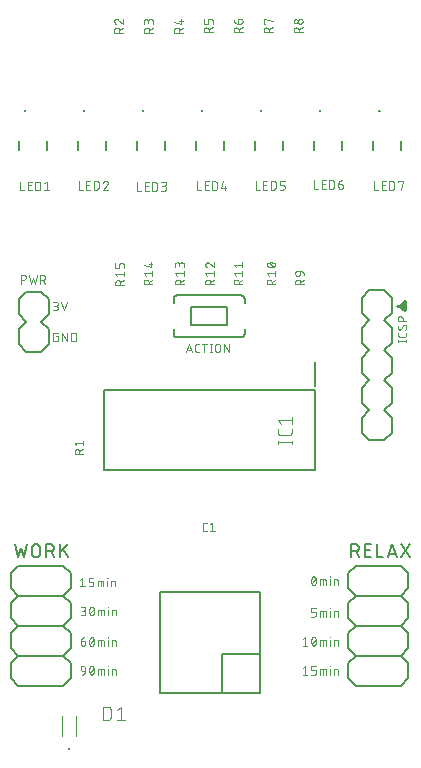
<source format=gbr>
G04 EAGLE Gerber RS-274X export*
G75*
%MOMM*%
%FSLAX34Y34*%
%LPD*%
%INSilkscreen Top*%
%IPPOS*%
%AMOC8*
5,1,8,0,0,1.08239X$1,22.5*%
G01*
%ADD10C,0.076200*%
%ADD11C,0.254000*%
%ADD12C,0.203200*%
%ADD13C,0.200000*%
%ADD14C,0.101600*%
%ADD15C,0.152400*%
%ADD16C,0.127000*%
%ADD17C,0.100000*%
%ADD18C,0.100000*%


D10*
X89845Y162582D02*
X91891Y164219D01*
X91891Y156853D01*
X89845Y156853D02*
X93937Y156853D01*
X97160Y156853D02*
X99616Y156853D01*
X99694Y156855D01*
X99772Y156860D01*
X99849Y156870D01*
X99926Y156883D01*
X100002Y156899D01*
X100077Y156919D01*
X100151Y156943D01*
X100224Y156970D01*
X100296Y157001D01*
X100366Y157035D01*
X100435Y157072D01*
X100501Y157113D01*
X100566Y157157D01*
X100628Y157203D01*
X100688Y157253D01*
X100746Y157305D01*
X100801Y157360D01*
X100853Y157418D01*
X100903Y157478D01*
X100949Y157540D01*
X100993Y157605D01*
X101034Y157672D01*
X101071Y157740D01*
X101105Y157810D01*
X101136Y157882D01*
X101163Y157955D01*
X101187Y158029D01*
X101207Y158104D01*
X101223Y158180D01*
X101236Y158257D01*
X101246Y158334D01*
X101251Y158412D01*
X101253Y158490D01*
X101253Y159308D01*
X101251Y159386D01*
X101246Y159464D01*
X101236Y159541D01*
X101223Y159618D01*
X101207Y159694D01*
X101187Y159769D01*
X101163Y159843D01*
X101136Y159916D01*
X101105Y159988D01*
X101071Y160058D01*
X101034Y160127D01*
X100993Y160193D01*
X100949Y160258D01*
X100903Y160320D01*
X100853Y160380D01*
X100801Y160438D01*
X100746Y160493D01*
X100688Y160545D01*
X100628Y160595D01*
X100566Y160641D01*
X100501Y160685D01*
X100435Y160726D01*
X100366Y160763D01*
X100296Y160797D01*
X100224Y160828D01*
X100151Y160855D01*
X100077Y160879D01*
X100002Y160899D01*
X99926Y160915D01*
X99849Y160928D01*
X99772Y160938D01*
X99694Y160943D01*
X99616Y160945D01*
X97160Y160945D01*
X97160Y164219D01*
X101253Y164219D01*
X104798Y161764D02*
X104798Y156853D01*
X104798Y161764D02*
X108481Y161764D01*
X108550Y161762D01*
X108618Y161756D01*
X108687Y161747D01*
X108754Y161733D01*
X108821Y161716D01*
X108887Y161695D01*
X108951Y161671D01*
X109014Y161642D01*
X109075Y161611D01*
X109134Y161576D01*
X109192Y161538D01*
X109247Y161496D01*
X109299Y161452D01*
X109349Y161404D01*
X109397Y161354D01*
X109441Y161302D01*
X109483Y161247D01*
X109521Y161189D01*
X109556Y161130D01*
X109587Y161069D01*
X109616Y161006D01*
X109640Y160942D01*
X109661Y160876D01*
X109678Y160809D01*
X109692Y160742D01*
X109701Y160673D01*
X109707Y160605D01*
X109709Y160536D01*
X109709Y156853D01*
X107253Y156853D02*
X107253Y161764D01*
X113105Y161764D02*
X113105Y156853D01*
X112901Y163810D02*
X112901Y164219D01*
X113310Y164219D01*
X113310Y163810D01*
X112901Y163810D01*
X116345Y161764D02*
X116345Y156853D01*
X116345Y161764D02*
X118391Y161764D01*
X118460Y161762D01*
X118528Y161756D01*
X118597Y161747D01*
X118664Y161733D01*
X118731Y161716D01*
X118797Y161695D01*
X118861Y161671D01*
X118924Y161642D01*
X118985Y161611D01*
X119044Y161576D01*
X119102Y161538D01*
X119157Y161496D01*
X119209Y161452D01*
X119259Y161404D01*
X119307Y161354D01*
X119351Y161302D01*
X119393Y161247D01*
X119431Y161189D01*
X119466Y161130D01*
X119497Y161069D01*
X119526Y161006D01*
X119550Y160942D01*
X119571Y160876D01*
X119588Y160809D01*
X119602Y160742D01*
X119611Y160673D01*
X119617Y160605D01*
X119619Y160536D01*
X119619Y156853D01*
X92391Y132313D02*
X90345Y132313D01*
X92391Y132313D02*
X92480Y132315D01*
X92569Y132321D01*
X92658Y132331D01*
X92746Y132344D01*
X92834Y132361D01*
X92921Y132383D01*
X93006Y132408D01*
X93091Y132436D01*
X93174Y132469D01*
X93256Y132505D01*
X93336Y132544D01*
X93414Y132587D01*
X93490Y132633D01*
X93565Y132683D01*
X93637Y132736D01*
X93706Y132792D01*
X93773Y132851D01*
X93838Y132912D01*
X93899Y132977D01*
X93958Y133044D01*
X94014Y133113D01*
X94067Y133185D01*
X94117Y133260D01*
X94163Y133336D01*
X94206Y133414D01*
X94245Y133494D01*
X94281Y133576D01*
X94314Y133659D01*
X94342Y133744D01*
X94367Y133829D01*
X94389Y133916D01*
X94406Y134004D01*
X94419Y134092D01*
X94429Y134181D01*
X94435Y134270D01*
X94437Y134359D01*
X94435Y134448D01*
X94429Y134537D01*
X94419Y134626D01*
X94406Y134714D01*
X94389Y134802D01*
X94367Y134889D01*
X94342Y134974D01*
X94314Y135059D01*
X94281Y135142D01*
X94245Y135224D01*
X94206Y135304D01*
X94163Y135382D01*
X94117Y135458D01*
X94067Y135533D01*
X94014Y135605D01*
X93958Y135674D01*
X93899Y135741D01*
X93838Y135806D01*
X93773Y135867D01*
X93706Y135926D01*
X93637Y135982D01*
X93565Y136035D01*
X93490Y136085D01*
X93414Y136131D01*
X93336Y136174D01*
X93256Y136213D01*
X93174Y136249D01*
X93091Y136282D01*
X93006Y136310D01*
X92921Y136335D01*
X92834Y136357D01*
X92746Y136374D01*
X92658Y136387D01*
X92569Y136397D01*
X92480Y136403D01*
X92391Y136405D01*
X92801Y139679D02*
X90345Y139679D01*
X92801Y139679D02*
X92880Y139677D01*
X92959Y139671D01*
X93038Y139662D01*
X93116Y139649D01*
X93193Y139631D01*
X93269Y139611D01*
X93344Y139586D01*
X93418Y139558D01*
X93491Y139527D01*
X93562Y139491D01*
X93631Y139453D01*
X93698Y139411D01*
X93763Y139366D01*
X93826Y139318D01*
X93887Y139267D01*
X93944Y139213D01*
X94000Y139157D01*
X94052Y139098D01*
X94102Y139036D01*
X94148Y138972D01*
X94192Y138906D01*
X94232Y138838D01*
X94268Y138768D01*
X94302Y138696D01*
X94332Y138622D01*
X94358Y138548D01*
X94381Y138472D01*
X94399Y138395D01*
X94415Y138318D01*
X94426Y138239D01*
X94434Y138161D01*
X94438Y138082D01*
X94438Y138002D01*
X94434Y137923D01*
X94426Y137845D01*
X94415Y137766D01*
X94399Y137689D01*
X94381Y137612D01*
X94358Y137536D01*
X94332Y137462D01*
X94302Y137388D01*
X94268Y137316D01*
X94232Y137246D01*
X94192Y137178D01*
X94148Y137112D01*
X94102Y137048D01*
X94052Y136986D01*
X94000Y136927D01*
X93944Y136871D01*
X93887Y136817D01*
X93826Y136766D01*
X93763Y136718D01*
X93698Y136673D01*
X93631Y136631D01*
X93562Y136593D01*
X93491Y136557D01*
X93418Y136526D01*
X93344Y136498D01*
X93269Y136473D01*
X93193Y136453D01*
X93116Y136435D01*
X93038Y136422D01*
X92959Y136413D01*
X92880Y136407D01*
X92801Y136405D01*
X91164Y136405D01*
X97661Y135996D02*
X97663Y136149D01*
X97669Y136302D01*
X97678Y136454D01*
X97692Y136607D01*
X97709Y136759D01*
X97730Y136910D01*
X97755Y137061D01*
X97784Y137211D01*
X97816Y137361D01*
X97853Y137509D01*
X97893Y137657D01*
X97936Y137804D01*
X97984Y137949D01*
X98035Y138093D01*
X98089Y138236D01*
X98148Y138378D01*
X98209Y138517D01*
X98275Y138656D01*
X98301Y138726D01*
X98331Y138796D01*
X98364Y138863D01*
X98400Y138929D01*
X98439Y138993D01*
X98482Y139055D01*
X98528Y139114D01*
X98576Y139172D01*
X98627Y139226D01*
X98681Y139279D01*
X98738Y139328D01*
X98797Y139375D01*
X98858Y139418D01*
X98921Y139459D01*
X98986Y139496D01*
X99053Y139531D01*
X99122Y139561D01*
X99192Y139589D01*
X99263Y139612D01*
X99335Y139633D01*
X99408Y139649D01*
X99482Y139662D01*
X99557Y139672D01*
X99632Y139677D01*
X99707Y139679D01*
X99782Y139677D01*
X99857Y139672D01*
X99932Y139662D01*
X100006Y139649D01*
X100079Y139633D01*
X100151Y139612D01*
X100222Y139589D01*
X100292Y139561D01*
X100361Y139531D01*
X100428Y139496D01*
X100493Y139459D01*
X100556Y139418D01*
X100617Y139375D01*
X100676Y139328D01*
X100733Y139279D01*
X100787Y139226D01*
X100838Y139172D01*
X100887Y139114D01*
X100932Y139055D01*
X100975Y138993D01*
X101014Y138929D01*
X101051Y138863D01*
X101083Y138795D01*
X101113Y138726D01*
X101139Y138656D01*
X101204Y138518D01*
X101266Y138378D01*
X101324Y138236D01*
X101379Y138093D01*
X101430Y137949D01*
X101478Y137804D01*
X101521Y137657D01*
X101561Y137510D01*
X101598Y137361D01*
X101630Y137211D01*
X101659Y137061D01*
X101684Y136910D01*
X101705Y136759D01*
X101722Y136607D01*
X101736Y136454D01*
X101745Y136302D01*
X101751Y136149D01*
X101753Y135996D01*
X97660Y135996D02*
X97662Y135843D01*
X97668Y135690D01*
X97677Y135537D01*
X97691Y135385D01*
X97708Y135233D01*
X97729Y135082D01*
X97754Y134931D01*
X97783Y134780D01*
X97815Y134631D01*
X97852Y134482D01*
X97892Y134335D01*
X97935Y134188D01*
X97983Y134043D01*
X98034Y133898D01*
X98089Y133756D01*
X98147Y133614D01*
X98209Y133474D01*
X98274Y133336D01*
X98275Y133336D02*
X98301Y133265D01*
X98331Y133196D01*
X98364Y133129D01*
X98400Y133063D01*
X98439Y132999D01*
X98482Y132937D01*
X98528Y132878D01*
X98576Y132820D01*
X98627Y132766D01*
X98681Y132713D01*
X98738Y132664D01*
X98797Y132617D01*
X98858Y132574D01*
X98921Y132533D01*
X98986Y132496D01*
X99053Y132461D01*
X99122Y132431D01*
X99192Y132403D01*
X99263Y132380D01*
X99335Y132359D01*
X99408Y132343D01*
X99482Y132330D01*
X99557Y132320D01*
X99632Y132315D01*
X99707Y132313D01*
X101138Y133336D02*
X101203Y133474D01*
X101265Y133614D01*
X101323Y133756D01*
X101378Y133899D01*
X101429Y134043D01*
X101477Y134188D01*
X101520Y134335D01*
X101560Y134483D01*
X101597Y134631D01*
X101629Y134781D01*
X101658Y134931D01*
X101683Y135082D01*
X101704Y135233D01*
X101721Y135385D01*
X101735Y135538D01*
X101744Y135690D01*
X101750Y135843D01*
X101752Y135996D01*
X101139Y133336D02*
X101113Y133266D01*
X101083Y133196D01*
X101051Y133129D01*
X101014Y133063D01*
X100975Y132999D01*
X100932Y132937D01*
X100886Y132878D01*
X100838Y132820D01*
X100787Y132766D01*
X100733Y132713D01*
X100676Y132664D01*
X100617Y132617D01*
X100556Y132574D01*
X100493Y132533D01*
X100428Y132496D01*
X100361Y132461D01*
X100292Y132431D01*
X100222Y132403D01*
X100151Y132380D01*
X100079Y132359D01*
X100006Y132343D01*
X99932Y132330D01*
X99857Y132320D01*
X99782Y132315D01*
X99707Y132313D01*
X98070Y133950D02*
X101343Y138042D01*
X105298Y137224D02*
X105298Y132313D01*
X105298Y137224D02*
X108981Y137224D01*
X109050Y137222D01*
X109118Y137216D01*
X109187Y137207D01*
X109254Y137193D01*
X109321Y137176D01*
X109387Y137155D01*
X109451Y137131D01*
X109514Y137102D01*
X109575Y137071D01*
X109634Y137036D01*
X109692Y136998D01*
X109747Y136956D01*
X109799Y136912D01*
X109849Y136864D01*
X109897Y136814D01*
X109941Y136762D01*
X109983Y136707D01*
X110021Y136649D01*
X110056Y136590D01*
X110087Y136529D01*
X110116Y136466D01*
X110140Y136402D01*
X110161Y136336D01*
X110178Y136269D01*
X110192Y136202D01*
X110201Y136133D01*
X110207Y136065D01*
X110209Y135996D01*
X110209Y132313D01*
X107753Y132313D02*
X107753Y137224D01*
X113605Y137224D02*
X113605Y132313D01*
X113401Y139270D02*
X113401Y139679D01*
X113810Y139679D01*
X113810Y139270D01*
X113401Y139270D01*
X116845Y137224D02*
X116845Y132313D01*
X116845Y137224D02*
X118891Y137224D01*
X118960Y137222D01*
X119028Y137216D01*
X119097Y137207D01*
X119164Y137193D01*
X119231Y137176D01*
X119297Y137155D01*
X119361Y137131D01*
X119424Y137102D01*
X119485Y137071D01*
X119544Y137036D01*
X119602Y136998D01*
X119657Y136956D01*
X119709Y136912D01*
X119759Y136864D01*
X119807Y136814D01*
X119851Y136762D01*
X119893Y136707D01*
X119931Y136649D01*
X119966Y136590D01*
X119997Y136529D01*
X120026Y136466D01*
X120050Y136402D01*
X120071Y136336D01*
X120088Y136269D01*
X120102Y136202D01*
X120111Y136133D01*
X120117Y136065D01*
X120119Y135996D01*
X120119Y132313D01*
X92801Y110535D02*
X90345Y110535D01*
X92801Y110535D02*
X92879Y110533D01*
X92957Y110528D01*
X93034Y110518D01*
X93111Y110505D01*
X93187Y110489D01*
X93262Y110469D01*
X93336Y110445D01*
X93409Y110418D01*
X93481Y110387D01*
X93551Y110353D01*
X93620Y110316D01*
X93686Y110275D01*
X93751Y110231D01*
X93813Y110185D01*
X93873Y110135D01*
X93931Y110083D01*
X93986Y110028D01*
X94038Y109970D01*
X94088Y109910D01*
X94134Y109848D01*
X94178Y109783D01*
X94219Y109717D01*
X94256Y109648D01*
X94290Y109578D01*
X94321Y109506D01*
X94348Y109433D01*
X94372Y109359D01*
X94392Y109284D01*
X94408Y109208D01*
X94421Y109131D01*
X94431Y109054D01*
X94436Y108976D01*
X94438Y108898D01*
X94437Y108898D02*
X94437Y108489D01*
X94435Y108400D01*
X94429Y108311D01*
X94419Y108222D01*
X94406Y108134D01*
X94389Y108046D01*
X94367Y107959D01*
X94342Y107874D01*
X94314Y107789D01*
X94281Y107706D01*
X94245Y107624D01*
X94206Y107544D01*
X94163Y107466D01*
X94117Y107390D01*
X94067Y107315D01*
X94014Y107243D01*
X93958Y107174D01*
X93899Y107107D01*
X93838Y107042D01*
X93773Y106981D01*
X93706Y106922D01*
X93637Y106866D01*
X93565Y106813D01*
X93490Y106763D01*
X93414Y106717D01*
X93336Y106674D01*
X93256Y106635D01*
X93174Y106599D01*
X93091Y106566D01*
X93006Y106538D01*
X92921Y106513D01*
X92834Y106491D01*
X92746Y106474D01*
X92658Y106461D01*
X92569Y106451D01*
X92480Y106445D01*
X92391Y106443D01*
X92302Y106445D01*
X92213Y106451D01*
X92124Y106461D01*
X92036Y106474D01*
X91948Y106491D01*
X91861Y106513D01*
X91776Y106538D01*
X91691Y106566D01*
X91608Y106599D01*
X91526Y106635D01*
X91446Y106674D01*
X91368Y106717D01*
X91292Y106763D01*
X91217Y106813D01*
X91145Y106866D01*
X91076Y106922D01*
X91009Y106981D01*
X90944Y107042D01*
X90883Y107107D01*
X90824Y107174D01*
X90768Y107243D01*
X90715Y107315D01*
X90665Y107390D01*
X90619Y107466D01*
X90576Y107544D01*
X90537Y107624D01*
X90501Y107706D01*
X90468Y107789D01*
X90440Y107874D01*
X90415Y107959D01*
X90393Y108046D01*
X90376Y108134D01*
X90363Y108222D01*
X90353Y108311D01*
X90347Y108400D01*
X90345Y108489D01*
X90345Y110535D01*
X90347Y110649D01*
X90353Y110763D01*
X90363Y110877D01*
X90377Y110991D01*
X90395Y111104D01*
X90417Y111216D01*
X90442Y111327D01*
X90472Y111437D01*
X90505Y111547D01*
X90542Y111655D01*
X90583Y111761D01*
X90628Y111867D01*
X90676Y111970D01*
X90728Y112072D01*
X90784Y112172D01*
X90842Y112270D01*
X90905Y112366D01*
X90970Y112459D01*
X91039Y112551D01*
X91111Y112639D01*
X91186Y112726D01*
X91264Y112809D01*
X91345Y112890D01*
X91428Y112968D01*
X91515Y113043D01*
X91603Y113115D01*
X91695Y113184D01*
X91788Y113249D01*
X91884Y113311D01*
X91982Y113370D01*
X92082Y113426D01*
X92184Y113478D01*
X92287Y113526D01*
X92393Y113571D01*
X92499Y113612D01*
X92607Y113649D01*
X92717Y113682D01*
X92827Y113712D01*
X92938Y113737D01*
X93050Y113759D01*
X93163Y113777D01*
X93277Y113791D01*
X93391Y113801D01*
X93505Y113807D01*
X93619Y113809D01*
X98275Y112786D02*
X98209Y112647D01*
X98148Y112508D01*
X98089Y112366D01*
X98035Y112223D01*
X97984Y112079D01*
X97936Y111934D01*
X97893Y111787D01*
X97853Y111639D01*
X97816Y111491D01*
X97784Y111341D01*
X97755Y111191D01*
X97730Y111040D01*
X97709Y110889D01*
X97692Y110737D01*
X97678Y110584D01*
X97669Y110432D01*
X97663Y110279D01*
X97661Y110126D01*
X98275Y112786D02*
X98301Y112856D01*
X98331Y112926D01*
X98364Y112993D01*
X98400Y113059D01*
X98439Y113123D01*
X98482Y113185D01*
X98528Y113244D01*
X98576Y113302D01*
X98627Y113356D01*
X98681Y113409D01*
X98738Y113458D01*
X98797Y113505D01*
X98858Y113548D01*
X98921Y113589D01*
X98986Y113626D01*
X99053Y113661D01*
X99122Y113691D01*
X99192Y113719D01*
X99263Y113742D01*
X99335Y113763D01*
X99408Y113779D01*
X99482Y113792D01*
X99557Y113802D01*
X99632Y113807D01*
X99707Y113809D01*
X99782Y113807D01*
X99857Y113802D01*
X99932Y113792D01*
X100006Y113779D01*
X100079Y113763D01*
X100151Y113742D01*
X100222Y113719D01*
X100292Y113691D01*
X100361Y113661D01*
X100428Y113626D01*
X100493Y113589D01*
X100556Y113548D01*
X100617Y113505D01*
X100676Y113458D01*
X100733Y113409D01*
X100787Y113356D01*
X100838Y113302D01*
X100887Y113244D01*
X100932Y113185D01*
X100975Y113123D01*
X101014Y113059D01*
X101051Y112993D01*
X101083Y112925D01*
X101113Y112856D01*
X101139Y112786D01*
X101204Y112648D01*
X101266Y112508D01*
X101324Y112366D01*
X101379Y112223D01*
X101430Y112079D01*
X101478Y111934D01*
X101521Y111787D01*
X101561Y111640D01*
X101598Y111491D01*
X101630Y111341D01*
X101659Y111191D01*
X101684Y111040D01*
X101705Y110889D01*
X101722Y110737D01*
X101736Y110584D01*
X101745Y110432D01*
X101751Y110279D01*
X101753Y110126D01*
X97660Y110126D02*
X97662Y109973D01*
X97668Y109820D01*
X97677Y109667D01*
X97691Y109515D01*
X97708Y109363D01*
X97729Y109212D01*
X97754Y109061D01*
X97783Y108910D01*
X97815Y108761D01*
X97852Y108612D01*
X97892Y108465D01*
X97935Y108318D01*
X97983Y108173D01*
X98034Y108028D01*
X98089Y107886D01*
X98147Y107744D01*
X98209Y107604D01*
X98274Y107466D01*
X98275Y107466D02*
X98301Y107395D01*
X98331Y107326D01*
X98364Y107259D01*
X98400Y107193D01*
X98439Y107129D01*
X98482Y107067D01*
X98528Y107008D01*
X98576Y106950D01*
X98627Y106896D01*
X98681Y106843D01*
X98738Y106794D01*
X98797Y106747D01*
X98858Y106704D01*
X98921Y106663D01*
X98986Y106626D01*
X99053Y106591D01*
X99122Y106561D01*
X99192Y106533D01*
X99263Y106510D01*
X99335Y106489D01*
X99408Y106473D01*
X99482Y106460D01*
X99557Y106450D01*
X99632Y106445D01*
X99707Y106443D01*
X101138Y107466D02*
X101203Y107604D01*
X101265Y107744D01*
X101323Y107886D01*
X101378Y108029D01*
X101429Y108173D01*
X101477Y108318D01*
X101520Y108465D01*
X101560Y108613D01*
X101597Y108761D01*
X101629Y108911D01*
X101658Y109061D01*
X101683Y109212D01*
X101704Y109363D01*
X101721Y109515D01*
X101735Y109668D01*
X101744Y109820D01*
X101750Y109973D01*
X101752Y110126D01*
X101139Y107466D02*
X101113Y107396D01*
X101083Y107326D01*
X101051Y107259D01*
X101014Y107193D01*
X100975Y107129D01*
X100932Y107067D01*
X100886Y107008D01*
X100838Y106950D01*
X100787Y106896D01*
X100733Y106843D01*
X100676Y106794D01*
X100617Y106747D01*
X100556Y106704D01*
X100493Y106663D01*
X100428Y106626D01*
X100361Y106591D01*
X100292Y106561D01*
X100222Y106533D01*
X100151Y106510D01*
X100079Y106489D01*
X100006Y106473D01*
X99932Y106460D01*
X99857Y106450D01*
X99782Y106445D01*
X99707Y106443D01*
X98070Y108080D02*
X101343Y112172D01*
X105298Y111354D02*
X105298Y106443D01*
X105298Y111354D02*
X108981Y111354D01*
X109050Y111352D01*
X109118Y111346D01*
X109187Y111337D01*
X109254Y111323D01*
X109321Y111306D01*
X109387Y111285D01*
X109451Y111261D01*
X109514Y111232D01*
X109575Y111201D01*
X109634Y111166D01*
X109692Y111128D01*
X109747Y111086D01*
X109799Y111042D01*
X109849Y110994D01*
X109897Y110944D01*
X109941Y110892D01*
X109983Y110837D01*
X110021Y110779D01*
X110056Y110720D01*
X110087Y110659D01*
X110116Y110596D01*
X110140Y110532D01*
X110161Y110466D01*
X110178Y110399D01*
X110192Y110332D01*
X110201Y110263D01*
X110207Y110195D01*
X110209Y110126D01*
X110209Y106443D01*
X107753Y106443D02*
X107753Y111354D01*
X113605Y111354D02*
X113605Y106443D01*
X113401Y113400D02*
X113401Y113809D01*
X113810Y113809D01*
X113810Y113400D01*
X113401Y113400D01*
X116845Y111354D02*
X116845Y106443D01*
X116845Y111354D02*
X118891Y111354D01*
X118960Y111352D01*
X119028Y111346D01*
X119097Y111337D01*
X119164Y111323D01*
X119231Y111306D01*
X119297Y111285D01*
X119361Y111261D01*
X119424Y111232D01*
X119485Y111201D01*
X119544Y111166D01*
X119602Y111128D01*
X119657Y111086D01*
X119709Y111042D01*
X119759Y110994D01*
X119807Y110944D01*
X119851Y110892D01*
X119893Y110837D01*
X119931Y110779D01*
X119966Y110720D01*
X119997Y110659D01*
X120026Y110596D01*
X120050Y110532D01*
X120071Y110466D01*
X120088Y110399D01*
X120102Y110332D01*
X120111Y110263D01*
X120117Y110195D01*
X120119Y110126D01*
X120119Y106443D01*
X94437Y85387D02*
X91982Y85387D01*
X91904Y85389D01*
X91826Y85394D01*
X91749Y85404D01*
X91672Y85417D01*
X91596Y85433D01*
X91521Y85453D01*
X91447Y85477D01*
X91374Y85504D01*
X91302Y85535D01*
X91232Y85569D01*
X91163Y85606D01*
X91097Y85647D01*
X91032Y85691D01*
X90970Y85737D01*
X90910Y85787D01*
X90852Y85839D01*
X90797Y85894D01*
X90745Y85952D01*
X90695Y86012D01*
X90649Y86074D01*
X90605Y86139D01*
X90564Y86206D01*
X90527Y86274D01*
X90493Y86344D01*
X90462Y86416D01*
X90435Y86489D01*
X90411Y86563D01*
X90391Y86638D01*
X90375Y86714D01*
X90362Y86791D01*
X90352Y86868D01*
X90347Y86946D01*
X90345Y87024D01*
X90345Y87433D01*
X90347Y87522D01*
X90353Y87611D01*
X90363Y87700D01*
X90376Y87788D01*
X90393Y87876D01*
X90415Y87963D01*
X90440Y88048D01*
X90468Y88133D01*
X90501Y88216D01*
X90537Y88298D01*
X90576Y88378D01*
X90619Y88456D01*
X90665Y88532D01*
X90715Y88607D01*
X90768Y88679D01*
X90824Y88748D01*
X90883Y88815D01*
X90944Y88880D01*
X91009Y88941D01*
X91076Y89000D01*
X91145Y89056D01*
X91217Y89109D01*
X91292Y89159D01*
X91368Y89205D01*
X91446Y89248D01*
X91526Y89287D01*
X91608Y89323D01*
X91691Y89356D01*
X91776Y89384D01*
X91861Y89409D01*
X91948Y89431D01*
X92036Y89448D01*
X92124Y89461D01*
X92213Y89471D01*
X92302Y89477D01*
X92391Y89479D01*
X92480Y89477D01*
X92569Y89471D01*
X92658Y89461D01*
X92746Y89448D01*
X92834Y89431D01*
X92921Y89409D01*
X93006Y89384D01*
X93091Y89356D01*
X93174Y89323D01*
X93256Y89287D01*
X93336Y89248D01*
X93414Y89205D01*
X93490Y89159D01*
X93565Y89109D01*
X93637Y89056D01*
X93706Y89000D01*
X93773Y88941D01*
X93838Y88880D01*
X93899Y88815D01*
X93958Y88748D01*
X94014Y88679D01*
X94067Y88607D01*
X94117Y88532D01*
X94163Y88456D01*
X94206Y88378D01*
X94245Y88298D01*
X94281Y88216D01*
X94314Y88133D01*
X94342Y88048D01*
X94367Y87963D01*
X94389Y87876D01*
X94406Y87788D01*
X94419Y87700D01*
X94429Y87611D01*
X94435Y87522D01*
X94437Y87433D01*
X94437Y85387D01*
X94438Y85387D02*
X94436Y85275D01*
X94430Y85164D01*
X94421Y85052D01*
X94408Y84941D01*
X94390Y84831D01*
X94370Y84721D01*
X94345Y84612D01*
X94317Y84504D01*
X94285Y84397D01*
X94249Y84291D01*
X94210Y84186D01*
X94167Y84083D01*
X94121Y83981D01*
X94071Y83881D01*
X94018Y83782D01*
X93961Y83686D01*
X93902Y83591D01*
X93839Y83499D01*
X93773Y83409D01*
X93704Y83321D01*
X93632Y83235D01*
X93557Y83152D01*
X93479Y83072D01*
X93399Y82994D01*
X93316Y82919D01*
X93230Y82847D01*
X93142Y82778D01*
X93052Y82712D01*
X92960Y82649D01*
X92865Y82590D01*
X92769Y82533D01*
X92670Y82480D01*
X92570Y82430D01*
X92468Y82384D01*
X92365Y82341D01*
X92260Y82302D01*
X92154Y82266D01*
X92047Y82234D01*
X91939Y82206D01*
X91830Y82181D01*
X91720Y82161D01*
X91610Y82143D01*
X91499Y82130D01*
X91387Y82121D01*
X91276Y82115D01*
X91164Y82113D01*
X97661Y85796D02*
X97663Y85949D01*
X97669Y86102D01*
X97678Y86254D01*
X97692Y86407D01*
X97709Y86559D01*
X97730Y86710D01*
X97755Y86861D01*
X97784Y87011D01*
X97816Y87161D01*
X97853Y87309D01*
X97893Y87457D01*
X97936Y87604D01*
X97984Y87749D01*
X98035Y87893D01*
X98089Y88036D01*
X98148Y88178D01*
X98209Y88317D01*
X98275Y88456D01*
X98301Y88526D01*
X98331Y88596D01*
X98364Y88663D01*
X98400Y88729D01*
X98439Y88793D01*
X98482Y88855D01*
X98528Y88914D01*
X98576Y88972D01*
X98627Y89026D01*
X98681Y89079D01*
X98738Y89128D01*
X98797Y89175D01*
X98858Y89218D01*
X98921Y89259D01*
X98986Y89296D01*
X99053Y89331D01*
X99122Y89361D01*
X99192Y89389D01*
X99263Y89412D01*
X99335Y89433D01*
X99408Y89449D01*
X99482Y89462D01*
X99557Y89472D01*
X99632Y89477D01*
X99707Y89479D01*
X99782Y89477D01*
X99857Y89472D01*
X99932Y89462D01*
X100006Y89449D01*
X100079Y89433D01*
X100151Y89412D01*
X100222Y89389D01*
X100292Y89361D01*
X100361Y89331D01*
X100428Y89296D01*
X100493Y89259D01*
X100556Y89218D01*
X100617Y89175D01*
X100676Y89128D01*
X100733Y89079D01*
X100787Y89026D01*
X100838Y88972D01*
X100887Y88914D01*
X100932Y88855D01*
X100975Y88793D01*
X101014Y88729D01*
X101051Y88663D01*
X101083Y88595D01*
X101113Y88526D01*
X101139Y88456D01*
X101204Y88318D01*
X101266Y88178D01*
X101324Y88036D01*
X101379Y87893D01*
X101430Y87749D01*
X101478Y87604D01*
X101521Y87457D01*
X101561Y87310D01*
X101598Y87161D01*
X101630Y87011D01*
X101659Y86861D01*
X101684Y86710D01*
X101705Y86559D01*
X101722Y86407D01*
X101736Y86254D01*
X101745Y86102D01*
X101751Y85949D01*
X101753Y85796D01*
X97660Y85796D02*
X97662Y85643D01*
X97668Y85490D01*
X97677Y85337D01*
X97691Y85185D01*
X97708Y85033D01*
X97729Y84882D01*
X97754Y84731D01*
X97783Y84580D01*
X97815Y84431D01*
X97852Y84282D01*
X97892Y84135D01*
X97935Y83988D01*
X97983Y83843D01*
X98034Y83698D01*
X98089Y83556D01*
X98147Y83414D01*
X98209Y83274D01*
X98274Y83136D01*
X98275Y83136D02*
X98301Y83065D01*
X98331Y82996D01*
X98364Y82929D01*
X98400Y82863D01*
X98439Y82799D01*
X98482Y82737D01*
X98528Y82678D01*
X98576Y82620D01*
X98627Y82566D01*
X98681Y82513D01*
X98738Y82464D01*
X98797Y82417D01*
X98858Y82374D01*
X98921Y82333D01*
X98986Y82296D01*
X99053Y82261D01*
X99122Y82231D01*
X99192Y82203D01*
X99263Y82180D01*
X99335Y82159D01*
X99408Y82143D01*
X99482Y82130D01*
X99557Y82120D01*
X99632Y82115D01*
X99707Y82113D01*
X101138Y83136D02*
X101203Y83274D01*
X101265Y83414D01*
X101323Y83556D01*
X101378Y83699D01*
X101429Y83843D01*
X101477Y83988D01*
X101520Y84135D01*
X101560Y84283D01*
X101597Y84431D01*
X101629Y84581D01*
X101658Y84731D01*
X101683Y84882D01*
X101704Y85033D01*
X101721Y85185D01*
X101735Y85338D01*
X101744Y85490D01*
X101750Y85643D01*
X101752Y85796D01*
X101139Y83136D02*
X101113Y83066D01*
X101083Y82996D01*
X101051Y82929D01*
X101014Y82863D01*
X100975Y82799D01*
X100932Y82737D01*
X100886Y82678D01*
X100838Y82620D01*
X100787Y82566D01*
X100733Y82513D01*
X100676Y82464D01*
X100617Y82417D01*
X100556Y82374D01*
X100493Y82333D01*
X100428Y82296D01*
X100361Y82261D01*
X100292Y82231D01*
X100222Y82203D01*
X100151Y82180D01*
X100079Y82159D01*
X100006Y82143D01*
X99932Y82130D01*
X99857Y82120D01*
X99782Y82115D01*
X99707Y82113D01*
X98070Y83750D02*
X101343Y87842D01*
X105298Y87024D02*
X105298Y82113D01*
X105298Y87024D02*
X108981Y87024D01*
X109050Y87022D01*
X109118Y87016D01*
X109187Y87007D01*
X109254Y86993D01*
X109321Y86976D01*
X109387Y86955D01*
X109451Y86931D01*
X109514Y86902D01*
X109575Y86871D01*
X109634Y86836D01*
X109692Y86798D01*
X109747Y86756D01*
X109799Y86712D01*
X109849Y86664D01*
X109897Y86614D01*
X109941Y86562D01*
X109983Y86507D01*
X110021Y86449D01*
X110056Y86390D01*
X110087Y86329D01*
X110116Y86266D01*
X110140Y86202D01*
X110161Y86136D01*
X110178Y86069D01*
X110192Y86002D01*
X110201Y85933D01*
X110207Y85865D01*
X110209Y85796D01*
X110209Y82113D01*
X107753Y82113D02*
X107753Y87024D01*
X113605Y87024D02*
X113605Y82113D01*
X113401Y89070D02*
X113401Y89479D01*
X113810Y89479D01*
X113810Y89070D01*
X113401Y89070D01*
X116845Y87024D02*
X116845Y82113D01*
X116845Y87024D02*
X118891Y87024D01*
X118960Y87022D01*
X119028Y87016D01*
X119097Y87007D01*
X119164Y86993D01*
X119231Y86976D01*
X119297Y86955D01*
X119361Y86931D01*
X119424Y86902D01*
X119485Y86871D01*
X119544Y86836D01*
X119602Y86798D01*
X119657Y86756D01*
X119709Y86712D01*
X119759Y86664D01*
X119807Y86614D01*
X119851Y86562D01*
X119893Y86507D01*
X119931Y86449D01*
X119966Y86390D01*
X119997Y86329D01*
X120026Y86266D01*
X120050Y86202D01*
X120071Y86136D01*
X120088Y86069D01*
X120102Y86002D01*
X120111Y85933D01*
X120117Y85865D01*
X120119Y85796D01*
X120119Y82113D01*
X285661Y161626D02*
X285663Y161779D01*
X285669Y161932D01*
X285678Y162084D01*
X285692Y162237D01*
X285709Y162389D01*
X285730Y162540D01*
X285755Y162691D01*
X285784Y162841D01*
X285816Y162991D01*
X285853Y163139D01*
X285893Y163287D01*
X285936Y163434D01*
X285984Y163579D01*
X286035Y163723D01*
X286089Y163866D01*
X286148Y164008D01*
X286209Y164147D01*
X286275Y164286D01*
X286301Y164356D01*
X286331Y164426D01*
X286364Y164493D01*
X286400Y164559D01*
X286439Y164623D01*
X286482Y164685D01*
X286528Y164744D01*
X286576Y164802D01*
X286627Y164856D01*
X286681Y164909D01*
X286738Y164958D01*
X286797Y165005D01*
X286858Y165048D01*
X286921Y165089D01*
X286986Y165126D01*
X287053Y165161D01*
X287122Y165191D01*
X287192Y165219D01*
X287263Y165242D01*
X287335Y165263D01*
X287408Y165279D01*
X287482Y165292D01*
X287557Y165302D01*
X287632Y165307D01*
X287707Y165309D01*
X287782Y165307D01*
X287857Y165302D01*
X287932Y165292D01*
X288006Y165279D01*
X288079Y165263D01*
X288151Y165242D01*
X288222Y165219D01*
X288292Y165191D01*
X288361Y165161D01*
X288428Y165126D01*
X288493Y165089D01*
X288556Y165048D01*
X288617Y165005D01*
X288676Y164958D01*
X288733Y164909D01*
X288787Y164856D01*
X288838Y164802D01*
X288887Y164744D01*
X288932Y164685D01*
X288975Y164623D01*
X289014Y164559D01*
X289051Y164493D01*
X289083Y164425D01*
X289113Y164356D01*
X289139Y164286D01*
X289204Y164148D01*
X289266Y164008D01*
X289324Y163866D01*
X289379Y163723D01*
X289430Y163579D01*
X289478Y163434D01*
X289521Y163287D01*
X289561Y163140D01*
X289598Y162991D01*
X289630Y162841D01*
X289659Y162691D01*
X289684Y162540D01*
X289705Y162389D01*
X289722Y162237D01*
X289736Y162084D01*
X289745Y161932D01*
X289751Y161779D01*
X289753Y161626D01*
X285660Y161626D02*
X285662Y161473D01*
X285668Y161320D01*
X285677Y161167D01*
X285691Y161015D01*
X285708Y160863D01*
X285729Y160712D01*
X285754Y160561D01*
X285783Y160410D01*
X285815Y160261D01*
X285852Y160112D01*
X285892Y159965D01*
X285935Y159818D01*
X285983Y159673D01*
X286034Y159528D01*
X286089Y159386D01*
X286147Y159244D01*
X286209Y159104D01*
X286274Y158966D01*
X286275Y158966D02*
X286301Y158895D01*
X286331Y158826D01*
X286364Y158759D01*
X286400Y158693D01*
X286439Y158629D01*
X286482Y158567D01*
X286528Y158508D01*
X286576Y158450D01*
X286627Y158396D01*
X286681Y158343D01*
X286738Y158294D01*
X286797Y158247D01*
X286858Y158204D01*
X286921Y158163D01*
X286986Y158126D01*
X287053Y158091D01*
X287122Y158061D01*
X287192Y158033D01*
X287263Y158010D01*
X287335Y157989D01*
X287408Y157973D01*
X287482Y157960D01*
X287557Y157950D01*
X287632Y157945D01*
X287707Y157943D01*
X289138Y158966D02*
X289203Y159104D01*
X289265Y159244D01*
X289323Y159386D01*
X289378Y159529D01*
X289429Y159673D01*
X289477Y159818D01*
X289520Y159965D01*
X289560Y160113D01*
X289597Y160261D01*
X289629Y160411D01*
X289658Y160561D01*
X289683Y160712D01*
X289704Y160863D01*
X289721Y161015D01*
X289735Y161168D01*
X289744Y161320D01*
X289750Y161473D01*
X289752Y161626D01*
X289139Y158966D02*
X289113Y158896D01*
X289083Y158826D01*
X289051Y158759D01*
X289014Y158693D01*
X288975Y158629D01*
X288932Y158567D01*
X288886Y158508D01*
X288838Y158450D01*
X288787Y158396D01*
X288733Y158343D01*
X288676Y158294D01*
X288617Y158247D01*
X288556Y158204D01*
X288493Y158163D01*
X288428Y158126D01*
X288361Y158091D01*
X288292Y158061D01*
X288222Y158033D01*
X288151Y158010D01*
X288079Y157989D01*
X288006Y157973D01*
X287932Y157960D01*
X287857Y157950D01*
X287782Y157945D01*
X287707Y157943D01*
X286070Y159580D02*
X289343Y163672D01*
X293298Y162854D02*
X293298Y157943D01*
X293298Y162854D02*
X296981Y162854D01*
X297050Y162852D01*
X297118Y162846D01*
X297187Y162837D01*
X297254Y162823D01*
X297321Y162806D01*
X297387Y162785D01*
X297451Y162761D01*
X297514Y162732D01*
X297575Y162701D01*
X297634Y162666D01*
X297692Y162628D01*
X297747Y162586D01*
X297799Y162542D01*
X297849Y162494D01*
X297897Y162444D01*
X297941Y162392D01*
X297983Y162337D01*
X298021Y162279D01*
X298056Y162220D01*
X298087Y162159D01*
X298116Y162096D01*
X298140Y162032D01*
X298161Y161966D01*
X298178Y161899D01*
X298192Y161832D01*
X298201Y161763D01*
X298207Y161695D01*
X298209Y161626D01*
X298209Y157943D01*
X295753Y157943D02*
X295753Y162854D01*
X301605Y162854D02*
X301605Y157943D01*
X301401Y164900D02*
X301401Y165309D01*
X301810Y165309D01*
X301810Y164900D01*
X301401Y164900D01*
X304845Y162854D02*
X304845Y157943D01*
X304845Y162854D02*
X306891Y162854D01*
X306960Y162852D01*
X307028Y162846D01*
X307097Y162837D01*
X307164Y162823D01*
X307231Y162806D01*
X307297Y162785D01*
X307361Y162761D01*
X307424Y162732D01*
X307485Y162701D01*
X307544Y162666D01*
X307602Y162628D01*
X307657Y162586D01*
X307709Y162542D01*
X307759Y162494D01*
X307807Y162444D01*
X307851Y162392D01*
X307893Y162337D01*
X307931Y162279D01*
X307966Y162220D01*
X307997Y162159D01*
X308026Y162096D01*
X308050Y162032D01*
X308071Y161966D01*
X308088Y161899D01*
X308102Y161832D01*
X308111Y161763D01*
X308117Y161695D01*
X308119Y161626D01*
X308119Y157943D01*
X288116Y131343D02*
X285660Y131343D01*
X288116Y131343D02*
X288194Y131345D01*
X288272Y131350D01*
X288349Y131360D01*
X288426Y131373D01*
X288502Y131389D01*
X288577Y131409D01*
X288651Y131433D01*
X288724Y131460D01*
X288796Y131491D01*
X288866Y131525D01*
X288935Y131562D01*
X289001Y131603D01*
X289066Y131647D01*
X289128Y131693D01*
X289188Y131743D01*
X289246Y131795D01*
X289301Y131850D01*
X289353Y131908D01*
X289403Y131968D01*
X289449Y132030D01*
X289493Y132095D01*
X289534Y132162D01*
X289571Y132230D01*
X289605Y132300D01*
X289636Y132372D01*
X289663Y132445D01*
X289687Y132519D01*
X289707Y132594D01*
X289723Y132670D01*
X289736Y132747D01*
X289746Y132824D01*
X289751Y132902D01*
X289753Y132980D01*
X289753Y133798D01*
X289751Y133876D01*
X289746Y133954D01*
X289736Y134031D01*
X289723Y134108D01*
X289707Y134184D01*
X289687Y134259D01*
X289663Y134333D01*
X289636Y134406D01*
X289605Y134478D01*
X289571Y134548D01*
X289534Y134617D01*
X289493Y134683D01*
X289449Y134748D01*
X289403Y134810D01*
X289353Y134870D01*
X289301Y134928D01*
X289246Y134983D01*
X289188Y135035D01*
X289128Y135085D01*
X289066Y135131D01*
X289001Y135175D01*
X288935Y135216D01*
X288866Y135253D01*
X288796Y135287D01*
X288724Y135318D01*
X288651Y135345D01*
X288577Y135369D01*
X288502Y135389D01*
X288426Y135405D01*
X288349Y135418D01*
X288272Y135428D01*
X288194Y135433D01*
X288116Y135435D01*
X285660Y135435D01*
X285660Y138709D01*
X289753Y138709D01*
X293298Y136254D02*
X293298Y131343D01*
X293298Y136254D02*
X296981Y136254D01*
X297050Y136252D01*
X297118Y136246D01*
X297187Y136237D01*
X297254Y136223D01*
X297321Y136206D01*
X297387Y136185D01*
X297451Y136161D01*
X297514Y136132D01*
X297575Y136101D01*
X297634Y136066D01*
X297692Y136028D01*
X297747Y135986D01*
X297799Y135942D01*
X297849Y135894D01*
X297897Y135844D01*
X297941Y135792D01*
X297983Y135737D01*
X298021Y135679D01*
X298056Y135620D01*
X298087Y135559D01*
X298116Y135496D01*
X298140Y135432D01*
X298161Y135366D01*
X298178Y135299D01*
X298192Y135232D01*
X298201Y135163D01*
X298207Y135095D01*
X298209Y135026D01*
X298209Y131343D01*
X295753Y131343D02*
X295753Y136254D01*
X301605Y136254D02*
X301605Y131343D01*
X301401Y138300D02*
X301401Y138709D01*
X301810Y138709D01*
X301810Y138300D01*
X301401Y138300D01*
X304845Y136254D02*
X304845Y131343D01*
X304845Y136254D02*
X306891Y136254D01*
X306960Y136252D01*
X307028Y136246D01*
X307097Y136237D01*
X307164Y136223D01*
X307231Y136206D01*
X307297Y136185D01*
X307361Y136161D01*
X307424Y136132D01*
X307485Y136101D01*
X307544Y136066D01*
X307602Y136028D01*
X307657Y135986D01*
X307709Y135942D01*
X307759Y135894D01*
X307807Y135844D01*
X307851Y135792D01*
X307893Y135737D01*
X307931Y135679D01*
X307966Y135620D01*
X307997Y135559D01*
X308026Y135496D01*
X308050Y135432D01*
X308071Y135366D01*
X308088Y135299D01*
X308102Y135232D01*
X308111Y135163D01*
X308117Y135095D01*
X308119Y135026D01*
X308119Y131343D01*
X280391Y114109D02*
X278345Y112472D01*
X280391Y114109D02*
X280391Y106743D01*
X278345Y106743D02*
X282437Y106743D01*
X285661Y110426D02*
X285663Y110579D01*
X285669Y110732D01*
X285678Y110884D01*
X285692Y111037D01*
X285709Y111189D01*
X285730Y111340D01*
X285755Y111491D01*
X285784Y111641D01*
X285816Y111791D01*
X285853Y111939D01*
X285893Y112087D01*
X285936Y112234D01*
X285984Y112379D01*
X286035Y112523D01*
X286089Y112666D01*
X286148Y112808D01*
X286209Y112947D01*
X286275Y113086D01*
X286301Y113156D01*
X286331Y113226D01*
X286364Y113293D01*
X286400Y113359D01*
X286439Y113423D01*
X286482Y113485D01*
X286528Y113544D01*
X286576Y113602D01*
X286627Y113656D01*
X286681Y113709D01*
X286738Y113758D01*
X286797Y113805D01*
X286858Y113848D01*
X286921Y113889D01*
X286986Y113926D01*
X287053Y113961D01*
X287122Y113991D01*
X287192Y114019D01*
X287263Y114042D01*
X287335Y114063D01*
X287408Y114079D01*
X287482Y114092D01*
X287557Y114102D01*
X287632Y114107D01*
X287707Y114109D01*
X287782Y114107D01*
X287857Y114102D01*
X287932Y114092D01*
X288006Y114079D01*
X288079Y114063D01*
X288151Y114042D01*
X288222Y114019D01*
X288292Y113991D01*
X288361Y113961D01*
X288428Y113926D01*
X288493Y113889D01*
X288556Y113848D01*
X288617Y113805D01*
X288676Y113758D01*
X288733Y113709D01*
X288787Y113656D01*
X288838Y113602D01*
X288887Y113544D01*
X288932Y113485D01*
X288975Y113423D01*
X289014Y113359D01*
X289051Y113293D01*
X289083Y113225D01*
X289113Y113156D01*
X289139Y113086D01*
X289204Y112948D01*
X289266Y112808D01*
X289324Y112666D01*
X289379Y112523D01*
X289430Y112379D01*
X289478Y112234D01*
X289521Y112087D01*
X289561Y111940D01*
X289598Y111791D01*
X289630Y111641D01*
X289659Y111491D01*
X289684Y111340D01*
X289705Y111189D01*
X289722Y111037D01*
X289736Y110884D01*
X289745Y110732D01*
X289751Y110579D01*
X289753Y110426D01*
X285660Y110426D02*
X285662Y110273D01*
X285668Y110120D01*
X285677Y109967D01*
X285691Y109815D01*
X285708Y109663D01*
X285729Y109512D01*
X285754Y109361D01*
X285783Y109210D01*
X285815Y109061D01*
X285852Y108912D01*
X285892Y108765D01*
X285935Y108618D01*
X285983Y108473D01*
X286034Y108328D01*
X286089Y108186D01*
X286147Y108044D01*
X286209Y107904D01*
X286274Y107766D01*
X286275Y107766D02*
X286301Y107695D01*
X286331Y107626D01*
X286364Y107559D01*
X286400Y107493D01*
X286439Y107429D01*
X286482Y107367D01*
X286528Y107308D01*
X286576Y107250D01*
X286627Y107196D01*
X286681Y107143D01*
X286738Y107094D01*
X286797Y107047D01*
X286858Y107004D01*
X286921Y106963D01*
X286986Y106926D01*
X287053Y106891D01*
X287122Y106861D01*
X287192Y106833D01*
X287263Y106810D01*
X287335Y106789D01*
X287408Y106773D01*
X287482Y106760D01*
X287557Y106750D01*
X287632Y106745D01*
X287707Y106743D01*
X289138Y107766D02*
X289203Y107904D01*
X289265Y108044D01*
X289323Y108186D01*
X289378Y108329D01*
X289429Y108473D01*
X289477Y108618D01*
X289520Y108765D01*
X289560Y108913D01*
X289597Y109061D01*
X289629Y109211D01*
X289658Y109361D01*
X289683Y109512D01*
X289704Y109663D01*
X289721Y109815D01*
X289735Y109968D01*
X289744Y110120D01*
X289750Y110273D01*
X289752Y110426D01*
X289139Y107766D02*
X289113Y107696D01*
X289083Y107626D01*
X289051Y107559D01*
X289014Y107493D01*
X288975Y107429D01*
X288932Y107367D01*
X288886Y107308D01*
X288838Y107250D01*
X288787Y107196D01*
X288733Y107143D01*
X288676Y107094D01*
X288617Y107047D01*
X288556Y107004D01*
X288493Y106963D01*
X288428Y106926D01*
X288361Y106891D01*
X288292Y106861D01*
X288222Y106833D01*
X288151Y106810D01*
X288079Y106789D01*
X288006Y106773D01*
X287932Y106760D01*
X287857Y106750D01*
X287782Y106745D01*
X287707Y106743D01*
X286070Y108380D02*
X289343Y112472D01*
X293298Y111654D02*
X293298Y106743D01*
X293298Y111654D02*
X296981Y111654D01*
X297050Y111652D01*
X297118Y111646D01*
X297187Y111637D01*
X297254Y111623D01*
X297321Y111606D01*
X297387Y111585D01*
X297451Y111561D01*
X297514Y111532D01*
X297575Y111501D01*
X297634Y111466D01*
X297692Y111428D01*
X297747Y111386D01*
X297799Y111342D01*
X297849Y111294D01*
X297897Y111244D01*
X297941Y111192D01*
X297983Y111137D01*
X298021Y111079D01*
X298056Y111020D01*
X298087Y110959D01*
X298116Y110896D01*
X298140Y110832D01*
X298161Y110766D01*
X298178Y110699D01*
X298192Y110632D01*
X298201Y110563D01*
X298207Y110495D01*
X298209Y110426D01*
X298209Y106743D01*
X295753Y106743D02*
X295753Y111654D01*
X301605Y111654D02*
X301605Y106743D01*
X301401Y113700D02*
X301401Y114109D01*
X301810Y114109D01*
X301810Y113700D01*
X301401Y113700D01*
X304845Y111654D02*
X304845Y106743D01*
X304845Y111654D02*
X306891Y111654D01*
X306960Y111652D01*
X307028Y111646D01*
X307097Y111637D01*
X307164Y111623D01*
X307231Y111606D01*
X307297Y111585D01*
X307361Y111561D01*
X307424Y111532D01*
X307485Y111501D01*
X307544Y111466D01*
X307602Y111428D01*
X307657Y111386D01*
X307709Y111342D01*
X307759Y111294D01*
X307807Y111244D01*
X307851Y111192D01*
X307893Y111137D01*
X307931Y111079D01*
X307966Y111020D01*
X307997Y110959D01*
X308026Y110896D01*
X308050Y110832D01*
X308071Y110766D01*
X308088Y110699D01*
X308102Y110632D01*
X308111Y110563D01*
X308117Y110495D01*
X308119Y110426D01*
X308119Y106743D01*
X280391Y89509D02*
X278345Y87872D01*
X280391Y89509D02*
X280391Y82143D01*
X278345Y82143D02*
X282437Y82143D01*
X285660Y82143D02*
X288116Y82143D01*
X288194Y82145D01*
X288272Y82150D01*
X288349Y82160D01*
X288426Y82173D01*
X288502Y82189D01*
X288577Y82209D01*
X288651Y82233D01*
X288724Y82260D01*
X288796Y82291D01*
X288866Y82325D01*
X288935Y82362D01*
X289001Y82403D01*
X289066Y82447D01*
X289128Y82493D01*
X289188Y82543D01*
X289246Y82595D01*
X289301Y82650D01*
X289353Y82708D01*
X289403Y82768D01*
X289449Y82830D01*
X289493Y82895D01*
X289534Y82962D01*
X289571Y83030D01*
X289605Y83100D01*
X289636Y83172D01*
X289663Y83245D01*
X289687Y83319D01*
X289707Y83394D01*
X289723Y83470D01*
X289736Y83547D01*
X289746Y83624D01*
X289751Y83702D01*
X289753Y83780D01*
X289753Y84598D01*
X289751Y84676D01*
X289746Y84754D01*
X289736Y84831D01*
X289723Y84908D01*
X289707Y84984D01*
X289687Y85059D01*
X289663Y85133D01*
X289636Y85206D01*
X289605Y85278D01*
X289571Y85348D01*
X289534Y85417D01*
X289493Y85483D01*
X289449Y85548D01*
X289403Y85610D01*
X289353Y85670D01*
X289301Y85728D01*
X289246Y85783D01*
X289188Y85835D01*
X289128Y85885D01*
X289066Y85931D01*
X289001Y85975D01*
X288935Y86016D01*
X288866Y86053D01*
X288796Y86087D01*
X288724Y86118D01*
X288651Y86145D01*
X288577Y86169D01*
X288502Y86189D01*
X288426Y86205D01*
X288349Y86218D01*
X288272Y86228D01*
X288194Y86233D01*
X288116Y86235D01*
X285660Y86235D01*
X285660Y89509D01*
X289753Y89509D01*
X293298Y87054D02*
X293298Y82143D01*
X293298Y87054D02*
X296981Y87054D01*
X297050Y87052D01*
X297118Y87046D01*
X297187Y87037D01*
X297254Y87023D01*
X297321Y87006D01*
X297387Y86985D01*
X297451Y86961D01*
X297514Y86932D01*
X297575Y86901D01*
X297634Y86866D01*
X297692Y86828D01*
X297747Y86786D01*
X297799Y86742D01*
X297849Y86694D01*
X297897Y86644D01*
X297941Y86592D01*
X297983Y86537D01*
X298021Y86479D01*
X298056Y86420D01*
X298087Y86359D01*
X298116Y86296D01*
X298140Y86232D01*
X298161Y86166D01*
X298178Y86099D01*
X298192Y86032D01*
X298201Y85963D01*
X298207Y85895D01*
X298209Y85826D01*
X298209Y82143D01*
X295753Y82143D02*
X295753Y87054D01*
X301605Y87054D02*
X301605Y82143D01*
X301401Y89100D02*
X301401Y89509D01*
X301810Y89509D01*
X301810Y89100D01*
X301401Y89100D01*
X304845Y87054D02*
X304845Y82143D01*
X304845Y87054D02*
X306891Y87054D01*
X306960Y87052D01*
X307028Y87046D01*
X307097Y87037D01*
X307164Y87023D01*
X307231Y87006D01*
X307297Y86985D01*
X307361Y86961D01*
X307424Y86932D01*
X307485Y86901D01*
X307544Y86866D01*
X307602Y86828D01*
X307657Y86786D01*
X307709Y86742D01*
X307759Y86694D01*
X307807Y86644D01*
X307851Y86592D01*
X307893Y86537D01*
X307931Y86479D01*
X307966Y86420D01*
X307997Y86359D01*
X308026Y86296D01*
X308050Y86232D01*
X308071Y86166D01*
X308088Y86099D01*
X308102Y86032D01*
X308111Y85963D01*
X308117Y85895D01*
X308119Y85826D01*
X308119Y82143D01*
D11*
X364640Y390690D02*
X364640Y398310D01*
X360830Y394500D01*
X363370Y391960D01*
X364640Y390690D01*
X363370Y391960D02*
X363370Y394500D01*
X362100Y394500D02*
X358290Y394500D01*
D10*
X69087Y390511D02*
X67041Y390511D01*
X69087Y390511D02*
X69176Y390513D01*
X69265Y390519D01*
X69354Y390529D01*
X69442Y390542D01*
X69530Y390559D01*
X69617Y390581D01*
X69702Y390606D01*
X69787Y390634D01*
X69870Y390667D01*
X69952Y390703D01*
X70032Y390742D01*
X70110Y390785D01*
X70186Y390831D01*
X70261Y390881D01*
X70333Y390934D01*
X70402Y390990D01*
X70469Y391049D01*
X70534Y391110D01*
X70595Y391175D01*
X70654Y391242D01*
X70710Y391311D01*
X70763Y391383D01*
X70813Y391458D01*
X70859Y391534D01*
X70902Y391612D01*
X70941Y391692D01*
X70977Y391774D01*
X71010Y391857D01*
X71038Y391942D01*
X71063Y392027D01*
X71085Y392114D01*
X71102Y392202D01*
X71115Y392290D01*
X71125Y392379D01*
X71131Y392468D01*
X71133Y392557D01*
X71131Y392646D01*
X71125Y392735D01*
X71115Y392824D01*
X71102Y392912D01*
X71085Y393000D01*
X71063Y393087D01*
X71038Y393172D01*
X71010Y393257D01*
X70977Y393340D01*
X70941Y393422D01*
X70902Y393502D01*
X70859Y393580D01*
X70813Y393656D01*
X70763Y393731D01*
X70710Y393803D01*
X70654Y393872D01*
X70595Y393939D01*
X70534Y394004D01*
X70469Y394065D01*
X70402Y394124D01*
X70333Y394180D01*
X70261Y394233D01*
X70186Y394283D01*
X70110Y394329D01*
X70032Y394372D01*
X69952Y394411D01*
X69870Y394447D01*
X69787Y394480D01*
X69702Y394508D01*
X69617Y394533D01*
X69530Y394555D01*
X69442Y394572D01*
X69354Y394585D01*
X69265Y394595D01*
X69176Y394601D01*
X69087Y394603D01*
X69496Y397877D02*
X67041Y397877D01*
X69496Y397877D02*
X69575Y397875D01*
X69654Y397869D01*
X69733Y397860D01*
X69811Y397847D01*
X69888Y397829D01*
X69964Y397809D01*
X70039Y397784D01*
X70113Y397756D01*
X70186Y397725D01*
X70257Y397689D01*
X70326Y397651D01*
X70393Y397609D01*
X70458Y397564D01*
X70521Y397516D01*
X70582Y397465D01*
X70639Y397411D01*
X70695Y397355D01*
X70747Y397296D01*
X70797Y397234D01*
X70843Y397170D01*
X70887Y397104D01*
X70927Y397036D01*
X70963Y396966D01*
X70997Y396894D01*
X71027Y396820D01*
X71053Y396746D01*
X71076Y396670D01*
X71094Y396593D01*
X71110Y396516D01*
X71121Y396437D01*
X71129Y396359D01*
X71133Y396280D01*
X71133Y396200D01*
X71129Y396121D01*
X71121Y396043D01*
X71110Y395964D01*
X71094Y395887D01*
X71076Y395810D01*
X71053Y395734D01*
X71027Y395660D01*
X70997Y395586D01*
X70963Y395514D01*
X70927Y395444D01*
X70887Y395376D01*
X70843Y395310D01*
X70797Y395246D01*
X70747Y395184D01*
X70695Y395125D01*
X70639Y395069D01*
X70582Y395015D01*
X70521Y394964D01*
X70458Y394916D01*
X70393Y394871D01*
X70326Y394829D01*
X70257Y394791D01*
X70186Y394755D01*
X70113Y394724D01*
X70039Y394696D01*
X69964Y394671D01*
X69888Y394651D01*
X69811Y394633D01*
X69733Y394620D01*
X69654Y394611D01*
X69575Y394605D01*
X69496Y394603D01*
X67859Y394603D01*
X73947Y397877D02*
X76402Y390511D01*
X78858Y397877D01*
X71133Y368463D02*
X69906Y368463D01*
X71133Y368463D02*
X71133Y364371D01*
X68678Y364371D01*
X68600Y364373D01*
X68522Y364378D01*
X68445Y364388D01*
X68368Y364401D01*
X68292Y364417D01*
X68217Y364437D01*
X68143Y364461D01*
X68070Y364488D01*
X67998Y364519D01*
X67928Y364553D01*
X67860Y364590D01*
X67793Y364631D01*
X67728Y364675D01*
X67666Y364721D01*
X67606Y364771D01*
X67548Y364823D01*
X67493Y364878D01*
X67441Y364936D01*
X67391Y364996D01*
X67345Y365058D01*
X67301Y365123D01*
X67260Y365190D01*
X67223Y365258D01*
X67189Y365328D01*
X67158Y365400D01*
X67131Y365473D01*
X67107Y365547D01*
X67087Y365622D01*
X67071Y365698D01*
X67058Y365775D01*
X67048Y365852D01*
X67043Y365930D01*
X67041Y366008D01*
X67041Y370100D01*
X67043Y370180D01*
X67049Y370260D01*
X67059Y370340D01*
X67072Y370419D01*
X67090Y370498D01*
X67111Y370575D01*
X67137Y370651D01*
X67166Y370726D01*
X67198Y370800D01*
X67234Y370872D01*
X67274Y370942D01*
X67317Y371009D01*
X67363Y371075D01*
X67413Y371138D01*
X67465Y371199D01*
X67520Y371258D01*
X67579Y371313D01*
X67639Y371365D01*
X67703Y371415D01*
X67769Y371461D01*
X67836Y371504D01*
X67906Y371544D01*
X67978Y371580D01*
X68052Y371612D01*
X68126Y371641D01*
X68203Y371667D01*
X68280Y371688D01*
X68359Y371706D01*
X68438Y371719D01*
X68518Y371729D01*
X68598Y371735D01*
X68678Y371737D01*
X71133Y371737D01*
X74844Y371737D02*
X74844Y364371D01*
X78936Y364371D02*
X74844Y371737D01*
X78936Y371737D02*
X78936Y364371D01*
X82647Y364371D02*
X82647Y371737D01*
X84693Y371737D01*
X84782Y371735D01*
X84871Y371729D01*
X84960Y371719D01*
X85048Y371706D01*
X85136Y371689D01*
X85223Y371667D01*
X85308Y371642D01*
X85393Y371614D01*
X85476Y371581D01*
X85558Y371545D01*
X85638Y371506D01*
X85716Y371463D01*
X85792Y371417D01*
X85867Y371367D01*
X85939Y371314D01*
X86008Y371258D01*
X86075Y371199D01*
X86140Y371138D01*
X86201Y371073D01*
X86260Y371006D01*
X86316Y370937D01*
X86369Y370865D01*
X86419Y370790D01*
X86465Y370714D01*
X86508Y370636D01*
X86547Y370556D01*
X86583Y370474D01*
X86616Y370391D01*
X86644Y370306D01*
X86669Y370221D01*
X86691Y370134D01*
X86708Y370046D01*
X86721Y369958D01*
X86731Y369869D01*
X86737Y369780D01*
X86739Y369691D01*
X86739Y366417D01*
X86737Y366328D01*
X86731Y366239D01*
X86721Y366150D01*
X86708Y366062D01*
X86691Y365974D01*
X86669Y365887D01*
X86644Y365802D01*
X86616Y365717D01*
X86583Y365634D01*
X86547Y365552D01*
X86508Y365472D01*
X86465Y365394D01*
X86419Y365318D01*
X86369Y365243D01*
X86316Y365171D01*
X86260Y365102D01*
X86201Y365035D01*
X86140Y364970D01*
X86075Y364909D01*
X86008Y364850D01*
X85939Y364794D01*
X85867Y364741D01*
X85792Y364691D01*
X85716Y364645D01*
X85638Y364602D01*
X85558Y364563D01*
X85476Y364527D01*
X85393Y364494D01*
X85308Y364466D01*
X85223Y364441D01*
X85136Y364419D01*
X85048Y364402D01*
X84960Y364389D01*
X84871Y364379D01*
X84782Y364373D01*
X84693Y364371D01*
X82647Y364371D01*
D12*
X63500Y387350D02*
X63500Y400050D01*
X63500Y387350D02*
X57150Y381000D01*
X44450Y381000D02*
X38100Y387350D01*
X57150Y381000D02*
X63500Y374650D01*
X63500Y361950D01*
X57150Y355600D01*
X44450Y355600D02*
X38100Y361950D01*
X38100Y374650D01*
X44450Y381000D01*
X44450Y406400D02*
X57150Y406400D01*
X63500Y400050D01*
X44450Y406400D02*
X38100Y400050D01*
X38100Y387350D01*
X44450Y355600D02*
X57150Y355600D01*
D10*
X39869Y413149D02*
X39869Y420515D01*
X41915Y420515D01*
X42004Y420513D01*
X42093Y420507D01*
X42182Y420497D01*
X42270Y420484D01*
X42358Y420467D01*
X42445Y420445D01*
X42530Y420420D01*
X42615Y420392D01*
X42698Y420359D01*
X42780Y420323D01*
X42860Y420284D01*
X42938Y420241D01*
X43014Y420195D01*
X43089Y420145D01*
X43161Y420092D01*
X43230Y420036D01*
X43297Y419977D01*
X43362Y419916D01*
X43423Y419851D01*
X43482Y419784D01*
X43538Y419715D01*
X43591Y419643D01*
X43641Y419568D01*
X43687Y419492D01*
X43730Y419414D01*
X43769Y419334D01*
X43805Y419252D01*
X43838Y419169D01*
X43866Y419084D01*
X43891Y418999D01*
X43913Y418912D01*
X43930Y418824D01*
X43943Y418736D01*
X43953Y418647D01*
X43959Y418558D01*
X43961Y418469D01*
X43959Y418380D01*
X43953Y418291D01*
X43943Y418202D01*
X43930Y418114D01*
X43913Y418026D01*
X43891Y417939D01*
X43866Y417854D01*
X43838Y417769D01*
X43805Y417686D01*
X43769Y417604D01*
X43730Y417524D01*
X43687Y417446D01*
X43641Y417370D01*
X43591Y417295D01*
X43538Y417223D01*
X43482Y417154D01*
X43423Y417087D01*
X43362Y417022D01*
X43297Y416961D01*
X43230Y416902D01*
X43161Y416846D01*
X43089Y416793D01*
X43014Y416743D01*
X42938Y416697D01*
X42860Y416654D01*
X42780Y416615D01*
X42698Y416579D01*
X42615Y416546D01*
X42530Y416518D01*
X42445Y416493D01*
X42358Y416471D01*
X42270Y416454D01*
X42182Y416441D01*
X42093Y416431D01*
X42004Y416425D01*
X41915Y416423D01*
X39869Y416423D01*
X46570Y420515D02*
X48207Y413149D01*
X49844Y418060D01*
X51481Y413149D01*
X53118Y420515D01*
X56384Y420515D02*
X56384Y413149D01*
X56384Y420515D02*
X58430Y420515D01*
X58519Y420513D01*
X58608Y420507D01*
X58697Y420497D01*
X58785Y420484D01*
X58873Y420467D01*
X58960Y420445D01*
X59045Y420420D01*
X59130Y420392D01*
X59213Y420359D01*
X59295Y420323D01*
X59375Y420284D01*
X59453Y420241D01*
X59529Y420195D01*
X59604Y420145D01*
X59676Y420092D01*
X59745Y420036D01*
X59812Y419977D01*
X59877Y419916D01*
X59938Y419851D01*
X59997Y419784D01*
X60053Y419715D01*
X60106Y419643D01*
X60156Y419568D01*
X60202Y419492D01*
X60245Y419414D01*
X60284Y419334D01*
X60320Y419252D01*
X60353Y419169D01*
X60381Y419084D01*
X60406Y418999D01*
X60428Y418912D01*
X60445Y418824D01*
X60458Y418736D01*
X60468Y418647D01*
X60474Y418558D01*
X60476Y418469D01*
X60474Y418380D01*
X60468Y418291D01*
X60458Y418202D01*
X60445Y418114D01*
X60428Y418026D01*
X60406Y417939D01*
X60381Y417854D01*
X60353Y417769D01*
X60320Y417686D01*
X60284Y417604D01*
X60245Y417524D01*
X60202Y417446D01*
X60156Y417370D01*
X60106Y417295D01*
X60053Y417223D01*
X59997Y417154D01*
X59938Y417087D01*
X59877Y417022D01*
X59812Y416961D01*
X59745Y416902D01*
X59676Y416846D01*
X59604Y416793D01*
X59529Y416743D01*
X59453Y416697D01*
X59375Y416654D01*
X59295Y416615D01*
X59213Y416579D01*
X59130Y416546D01*
X59045Y416518D01*
X58960Y416493D01*
X58873Y416471D01*
X58785Y416454D01*
X58697Y416441D01*
X58608Y416431D01*
X58519Y416425D01*
X58430Y416423D01*
X56384Y416423D01*
X58839Y416423D02*
X60476Y413149D01*
X195505Y203553D02*
X197141Y203553D01*
X195505Y203553D02*
X195427Y203555D01*
X195349Y203560D01*
X195272Y203570D01*
X195195Y203583D01*
X195119Y203599D01*
X195044Y203619D01*
X194970Y203643D01*
X194897Y203670D01*
X194825Y203701D01*
X194755Y203735D01*
X194687Y203772D01*
X194620Y203813D01*
X194555Y203857D01*
X194493Y203903D01*
X194433Y203953D01*
X194375Y204005D01*
X194320Y204060D01*
X194268Y204118D01*
X194218Y204178D01*
X194172Y204240D01*
X194128Y204305D01*
X194087Y204372D01*
X194050Y204440D01*
X194016Y204510D01*
X193985Y204582D01*
X193958Y204655D01*
X193934Y204729D01*
X193914Y204804D01*
X193898Y204880D01*
X193885Y204957D01*
X193875Y205034D01*
X193870Y205112D01*
X193868Y205190D01*
X193868Y209282D01*
X193870Y209362D01*
X193876Y209442D01*
X193886Y209522D01*
X193899Y209601D01*
X193917Y209680D01*
X193938Y209757D01*
X193964Y209833D01*
X193993Y209908D01*
X194025Y209982D01*
X194061Y210054D01*
X194101Y210124D01*
X194144Y210191D01*
X194190Y210257D01*
X194240Y210320D01*
X194292Y210381D01*
X194347Y210440D01*
X194406Y210495D01*
X194466Y210547D01*
X194530Y210597D01*
X194596Y210643D01*
X194663Y210686D01*
X194733Y210726D01*
X194805Y210762D01*
X194879Y210794D01*
X194953Y210823D01*
X195030Y210849D01*
X195107Y210870D01*
X195186Y210888D01*
X195265Y210901D01*
X195345Y210911D01*
X195425Y210917D01*
X195505Y210919D01*
X197141Y210919D01*
X199987Y209282D02*
X202033Y210919D01*
X202033Y203553D01*
X199987Y203553D02*
X204079Y203553D01*
D13*
X289200Y255090D02*
X289200Y323090D01*
X289200Y255090D02*
X110200Y255090D01*
X110200Y323090D01*
X289200Y323090D01*
X289250Y326590D02*
X289250Y347090D01*
D14*
X269042Y278782D02*
X257358Y278782D01*
X269042Y277484D02*
X269042Y280080D01*
X257358Y280080D02*
X257358Y277484D01*
X269042Y287244D02*
X269042Y289840D01*
X269042Y287244D02*
X269040Y287145D01*
X269034Y287045D01*
X269025Y286946D01*
X269012Y286848D01*
X268995Y286750D01*
X268974Y286652D01*
X268949Y286556D01*
X268921Y286461D01*
X268889Y286367D01*
X268854Y286274D01*
X268815Y286182D01*
X268772Y286092D01*
X268727Y286004D01*
X268677Y285917D01*
X268625Y285833D01*
X268569Y285750D01*
X268511Y285670D01*
X268449Y285592D01*
X268384Y285517D01*
X268316Y285444D01*
X268246Y285374D01*
X268173Y285306D01*
X268098Y285241D01*
X268020Y285179D01*
X267940Y285121D01*
X267857Y285065D01*
X267773Y285013D01*
X267686Y284963D01*
X267598Y284918D01*
X267508Y284875D01*
X267416Y284836D01*
X267323Y284801D01*
X267229Y284769D01*
X267134Y284741D01*
X267038Y284716D01*
X266940Y284695D01*
X266842Y284678D01*
X266744Y284665D01*
X266645Y284656D01*
X266545Y284650D01*
X266446Y284648D01*
X266446Y284647D02*
X259954Y284647D01*
X259855Y284649D01*
X259755Y284655D01*
X259656Y284664D01*
X259558Y284677D01*
X259460Y284695D01*
X259362Y284715D01*
X259266Y284740D01*
X259170Y284768D01*
X259076Y284800D01*
X258983Y284835D01*
X258892Y284874D01*
X258802Y284917D01*
X258713Y284962D01*
X258627Y285012D01*
X258542Y285064D01*
X258460Y285120D01*
X258380Y285179D01*
X258302Y285240D01*
X258226Y285305D01*
X258153Y285373D01*
X258083Y285443D01*
X258015Y285516D01*
X257950Y285592D01*
X257889Y285670D01*
X257830Y285750D01*
X257774Y285832D01*
X257722Y285917D01*
X257673Y286003D01*
X257627Y286092D01*
X257584Y286182D01*
X257545Y286273D01*
X257510Y286366D01*
X257478Y286460D01*
X257450Y286556D01*
X257425Y286652D01*
X257405Y286750D01*
X257387Y286848D01*
X257374Y286946D01*
X257365Y287045D01*
X257359Y287144D01*
X257357Y287244D01*
X257358Y287244D02*
X257358Y289840D01*
X259954Y294205D02*
X257358Y297451D01*
X269042Y297451D01*
X269042Y300696D02*
X269042Y294205D01*
D10*
X92639Y268981D02*
X85273Y268981D01*
X85273Y271027D01*
X85275Y271116D01*
X85281Y271205D01*
X85291Y271294D01*
X85304Y271382D01*
X85321Y271470D01*
X85343Y271557D01*
X85368Y271642D01*
X85396Y271727D01*
X85429Y271810D01*
X85465Y271892D01*
X85504Y271972D01*
X85547Y272050D01*
X85593Y272126D01*
X85643Y272201D01*
X85696Y272273D01*
X85752Y272342D01*
X85811Y272409D01*
X85872Y272474D01*
X85937Y272535D01*
X86004Y272594D01*
X86073Y272650D01*
X86145Y272703D01*
X86220Y272753D01*
X86296Y272799D01*
X86374Y272842D01*
X86454Y272881D01*
X86536Y272917D01*
X86619Y272950D01*
X86704Y272978D01*
X86789Y273003D01*
X86876Y273025D01*
X86964Y273042D01*
X87052Y273055D01*
X87141Y273065D01*
X87230Y273071D01*
X87319Y273073D01*
X87408Y273071D01*
X87497Y273065D01*
X87586Y273055D01*
X87674Y273042D01*
X87762Y273025D01*
X87849Y273003D01*
X87934Y272978D01*
X88019Y272950D01*
X88102Y272917D01*
X88184Y272881D01*
X88264Y272842D01*
X88342Y272799D01*
X88418Y272753D01*
X88493Y272703D01*
X88565Y272650D01*
X88634Y272594D01*
X88701Y272535D01*
X88766Y272474D01*
X88827Y272409D01*
X88886Y272342D01*
X88942Y272273D01*
X88995Y272201D01*
X89045Y272126D01*
X89091Y272050D01*
X89134Y271972D01*
X89173Y271892D01*
X89209Y271810D01*
X89242Y271727D01*
X89270Y271642D01*
X89295Y271557D01*
X89317Y271470D01*
X89334Y271382D01*
X89347Y271294D01*
X89357Y271205D01*
X89363Y271116D01*
X89365Y271027D01*
X89365Y268981D01*
X89365Y271436D02*
X92639Y273073D01*
X86910Y276245D02*
X85273Y278291D01*
X92639Y278291D01*
X92639Y276245D02*
X92639Y280337D01*
X247993Y412501D02*
X255359Y412501D01*
X247993Y412501D02*
X247993Y414547D01*
X247995Y414636D01*
X248001Y414725D01*
X248011Y414814D01*
X248024Y414902D01*
X248041Y414990D01*
X248063Y415077D01*
X248088Y415162D01*
X248116Y415247D01*
X248149Y415330D01*
X248185Y415412D01*
X248224Y415492D01*
X248267Y415570D01*
X248313Y415646D01*
X248363Y415721D01*
X248416Y415793D01*
X248472Y415862D01*
X248531Y415929D01*
X248592Y415994D01*
X248657Y416055D01*
X248724Y416114D01*
X248793Y416170D01*
X248865Y416223D01*
X248940Y416273D01*
X249016Y416319D01*
X249094Y416362D01*
X249174Y416401D01*
X249256Y416437D01*
X249339Y416470D01*
X249424Y416498D01*
X249509Y416523D01*
X249596Y416545D01*
X249684Y416562D01*
X249772Y416575D01*
X249861Y416585D01*
X249950Y416591D01*
X250039Y416593D01*
X250128Y416591D01*
X250217Y416585D01*
X250306Y416575D01*
X250394Y416562D01*
X250482Y416545D01*
X250569Y416523D01*
X250654Y416498D01*
X250739Y416470D01*
X250822Y416437D01*
X250904Y416401D01*
X250984Y416362D01*
X251062Y416319D01*
X251138Y416273D01*
X251213Y416223D01*
X251285Y416170D01*
X251354Y416114D01*
X251421Y416055D01*
X251486Y415994D01*
X251547Y415929D01*
X251606Y415862D01*
X251662Y415793D01*
X251715Y415721D01*
X251765Y415646D01*
X251811Y415570D01*
X251854Y415492D01*
X251893Y415412D01*
X251929Y415330D01*
X251962Y415247D01*
X251990Y415162D01*
X252015Y415077D01*
X252037Y414990D01*
X252054Y414902D01*
X252067Y414814D01*
X252077Y414725D01*
X252083Y414636D01*
X252085Y414547D01*
X252085Y412501D01*
X252085Y414956D02*
X255359Y416593D01*
X249630Y419765D02*
X247993Y421811D01*
X255359Y421811D01*
X255359Y419765D02*
X255359Y423857D01*
X251676Y427081D02*
X251523Y427083D01*
X251370Y427089D01*
X251218Y427098D01*
X251065Y427112D01*
X250913Y427129D01*
X250762Y427150D01*
X250611Y427175D01*
X250461Y427204D01*
X250311Y427236D01*
X250163Y427273D01*
X250015Y427313D01*
X249868Y427356D01*
X249723Y427404D01*
X249579Y427455D01*
X249436Y427509D01*
X249294Y427568D01*
X249155Y427629D01*
X249016Y427695D01*
X249016Y427694D02*
X248946Y427720D01*
X248876Y427750D01*
X248809Y427783D01*
X248743Y427819D01*
X248679Y427858D01*
X248617Y427901D01*
X248558Y427947D01*
X248500Y427995D01*
X248446Y428046D01*
X248393Y428100D01*
X248344Y428157D01*
X248297Y428216D01*
X248254Y428277D01*
X248213Y428340D01*
X248176Y428405D01*
X248141Y428472D01*
X248111Y428541D01*
X248083Y428611D01*
X248060Y428682D01*
X248039Y428754D01*
X248023Y428827D01*
X248010Y428901D01*
X248000Y428976D01*
X247995Y429051D01*
X247993Y429126D01*
X247995Y429201D01*
X248000Y429276D01*
X248010Y429351D01*
X248023Y429425D01*
X248039Y429498D01*
X248060Y429570D01*
X248083Y429641D01*
X248111Y429711D01*
X248141Y429780D01*
X248176Y429847D01*
X248213Y429912D01*
X248254Y429975D01*
X248297Y430036D01*
X248344Y430095D01*
X248393Y430152D01*
X248446Y430206D01*
X248500Y430257D01*
X248558Y430306D01*
X248617Y430351D01*
X248679Y430394D01*
X248743Y430433D01*
X248809Y430470D01*
X248877Y430502D01*
X248946Y430532D01*
X249016Y430558D01*
X249154Y430623D01*
X249294Y430685D01*
X249436Y430743D01*
X249579Y430798D01*
X249723Y430849D01*
X249868Y430897D01*
X250015Y430940D01*
X250162Y430980D01*
X250311Y431017D01*
X250461Y431049D01*
X250611Y431078D01*
X250762Y431103D01*
X250913Y431124D01*
X251065Y431141D01*
X251218Y431155D01*
X251370Y431164D01*
X251523Y431170D01*
X251676Y431172D01*
X251676Y427081D02*
X251829Y427083D01*
X251982Y427089D01*
X252134Y427098D01*
X252287Y427112D01*
X252439Y427129D01*
X252590Y427150D01*
X252741Y427175D01*
X252891Y427204D01*
X253041Y427236D01*
X253189Y427273D01*
X253337Y427313D01*
X253484Y427356D01*
X253629Y427404D01*
X253773Y427455D01*
X253916Y427509D01*
X254058Y427568D01*
X254197Y427629D01*
X254336Y427695D01*
X254336Y427694D02*
X254407Y427720D01*
X254476Y427750D01*
X254543Y427783D01*
X254609Y427819D01*
X254673Y427858D01*
X254735Y427901D01*
X254794Y427947D01*
X254852Y427995D01*
X254906Y428046D01*
X254959Y428100D01*
X255008Y428157D01*
X255055Y428216D01*
X255098Y428277D01*
X255139Y428340D01*
X255176Y428405D01*
X255211Y428472D01*
X255241Y428541D01*
X255269Y428611D01*
X255292Y428682D01*
X255313Y428754D01*
X255329Y428827D01*
X255342Y428901D01*
X255352Y428976D01*
X255357Y429051D01*
X255359Y429126D01*
X254336Y430558D02*
X254198Y430623D01*
X254058Y430685D01*
X253916Y430743D01*
X253773Y430798D01*
X253629Y430849D01*
X253484Y430897D01*
X253337Y430940D01*
X253190Y430980D01*
X253041Y431017D01*
X252891Y431049D01*
X252741Y431078D01*
X252590Y431103D01*
X252439Y431124D01*
X252287Y431141D01*
X252134Y431155D01*
X251982Y431164D01*
X251829Y431170D01*
X251676Y431172D01*
X254336Y430558D02*
X254406Y430532D01*
X254476Y430502D01*
X254543Y430469D01*
X254609Y430433D01*
X254673Y430394D01*
X254735Y430351D01*
X254794Y430305D01*
X254852Y430257D01*
X254906Y430206D01*
X254959Y430152D01*
X255008Y430095D01*
X255055Y430036D01*
X255098Y429975D01*
X255139Y429912D01*
X255176Y429847D01*
X255211Y429780D01*
X255241Y429711D01*
X255269Y429641D01*
X255292Y429570D01*
X255313Y429498D01*
X255329Y429425D01*
X255342Y429351D01*
X255352Y429276D01*
X255357Y429201D01*
X255359Y429126D01*
X253722Y427489D02*
X249630Y430763D01*
X227419Y412501D02*
X220053Y412501D01*
X220053Y414547D01*
X220055Y414636D01*
X220061Y414725D01*
X220071Y414814D01*
X220084Y414902D01*
X220101Y414990D01*
X220123Y415077D01*
X220148Y415162D01*
X220176Y415247D01*
X220209Y415330D01*
X220245Y415412D01*
X220284Y415492D01*
X220327Y415570D01*
X220373Y415646D01*
X220423Y415721D01*
X220476Y415793D01*
X220532Y415862D01*
X220591Y415929D01*
X220652Y415994D01*
X220717Y416055D01*
X220784Y416114D01*
X220853Y416170D01*
X220925Y416223D01*
X221000Y416273D01*
X221076Y416319D01*
X221154Y416362D01*
X221234Y416401D01*
X221316Y416437D01*
X221399Y416470D01*
X221484Y416498D01*
X221569Y416523D01*
X221656Y416545D01*
X221744Y416562D01*
X221832Y416575D01*
X221921Y416585D01*
X222010Y416591D01*
X222099Y416593D01*
X222188Y416591D01*
X222277Y416585D01*
X222366Y416575D01*
X222454Y416562D01*
X222542Y416545D01*
X222629Y416523D01*
X222714Y416498D01*
X222799Y416470D01*
X222882Y416437D01*
X222964Y416401D01*
X223044Y416362D01*
X223122Y416319D01*
X223198Y416273D01*
X223273Y416223D01*
X223345Y416170D01*
X223414Y416114D01*
X223481Y416055D01*
X223546Y415994D01*
X223607Y415929D01*
X223666Y415862D01*
X223722Y415793D01*
X223775Y415721D01*
X223825Y415646D01*
X223871Y415570D01*
X223914Y415492D01*
X223953Y415412D01*
X223989Y415330D01*
X224022Y415247D01*
X224050Y415162D01*
X224075Y415077D01*
X224097Y414990D01*
X224114Y414902D01*
X224127Y414814D01*
X224137Y414725D01*
X224143Y414636D01*
X224145Y414547D01*
X224145Y412501D01*
X224145Y414956D02*
X227419Y416593D01*
X221690Y419765D02*
X220053Y421811D01*
X227419Y421811D01*
X227419Y419765D02*
X227419Y423857D01*
X221690Y427080D02*
X220053Y429126D01*
X227419Y429126D01*
X227419Y427080D02*
X227419Y431172D01*
X203289Y412501D02*
X195923Y412501D01*
X195923Y414547D01*
X195925Y414636D01*
X195931Y414725D01*
X195941Y414814D01*
X195954Y414902D01*
X195971Y414990D01*
X195993Y415077D01*
X196018Y415162D01*
X196046Y415247D01*
X196079Y415330D01*
X196115Y415412D01*
X196154Y415492D01*
X196197Y415570D01*
X196243Y415646D01*
X196293Y415721D01*
X196346Y415793D01*
X196402Y415862D01*
X196461Y415929D01*
X196522Y415994D01*
X196587Y416055D01*
X196654Y416114D01*
X196723Y416170D01*
X196795Y416223D01*
X196870Y416273D01*
X196946Y416319D01*
X197024Y416362D01*
X197104Y416401D01*
X197186Y416437D01*
X197269Y416470D01*
X197354Y416498D01*
X197439Y416523D01*
X197526Y416545D01*
X197614Y416562D01*
X197702Y416575D01*
X197791Y416585D01*
X197880Y416591D01*
X197969Y416593D01*
X198058Y416591D01*
X198147Y416585D01*
X198236Y416575D01*
X198324Y416562D01*
X198412Y416545D01*
X198499Y416523D01*
X198584Y416498D01*
X198669Y416470D01*
X198752Y416437D01*
X198834Y416401D01*
X198914Y416362D01*
X198992Y416319D01*
X199068Y416273D01*
X199143Y416223D01*
X199215Y416170D01*
X199284Y416114D01*
X199351Y416055D01*
X199416Y415994D01*
X199477Y415929D01*
X199536Y415862D01*
X199592Y415793D01*
X199645Y415721D01*
X199695Y415646D01*
X199741Y415570D01*
X199784Y415492D01*
X199823Y415412D01*
X199859Y415330D01*
X199892Y415247D01*
X199920Y415162D01*
X199945Y415077D01*
X199967Y414990D01*
X199984Y414902D01*
X199997Y414814D01*
X200007Y414725D01*
X200013Y414636D01*
X200015Y414547D01*
X200015Y412501D01*
X200015Y414956D02*
X203289Y416593D01*
X197560Y419765D02*
X195923Y421811D01*
X203289Y421811D01*
X203289Y419765D02*
X203289Y423857D01*
X197765Y431173D02*
X197680Y431171D01*
X197595Y431165D01*
X197511Y431155D01*
X197427Y431142D01*
X197343Y431124D01*
X197261Y431103D01*
X197180Y431078D01*
X197100Y431049D01*
X197021Y431016D01*
X196944Y430980D01*
X196869Y430940D01*
X196795Y430897D01*
X196724Y430851D01*
X196655Y430801D01*
X196588Y430748D01*
X196524Y430692D01*
X196463Y430633D01*
X196404Y430572D01*
X196348Y430508D01*
X196295Y430441D01*
X196245Y430372D01*
X196199Y430301D01*
X196156Y430227D01*
X196116Y430152D01*
X196080Y430075D01*
X196047Y429996D01*
X196018Y429916D01*
X195993Y429835D01*
X195972Y429753D01*
X195954Y429669D01*
X195941Y429585D01*
X195931Y429501D01*
X195925Y429416D01*
X195923Y429331D01*
X195925Y429235D01*
X195931Y429139D01*
X195941Y429044D01*
X195954Y428949D01*
X195972Y428854D01*
X195993Y428761D01*
X196018Y428668D01*
X196047Y428577D01*
X196079Y428486D01*
X196115Y428397D01*
X196155Y428310D01*
X196198Y428224D01*
X196244Y428140D01*
X196294Y428058D01*
X196348Y427978D01*
X196404Y427901D01*
X196464Y427826D01*
X196526Y427753D01*
X196592Y427683D01*
X196660Y427615D01*
X196731Y427550D01*
X196804Y427489D01*
X196880Y427430D01*
X196959Y427374D01*
X197039Y427322D01*
X197122Y427273D01*
X197206Y427227D01*
X197292Y427185D01*
X197380Y427147D01*
X197469Y427112D01*
X197560Y427080D01*
X199197Y430559D02*
X199138Y430619D01*
X199076Y430676D01*
X199012Y430731D01*
X198945Y430782D01*
X198876Y430831D01*
X198806Y430877D01*
X198733Y430920D01*
X198659Y430960D01*
X198583Y430996D01*
X198505Y431029D01*
X198426Y431059D01*
X198346Y431086D01*
X198265Y431109D01*
X198183Y431128D01*
X198101Y431144D01*
X198017Y431157D01*
X197933Y431166D01*
X197849Y431171D01*
X197765Y431173D01*
X199197Y430559D02*
X203289Y427080D01*
X203289Y431172D01*
X177889Y412501D02*
X170523Y412501D01*
X170523Y414547D01*
X170525Y414636D01*
X170531Y414725D01*
X170541Y414814D01*
X170554Y414902D01*
X170571Y414990D01*
X170593Y415077D01*
X170618Y415162D01*
X170646Y415247D01*
X170679Y415330D01*
X170715Y415412D01*
X170754Y415492D01*
X170797Y415570D01*
X170843Y415646D01*
X170893Y415721D01*
X170946Y415793D01*
X171002Y415862D01*
X171061Y415929D01*
X171122Y415994D01*
X171187Y416055D01*
X171254Y416114D01*
X171323Y416170D01*
X171395Y416223D01*
X171470Y416273D01*
X171546Y416319D01*
X171624Y416362D01*
X171704Y416401D01*
X171786Y416437D01*
X171869Y416470D01*
X171954Y416498D01*
X172039Y416523D01*
X172126Y416545D01*
X172214Y416562D01*
X172302Y416575D01*
X172391Y416585D01*
X172480Y416591D01*
X172569Y416593D01*
X172658Y416591D01*
X172747Y416585D01*
X172836Y416575D01*
X172924Y416562D01*
X173012Y416545D01*
X173099Y416523D01*
X173184Y416498D01*
X173269Y416470D01*
X173352Y416437D01*
X173434Y416401D01*
X173514Y416362D01*
X173592Y416319D01*
X173668Y416273D01*
X173743Y416223D01*
X173815Y416170D01*
X173884Y416114D01*
X173951Y416055D01*
X174016Y415994D01*
X174077Y415929D01*
X174136Y415862D01*
X174192Y415793D01*
X174245Y415721D01*
X174295Y415646D01*
X174341Y415570D01*
X174384Y415492D01*
X174423Y415412D01*
X174459Y415330D01*
X174492Y415247D01*
X174520Y415162D01*
X174545Y415077D01*
X174567Y414990D01*
X174584Y414902D01*
X174597Y414814D01*
X174607Y414725D01*
X174613Y414636D01*
X174615Y414547D01*
X174615Y412501D01*
X174615Y414956D02*
X177889Y416593D01*
X172160Y419765D02*
X170523Y421811D01*
X177889Y421811D01*
X177889Y419765D02*
X177889Y423857D01*
X177889Y427080D02*
X177889Y429126D01*
X177887Y429215D01*
X177881Y429304D01*
X177871Y429393D01*
X177858Y429481D01*
X177841Y429569D01*
X177819Y429656D01*
X177794Y429741D01*
X177766Y429826D01*
X177733Y429909D01*
X177697Y429991D01*
X177658Y430071D01*
X177615Y430149D01*
X177569Y430225D01*
X177519Y430300D01*
X177466Y430372D01*
X177410Y430441D01*
X177351Y430508D01*
X177290Y430573D01*
X177225Y430634D01*
X177158Y430693D01*
X177089Y430749D01*
X177017Y430802D01*
X176942Y430852D01*
X176866Y430898D01*
X176788Y430941D01*
X176708Y430980D01*
X176626Y431016D01*
X176543Y431049D01*
X176458Y431077D01*
X176373Y431102D01*
X176286Y431124D01*
X176198Y431141D01*
X176110Y431154D01*
X176021Y431164D01*
X175932Y431170D01*
X175843Y431172D01*
X175754Y431170D01*
X175665Y431164D01*
X175576Y431154D01*
X175488Y431141D01*
X175400Y431124D01*
X175313Y431102D01*
X175228Y431077D01*
X175143Y431049D01*
X175060Y431016D01*
X174978Y430980D01*
X174898Y430941D01*
X174820Y430898D01*
X174744Y430852D01*
X174669Y430802D01*
X174597Y430749D01*
X174528Y430693D01*
X174461Y430634D01*
X174396Y430573D01*
X174335Y430508D01*
X174276Y430441D01*
X174220Y430372D01*
X174167Y430300D01*
X174117Y430225D01*
X174071Y430149D01*
X174028Y430071D01*
X173989Y429991D01*
X173953Y429909D01*
X173920Y429826D01*
X173892Y429741D01*
X173867Y429656D01*
X173845Y429569D01*
X173828Y429481D01*
X173815Y429393D01*
X173805Y429304D01*
X173799Y429215D01*
X173797Y429126D01*
X170523Y429536D02*
X170523Y427080D01*
X170523Y429536D02*
X170525Y429615D01*
X170531Y429694D01*
X170540Y429773D01*
X170553Y429851D01*
X170571Y429928D01*
X170591Y430004D01*
X170616Y430079D01*
X170644Y430153D01*
X170675Y430226D01*
X170711Y430297D01*
X170749Y430366D01*
X170791Y430433D01*
X170836Y430498D01*
X170884Y430561D01*
X170935Y430622D01*
X170989Y430679D01*
X171045Y430735D01*
X171104Y430787D01*
X171166Y430837D01*
X171230Y430883D01*
X171296Y430927D01*
X171364Y430967D01*
X171434Y431003D01*
X171506Y431037D01*
X171580Y431067D01*
X171654Y431093D01*
X171730Y431116D01*
X171807Y431134D01*
X171884Y431150D01*
X171963Y431161D01*
X172041Y431169D01*
X172120Y431173D01*
X172200Y431173D01*
X172279Y431169D01*
X172357Y431161D01*
X172436Y431150D01*
X172513Y431134D01*
X172590Y431116D01*
X172666Y431093D01*
X172740Y431067D01*
X172814Y431037D01*
X172886Y431003D01*
X172956Y430967D01*
X173024Y430927D01*
X173090Y430883D01*
X173154Y430837D01*
X173216Y430787D01*
X173275Y430735D01*
X173331Y430679D01*
X173385Y430622D01*
X173436Y430561D01*
X173484Y430498D01*
X173529Y430433D01*
X173571Y430366D01*
X173609Y430297D01*
X173645Y430226D01*
X173676Y430153D01*
X173704Y430079D01*
X173729Y430004D01*
X173749Y429928D01*
X173767Y429851D01*
X173780Y429773D01*
X173789Y429694D01*
X173795Y429615D01*
X173797Y429536D01*
X173797Y427899D01*
X151219Y412501D02*
X143853Y412501D01*
X143853Y414547D01*
X143855Y414636D01*
X143861Y414725D01*
X143871Y414814D01*
X143884Y414902D01*
X143901Y414990D01*
X143923Y415077D01*
X143948Y415162D01*
X143976Y415247D01*
X144009Y415330D01*
X144045Y415412D01*
X144084Y415492D01*
X144127Y415570D01*
X144173Y415646D01*
X144223Y415721D01*
X144276Y415793D01*
X144332Y415862D01*
X144391Y415929D01*
X144452Y415994D01*
X144517Y416055D01*
X144584Y416114D01*
X144653Y416170D01*
X144725Y416223D01*
X144800Y416273D01*
X144876Y416319D01*
X144954Y416362D01*
X145034Y416401D01*
X145116Y416437D01*
X145199Y416470D01*
X145284Y416498D01*
X145369Y416523D01*
X145456Y416545D01*
X145544Y416562D01*
X145632Y416575D01*
X145721Y416585D01*
X145810Y416591D01*
X145899Y416593D01*
X145988Y416591D01*
X146077Y416585D01*
X146166Y416575D01*
X146254Y416562D01*
X146342Y416545D01*
X146429Y416523D01*
X146514Y416498D01*
X146599Y416470D01*
X146682Y416437D01*
X146764Y416401D01*
X146844Y416362D01*
X146922Y416319D01*
X146998Y416273D01*
X147073Y416223D01*
X147145Y416170D01*
X147214Y416114D01*
X147281Y416055D01*
X147346Y415994D01*
X147407Y415929D01*
X147466Y415862D01*
X147522Y415793D01*
X147575Y415721D01*
X147625Y415646D01*
X147671Y415570D01*
X147714Y415492D01*
X147753Y415412D01*
X147789Y415330D01*
X147822Y415247D01*
X147850Y415162D01*
X147875Y415077D01*
X147897Y414990D01*
X147914Y414902D01*
X147927Y414814D01*
X147937Y414725D01*
X147943Y414636D01*
X147945Y414547D01*
X147945Y412501D01*
X147945Y414956D02*
X151219Y416593D01*
X145490Y419765D02*
X143853Y421811D01*
X151219Y421811D01*
X151219Y419765D02*
X151219Y423857D01*
X149582Y427080D02*
X143853Y428717D01*
X149582Y427080D02*
X149582Y431172D01*
X147945Y429945D02*
X151219Y429945D01*
X127089Y411993D02*
X119723Y411993D01*
X119723Y414039D01*
X119725Y414128D01*
X119731Y414217D01*
X119741Y414306D01*
X119754Y414394D01*
X119771Y414482D01*
X119793Y414569D01*
X119818Y414654D01*
X119846Y414739D01*
X119879Y414822D01*
X119915Y414904D01*
X119954Y414984D01*
X119997Y415062D01*
X120043Y415138D01*
X120093Y415213D01*
X120146Y415285D01*
X120202Y415354D01*
X120261Y415421D01*
X120322Y415486D01*
X120387Y415547D01*
X120454Y415606D01*
X120523Y415662D01*
X120595Y415715D01*
X120670Y415765D01*
X120746Y415811D01*
X120824Y415854D01*
X120904Y415893D01*
X120986Y415929D01*
X121069Y415962D01*
X121154Y415990D01*
X121239Y416015D01*
X121326Y416037D01*
X121414Y416054D01*
X121502Y416067D01*
X121591Y416077D01*
X121680Y416083D01*
X121769Y416085D01*
X121858Y416083D01*
X121947Y416077D01*
X122036Y416067D01*
X122124Y416054D01*
X122212Y416037D01*
X122299Y416015D01*
X122384Y415990D01*
X122469Y415962D01*
X122552Y415929D01*
X122634Y415893D01*
X122714Y415854D01*
X122792Y415811D01*
X122868Y415765D01*
X122943Y415715D01*
X123015Y415662D01*
X123084Y415606D01*
X123151Y415547D01*
X123216Y415486D01*
X123277Y415421D01*
X123336Y415354D01*
X123392Y415285D01*
X123445Y415213D01*
X123495Y415138D01*
X123541Y415062D01*
X123584Y414984D01*
X123623Y414904D01*
X123659Y414822D01*
X123692Y414739D01*
X123720Y414654D01*
X123745Y414569D01*
X123767Y414482D01*
X123784Y414394D01*
X123797Y414306D01*
X123807Y414217D01*
X123813Y414128D01*
X123815Y414039D01*
X123815Y411993D01*
X123815Y414448D02*
X127089Y416085D01*
X121360Y419257D02*
X119723Y421303D01*
X127089Y421303D01*
X127089Y419257D02*
X127089Y423349D01*
X127089Y426572D02*
X127089Y429028D01*
X127087Y429106D01*
X127082Y429184D01*
X127072Y429261D01*
X127059Y429338D01*
X127043Y429414D01*
X127023Y429489D01*
X126999Y429563D01*
X126972Y429636D01*
X126941Y429708D01*
X126907Y429778D01*
X126870Y429847D01*
X126829Y429913D01*
X126785Y429978D01*
X126739Y430040D01*
X126689Y430100D01*
X126637Y430158D01*
X126582Y430213D01*
X126524Y430265D01*
X126464Y430315D01*
X126402Y430361D01*
X126337Y430405D01*
X126271Y430446D01*
X126202Y430483D01*
X126132Y430517D01*
X126060Y430548D01*
X125987Y430575D01*
X125913Y430599D01*
X125838Y430619D01*
X125762Y430635D01*
X125685Y430648D01*
X125608Y430658D01*
X125530Y430663D01*
X125452Y430665D01*
X125452Y430664D02*
X124634Y430664D01*
X124634Y430665D02*
X124554Y430663D01*
X124474Y430657D01*
X124394Y430647D01*
X124315Y430634D01*
X124236Y430616D01*
X124159Y430595D01*
X124083Y430569D01*
X124008Y430540D01*
X123934Y430508D01*
X123862Y430472D01*
X123792Y430432D01*
X123725Y430389D01*
X123659Y430343D01*
X123596Y430293D01*
X123535Y430241D01*
X123476Y430186D01*
X123421Y430127D01*
X123369Y430067D01*
X123319Y430003D01*
X123273Y429937D01*
X123230Y429870D01*
X123190Y429800D01*
X123154Y429728D01*
X123122Y429654D01*
X123093Y429580D01*
X123067Y429503D01*
X123046Y429426D01*
X123028Y429347D01*
X123015Y429268D01*
X123005Y429188D01*
X122999Y429108D01*
X122997Y429028D01*
X122997Y426572D01*
X119723Y426572D01*
X119723Y430664D01*
X118961Y625803D02*
X126327Y625803D01*
X118961Y625803D02*
X118961Y627849D01*
X118963Y627938D01*
X118969Y628027D01*
X118979Y628116D01*
X118992Y628204D01*
X119009Y628292D01*
X119031Y628379D01*
X119056Y628464D01*
X119084Y628549D01*
X119117Y628632D01*
X119153Y628714D01*
X119192Y628794D01*
X119235Y628872D01*
X119281Y628948D01*
X119331Y629023D01*
X119384Y629095D01*
X119440Y629164D01*
X119499Y629231D01*
X119560Y629296D01*
X119625Y629357D01*
X119692Y629416D01*
X119761Y629472D01*
X119833Y629525D01*
X119908Y629575D01*
X119984Y629621D01*
X120062Y629664D01*
X120142Y629703D01*
X120224Y629739D01*
X120307Y629772D01*
X120392Y629800D01*
X120477Y629825D01*
X120564Y629847D01*
X120652Y629864D01*
X120740Y629877D01*
X120829Y629887D01*
X120918Y629893D01*
X121007Y629895D01*
X121096Y629893D01*
X121185Y629887D01*
X121274Y629877D01*
X121362Y629864D01*
X121450Y629847D01*
X121537Y629825D01*
X121622Y629800D01*
X121707Y629772D01*
X121790Y629739D01*
X121872Y629703D01*
X121952Y629664D01*
X122030Y629621D01*
X122106Y629575D01*
X122181Y629525D01*
X122253Y629472D01*
X122322Y629416D01*
X122389Y629357D01*
X122454Y629296D01*
X122515Y629231D01*
X122574Y629164D01*
X122630Y629095D01*
X122683Y629023D01*
X122733Y628948D01*
X122779Y628872D01*
X122822Y628794D01*
X122861Y628714D01*
X122897Y628632D01*
X122930Y628549D01*
X122958Y628464D01*
X122983Y628379D01*
X123005Y628292D01*
X123022Y628204D01*
X123035Y628116D01*
X123045Y628027D01*
X123051Y627938D01*
X123053Y627849D01*
X123053Y625803D01*
X123053Y628258D02*
X126327Y629895D01*
X120803Y637160D02*
X120718Y637158D01*
X120633Y637152D01*
X120549Y637142D01*
X120465Y637129D01*
X120381Y637111D01*
X120299Y637090D01*
X120218Y637065D01*
X120138Y637036D01*
X120059Y637003D01*
X119982Y636967D01*
X119907Y636927D01*
X119833Y636884D01*
X119762Y636838D01*
X119693Y636788D01*
X119626Y636735D01*
X119562Y636679D01*
X119501Y636620D01*
X119442Y636559D01*
X119386Y636495D01*
X119333Y636428D01*
X119283Y636359D01*
X119237Y636288D01*
X119194Y636214D01*
X119154Y636139D01*
X119118Y636062D01*
X119085Y635983D01*
X119056Y635903D01*
X119031Y635822D01*
X119010Y635740D01*
X118992Y635656D01*
X118979Y635572D01*
X118969Y635488D01*
X118963Y635403D01*
X118961Y635318D01*
X118963Y635222D01*
X118969Y635126D01*
X118979Y635031D01*
X118992Y634936D01*
X119010Y634841D01*
X119031Y634748D01*
X119056Y634655D01*
X119085Y634564D01*
X119117Y634473D01*
X119153Y634384D01*
X119193Y634297D01*
X119236Y634211D01*
X119282Y634127D01*
X119332Y634045D01*
X119386Y633965D01*
X119442Y633888D01*
X119502Y633813D01*
X119564Y633740D01*
X119630Y633670D01*
X119698Y633602D01*
X119769Y633537D01*
X119842Y633476D01*
X119918Y633417D01*
X119997Y633361D01*
X120077Y633309D01*
X120160Y633260D01*
X120244Y633214D01*
X120330Y633172D01*
X120418Y633134D01*
X120507Y633099D01*
X120598Y633067D01*
X122235Y636545D02*
X122176Y636605D01*
X122114Y636662D01*
X122050Y636717D01*
X121983Y636768D01*
X121914Y636817D01*
X121844Y636863D01*
X121771Y636906D01*
X121697Y636946D01*
X121621Y636982D01*
X121543Y637015D01*
X121464Y637045D01*
X121384Y637072D01*
X121303Y637095D01*
X121221Y637114D01*
X121139Y637130D01*
X121055Y637143D01*
X120971Y637152D01*
X120887Y637157D01*
X120803Y637159D01*
X122235Y636545D02*
X126327Y633067D01*
X126327Y637159D01*
X144361Y625803D02*
X151727Y625803D01*
X144361Y625803D02*
X144361Y627849D01*
X144363Y627938D01*
X144369Y628027D01*
X144379Y628116D01*
X144392Y628204D01*
X144409Y628292D01*
X144431Y628379D01*
X144456Y628464D01*
X144484Y628549D01*
X144517Y628632D01*
X144553Y628714D01*
X144592Y628794D01*
X144635Y628872D01*
X144681Y628948D01*
X144731Y629023D01*
X144784Y629095D01*
X144840Y629164D01*
X144899Y629231D01*
X144960Y629296D01*
X145025Y629357D01*
X145092Y629416D01*
X145161Y629472D01*
X145233Y629525D01*
X145308Y629575D01*
X145384Y629621D01*
X145462Y629664D01*
X145542Y629703D01*
X145624Y629739D01*
X145707Y629772D01*
X145792Y629800D01*
X145877Y629825D01*
X145964Y629847D01*
X146052Y629864D01*
X146140Y629877D01*
X146229Y629887D01*
X146318Y629893D01*
X146407Y629895D01*
X146496Y629893D01*
X146585Y629887D01*
X146674Y629877D01*
X146762Y629864D01*
X146850Y629847D01*
X146937Y629825D01*
X147022Y629800D01*
X147107Y629772D01*
X147190Y629739D01*
X147272Y629703D01*
X147352Y629664D01*
X147430Y629621D01*
X147506Y629575D01*
X147581Y629525D01*
X147653Y629472D01*
X147722Y629416D01*
X147789Y629357D01*
X147854Y629296D01*
X147915Y629231D01*
X147974Y629164D01*
X148030Y629095D01*
X148083Y629023D01*
X148133Y628948D01*
X148179Y628872D01*
X148222Y628794D01*
X148261Y628714D01*
X148297Y628632D01*
X148330Y628549D01*
X148358Y628464D01*
X148383Y628379D01*
X148405Y628292D01*
X148422Y628204D01*
X148435Y628116D01*
X148445Y628027D01*
X148451Y627938D01*
X148453Y627849D01*
X148453Y625803D01*
X148453Y628258D02*
X151727Y629895D01*
X151727Y633067D02*
X151727Y635113D01*
X151725Y635202D01*
X151719Y635291D01*
X151709Y635380D01*
X151696Y635468D01*
X151679Y635556D01*
X151657Y635643D01*
X151632Y635728D01*
X151604Y635813D01*
X151571Y635896D01*
X151535Y635978D01*
X151496Y636058D01*
X151453Y636136D01*
X151407Y636212D01*
X151357Y636287D01*
X151304Y636359D01*
X151248Y636428D01*
X151189Y636495D01*
X151128Y636560D01*
X151063Y636621D01*
X150996Y636680D01*
X150927Y636736D01*
X150855Y636789D01*
X150780Y636839D01*
X150704Y636885D01*
X150626Y636928D01*
X150546Y636967D01*
X150464Y637003D01*
X150381Y637036D01*
X150296Y637064D01*
X150211Y637089D01*
X150124Y637111D01*
X150036Y637128D01*
X149948Y637141D01*
X149859Y637151D01*
X149770Y637157D01*
X149681Y637159D01*
X149592Y637157D01*
X149503Y637151D01*
X149414Y637141D01*
X149326Y637128D01*
X149238Y637111D01*
X149151Y637089D01*
X149066Y637064D01*
X148981Y637036D01*
X148898Y637003D01*
X148816Y636967D01*
X148736Y636928D01*
X148658Y636885D01*
X148582Y636839D01*
X148507Y636789D01*
X148435Y636736D01*
X148366Y636680D01*
X148299Y636621D01*
X148234Y636560D01*
X148173Y636495D01*
X148114Y636428D01*
X148058Y636359D01*
X148005Y636287D01*
X147955Y636212D01*
X147909Y636136D01*
X147866Y636058D01*
X147827Y635978D01*
X147791Y635896D01*
X147758Y635813D01*
X147730Y635728D01*
X147705Y635643D01*
X147683Y635556D01*
X147666Y635468D01*
X147653Y635380D01*
X147643Y635291D01*
X147637Y635202D01*
X147635Y635113D01*
X144361Y635522D02*
X144361Y633067D01*
X144361Y635522D02*
X144363Y635601D01*
X144369Y635680D01*
X144378Y635759D01*
X144391Y635837D01*
X144409Y635914D01*
X144429Y635990D01*
X144454Y636065D01*
X144482Y636139D01*
X144513Y636212D01*
X144549Y636283D01*
X144587Y636352D01*
X144629Y636419D01*
X144674Y636484D01*
X144722Y636547D01*
X144773Y636608D01*
X144827Y636665D01*
X144883Y636721D01*
X144942Y636773D01*
X145004Y636823D01*
X145068Y636869D01*
X145134Y636913D01*
X145202Y636953D01*
X145272Y636989D01*
X145344Y637023D01*
X145418Y637053D01*
X145492Y637079D01*
X145568Y637102D01*
X145645Y637120D01*
X145722Y637136D01*
X145801Y637147D01*
X145879Y637155D01*
X145958Y637159D01*
X146038Y637159D01*
X146117Y637155D01*
X146195Y637147D01*
X146274Y637136D01*
X146351Y637120D01*
X146428Y637102D01*
X146504Y637079D01*
X146578Y637053D01*
X146652Y637023D01*
X146724Y636989D01*
X146794Y636953D01*
X146862Y636913D01*
X146928Y636869D01*
X146992Y636823D01*
X147054Y636773D01*
X147113Y636721D01*
X147169Y636665D01*
X147223Y636608D01*
X147274Y636547D01*
X147322Y636484D01*
X147367Y636419D01*
X147409Y636352D01*
X147447Y636283D01*
X147483Y636212D01*
X147514Y636139D01*
X147542Y636065D01*
X147567Y635990D01*
X147587Y635914D01*
X147605Y635837D01*
X147618Y635759D01*
X147627Y635680D01*
X147633Y635601D01*
X147635Y635522D01*
X147635Y633885D01*
X169761Y625803D02*
X177127Y625803D01*
X169761Y625803D02*
X169761Y627849D01*
X169763Y627938D01*
X169769Y628027D01*
X169779Y628116D01*
X169792Y628204D01*
X169809Y628292D01*
X169831Y628379D01*
X169856Y628464D01*
X169884Y628549D01*
X169917Y628632D01*
X169953Y628714D01*
X169992Y628794D01*
X170035Y628872D01*
X170081Y628948D01*
X170131Y629023D01*
X170184Y629095D01*
X170240Y629164D01*
X170299Y629231D01*
X170360Y629296D01*
X170425Y629357D01*
X170492Y629416D01*
X170561Y629472D01*
X170633Y629525D01*
X170708Y629575D01*
X170784Y629621D01*
X170862Y629664D01*
X170942Y629703D01*
X171024Y629739D01*
X171107Y629772D01*
X171192Y629800D01*
X171277Y629825D01*
X171364Y629847D01*
X171452Y629864D01*
X171540Y629877D01*
X171629Y629887D01*
X171718Y629893D01*
X171807Y629895D01*
X171896Y629893D01*
X171985Y629887D01*
X172074Y629877D01*
X172162Y629864D01*
X172250Y629847D01*
X172337Y629825D01*
X172422Y629800D01*
X172507Y629772D01*
X172590Y629739D01*
X172672Y629703D01*
X172752Y629664D01*
X172830Y629621D01*
X172906Y629575D01*
X172981Y629525D01*
X173053Y629472D01*
X173122Y629416D01*
X173189Y629357D01*
X173254Y629296D01*
X173315Y629231D01*
X173374Y629164D01*
X173430Y629095D01*
X173483Y629023D01*
X173533Y628948D01*
X173579Y628872D01*
X173622Y628794D01*
X173661Y628714D01*
X173697Y628632D01*
X173730Y628549D01*
X173758Y628464D01*
X173783Y628379D01*
X173805Y628292D01*
X173822Y628204D01*
X173835Y628116D01*
X173845Y628027D01*
X173851Y627938D01*
X173853Y627849D01*
X173853Y625803D01*
X173853Y628258D02*
X177127Y629895D01*
X175490Y633067D02*
X169761Y634704D01*
X175490Y633067D02*
X175490Y637159D01*
X173853Y635931D02*
X177127Y635931D01*
X194841Y625963D02*
X202207Y625963D01*
X194841Y625963D02*
X194841Y628009D01*
X194843Y628098D01*
X194849Y628187D01*
X194859Y628276D01*
X194872Y628364D01*
X194889Y628452D01*
X194911Y628539D01*
X194936Y628624D01*
X194964Y628709D01*
X194997Y628792D01*
X195033Y628874D01*
X195072Y628954D01*
X195115Y629032D01*
X195161Y629108D01*
X195211Y629183D01*
X195264Y629255D01*
X195320Y629324D01*
X195379Y629391D01*
X195440Y629456D01*
X195505Y629517D01*
X195572Y629576D01*
X195641Y629632D01*
X195713Y629685D01*
X195788Y629735D01*
X195864Y629781D01*
X195942Y629824D01*
X196022Y629863D01*
X196104Y629899D01*
X196187Y629932D01*
X196272Y629960D01*
X196357Y629985D01*
X196444Y630007D01*
X196532Y630024D01*
X196620Y630037D01*
X196709Y630047D01*
X196798Y630053D01*
X196887Y630055D01*
X196976Y630053D01*
X197065Y630047D01*
X197154Y630037D01*
X197242Y630024D01*
X197330Y630007D01*
X197417Y629985D01*
X197502Y629960D01*
X197587Y629932D01*
X197670Y629899D01*
X197752Y629863D01*
X197832Y629824D01*
X197910Y629781D01*
X197986Y629735D01*
X198061Y629685D01*
X198133Y629632D01*
X198202Y629576D01*
X198269Y629517D01*
X198334Y629456D01*
X198395Y629391D01*
X198454Y629324D01*
X198510Y629255D01*
X198563Y629183D01*
X198613Y629108D01*
X198659Y629032D01*
X198702Y628954D01*
X198741Y628874D01*
X198777Y628792D01*
X198810Y628709D01*
X198838Y628624D01*
X198863Y628539D01*
X198885Y628452D01*
X198902Y628364D01*
X198915Y628276D01*
X198925Y628187D01*
X198931Y628098D01*
X198933Y628009D01*
X198933Y625963D01*
X198933Y628418D02*
X202207Y630055D01*
X202207Y633227D02*
X202207Y635682D01*
X202205Y635760D01*
X202200Y635838D01*
X202190Y635915D01*
X202177Y635992D01*
X202161Y636068D01*
X202141Y636143D01*
X202117Y636217D01*
X202090Y636290D01*
X202059Y636362D01*
X202025Y636432D01*
X201988Y636501D01*
X201947Y636567D01*
X201903Y636632D01*
X201857Y636694D01*
X201807Y636754D01*
X201755Y636812D01*
X201700Y636867D01*
X201642Y636919D01*
X201582Y636969D01*
X201520Y637015D01*
X201455Y637059D01*
X201389Y637100D01*
X201320Y637137D01*
X201250Y637171D01*
X201178Y637202D01*
X201105Y637229D01*
X201031Y637253D01*
X200956Y637273D01*
X200880Y637289D01*
X200803Y637302D01*
X200726Y637312D01*
X200648Y637317D01*
X200570Y637319D01*
X199752Y637319D01*
X199672Y637317D01*
X199592Y637311D01*
X199512Y637301D01*
X199433Y637288D01*
X199354Y637270D01*
X199277Y637249D01*
X199201Y637223D01*
X199126Y637194D01*
X199052Y637162D01*
X198980Y637126D01*
X198910Y637086D01*
X198843Y637043D01*
X198777Y636997D01*
X198714Y636947D01*
X198653Y636895D01*
X198594Y636840D01*
X198539Y636781D01*
X198487Y636721D01*
X198437Y636657D01*
X198391Y636591D01*
X198348Y636524D01*
X198308Y636454D01*
X198272Y636382D01*
X198240Y636308D01*
X198211Y636234D01*
X198185Y636157D01*
X198164Y636080D01*
X198146Y636001D01*
X198133Y635922D01*
X198123Y635842D01*
X198117Y635762D01*
X198115Y635682D01*
X198115Y633227D01*
X194841Y633227D01*
X194841Y637319D01*
X220241Y625963D02*
X227607Y625963D01*
X220241Y625963D02*
X220241Y628009D01*
X220243Y628098D01*
X220249Y628187D01*
X220259Y628276D01*
X220272Y628364D01*
X220289Y628452D01*
X220311Y628539D01*
X220336Y628624D01*
X220364Y628709D01*
X220397Y628792D01*
X220433Y628874D01*
X220472Y628954D01*
X220515Y629032D01*
X220561Y629108D01*
X220611Y629183D01*
X220664Y629255D01*
X220720Y629324D01*
X220779Y629391D01*
X220840Y629456D01*
X220905Y629517D01*
X220972Y629576D01*
X221041Y629632D01*
X221113Y629685D01*
X221188Y629735D01*
X221264Y629781D01*
X221342Y629824D01*
X221422Y629863D01*
X221504Y629899D01*
X221587Y629932D01*
X221672Y629960D01*
X221757Y629985D01*
X221844Y630007D01*
X221932Y630024D01*
X222020Y630037D01*
X222109Y630047D01*
X222198Y630053D01*
X222287Y630055D01*
X222376Y630053D01*
X222465Y630047D01*
X222554Y630037D01*
X222642Y630024D01*
X222730Y630007D01*
X222817Y629985D01*
X222902Y629960D01*
X222987Y629932D01*
X223070Y629899D01*
X223152Y629863D01*
X223232Y629824D01*
X223310Y629781D01*
X223386Y629735D01*
X223461Y629685D01*
X223533Y629632D01*
X223602Y629576D01*
X223669Y629517D01*
X223734Y629456D01*
X223795Y629391D01*
X223854Y629324D01*
X223910Y629255D01*
X223963Y629183D01*
X224013Y629108D01*
X224059Y629032D01*
X224102Y628954D01*
X224141Y628874D01*
X224177Y628792D01*
X224210Y628709D01*
X224238Y628624D01*
X224263Y628539D01*
X224285Y628452D01*
X224302Y628364D01*
X224315Y628276D01*
X224325Y628187D01*
X224331Y628098D01*
X224333Y628009D01*
X224333Y625963D01*
X224333Y628418D02*
X227607Y630055D01*
X223515Y633227D02*
X223515Y635682D01*
X223517Y635760D01*
X223522Y635838D01*
X223532Y635915D01*
X223545Y635992D01*
X223561Y636068D01*
X223581Y636143D01*
X223605Y636217D01*
X223632Y636290D01*
X223663Y636362D01*
X223697Y636432D01*
X223734Y636501D01*
X223775Y636567D01*
X223819Y636632D01*
X223865Y636694D01*
X223915Y636754D01*
X223967Y636812D01*
X224022Y636867D01*
X224080Y636919D01*
X224140Y636969D01*
X224202Y637015D01*
X224267Y637059D01*
X224334Y637100D01*
X224402Y637137D01*
X224472Y637171D01*
X224544Y637202D01*
X224617Y637229D01*
X224691Y637253D01*
X224766Y637273D01*
X224842Y637289D01*
X224919Y637302D01*
X224996Y637312D01*
X225074Y637317D01*
X225152Y637319D01*
X225561Y637319D01*
X225650Y637317D01*
X225739Y637311D01*
X225828Y637301D01*
X225916Y637288D01*
X226004Y637271D01*
X226091Y637249D01*
X226176Y637224D01*
X226261Y637196D01*
X226344Y637163D01*
X226426Y637127D01*
X226506Y637088D01*
X226584Y637045D01*
X226660Y636999D01*
X226735Y636949D01*
X226807Y636896D01*
X226876Y636840D01*
X226943Y636781D01*
X227008Y636720D01*
X227069Y636655D01*
X227128Y636588D01*
X227184Y636519D01*
X227237Y636447D01*
X227287Y636372D01*
X227333Y636296D01*
X227376Y636218D01*
X227415Y636138D01*
X227451Y636056D01*
X227484Y635973D01*
X227512Y635888D01*
X227537Y635803D01*
X227559Y635716D01*
X227576Y635628D01*
X227589Y635540D01*
X227599Y635451D01*
X227605Y635362D01*
X227607Y635273D01*
X227605Y635184D01*
X227599Y635095D01*
X227589Y635006D01*
X227576Y634918D01*
X227559Y634830D01*
X227537Y634743D01*
X227512Y634658D01*
X227484Y634573D01*
X227451Y634490D01*
X227415Y634408D01*
X227376Y634328D01*
X227333Y634250D01*
X227287Y634174D01*
X227237Y634099D01*
X227184Y634027D01*
X227128Y633958D01*
X227069Y633891D01*
X227008Y633826D01*
X226943Y633765D01*
X226876Y633706D01*
X226807Y633650D01*
X226735Y633597D01*
X226660Y633547D01*
X226584Y633501D01*
X226506Y633458D01*
X226426Y633419D01*
X226344Y633383D01*
X226261Y633350D01*
X226176Y633322D01*
X226091Y633297D01*
X226004Y633275D01*
X225916Y633258D01*
X225828Y633245D01*
X225739Y633235D01*
X225650Y633229D01*
X225561Y633227D01*
X223515Y633227D01*
X223401Y633229D01*
X223287Y633235D01*
X223173Y633245D01*
X223059Y633259D01*
X222946Y633277D01*
X222834Y633299D01*
X222723Y633324D01*
X222613Y633354D01*
X222503Y633387D01*
X222395Y633424D01*
X222289Y633465D01*
X222183Y633510D01*
X222080Y633558D01*
X221978Y633610D01*
X221878Y633666D01*
X221780Y633724D01*
X221684Y633787D01*
X221591Y633852D01*
X221499Y633921D01*
X221411Y633993D01*
X221324Y634068D01*
X221241Y634146D01*
X221160Y634227D01*
X221082Y634310D01*
X221007Y634396D01*
X220935Y634485D01*
X220866Y634577D01*
X220801Y634670D01*
X220739Y634766D01*
X220680Y634864D01*
X220624Y634964D01*
X220572Y635066D01*
X220524Y635169D01*
X220479Y635274D01*
X220438Y635381D01*
X220401Y635489D01*
X220368Y635599D01*
X220338Y635709D01*
X220313Y635820D01*
X220291Y635932D01*
X220273Y636045D01*
X220259Y636159D01*
X220249Y636273D01*
X220243Y636387D01*
X220241Y636501D01*
X245641Y625963D02*
X253007Y625963D01*
X245641Y625963D02*
X245641Y628009D01*
X245643Y628098D01*
X245649Y628187D01*
X245659Y628276D01*
X245672Y628364D01*
X245689Y628452D01*
X245711Y628539D01*
X245736Y628624D01*
X245764Y628709D01*
X245797Y628792D01*
X245833Y628874D01*
X245872Y628954D01*
X245915Y629032D01*
X245961Y629108D01*
X246011Y629183D01*
X246064Y629255D01*
X246120Y629324D01*
X246179Y629391D01*
X246240Y629456D01*
X246305Y629517D01*
X246372Y629576D01*
X246441Y629632D01*
X246513Y629685D01*
X246588Y629735D01*
X246664Y629781D01*
X246742Y629824D01*
X246822Y629863D01*
X246904Y629899D01*
X246987Y629932D01*
X247072Y629960D01*
X247157Y629985D01*
X247244Y630007D01*
X247332Y630024D01*
X247420Y630037D01*
X247509Y630047D01*
X247598Y630053D01*
X247687Y630055D01*
X247776Y630053D01*
X247865Y630047D01*
X247954Y630037D01*
X248042Y630024D01*
X248130Y630007D01*
X248217Y629985D01*
X248302Y629960D01*
X248387Y629932D01*
X248470Y629899D01*
X248552Y629863D01*
X248632Y629824D01*
X248710Y629781D01*
X248786Y629735D01*
X248861Y629685D01*
X248933Y629632D01*
X249002Y629576D01*
X249069Y629517D01*
X249134Y629456D01*
X249195Y629391D01*
X249254Y629324D01*
X249310Y629255D01*
X249363Y629183D01*
X249413Y629108D01*
X249459Y629032D01*
X249502Y628954D01*
X249541Y628874D01*
X249577Y628792D01*
X249610Y628709D01*
X249638Y628624D01*
X249663Y628539D01*
X249685Y628452D01*
X249702Y628364D01*
X249715Y628276D01*
X249725Y628187D01*
X249731Y628098D01*
X249733Y628009D01*
X249733Y625963D01*
X249733Y628418D02*
X253007Y630055D01*
X246459Y633227D02*
X245641Y633227D01*
X245641Y637319D01*
X253007Y635273D01*
X271041Y625963D02*
X278407Y625963D01*
X271041Y625963D02*
X271041Y628009D01*
X271043Y628098D01*
X271049Y628187D01*
X271059Y628276D01*
X271072Y628364D01*
X271089Y628452D01*
X271111Y628539D01*
X271136Y628624D01*
X271164Y628709D01*
X271197Y628792D01*
X271233Y628874D01*
X271272Y628954D01*
X271315Y629032D01*
X271361Y629108D01*
X271411Y629183D01*
X271464Y629255D01*
X271520Y629324D01*
X271579Y629391D01*
X271640Y629456D01*
X271705Y629517D01*
X271772Y629576D01*
X271841Y629632D01*
X271913Y629685D01*
X271988Y629735D01*
X272064Y629781D01*
X272142Y629824D01*
X272222Y629863D01*
X272304Y629899D01*
X272387Y629932D01*
X272472Y629960D01*
X272557Y629985D01*
X272644Y630007D01*
X272732Y630024D01*
X272820Y630037D01*
X272909Y630047D01*
X272998Y630053D01*
X273087Y630055D01*
X273176Y630053D01*
X273265Y630047D01*
X273354Y630037D01*
X273442Y630024D01*
X273530Y630007D01*
X273617Y629985D01*
X273702Y629960D01*
X273787Y629932D01*
X273870Y629899D01*
X273952Y629863D01*
X274032Y629824D01*
X274110Y629781D01*
X274186Y629735D01*
X274261Y629685D01*
X274333Y629632D01*
X274402Y629576D01*
X274469Y629517D01*
X274534Y629456D01*
X274595Y629391D01*
X274654Y629324D01*
X274710Y629255D01*
X274763Y629183D01*
X274813Y629108D01*
X274859Y629032D01*
X274902Y628954D01*
X274941Y628874D01*
X274977Y628792D01*
X275010Y628709D01*
X275038Y628624D01*
X275063Y628539D01*
X275085Y628452D01*
X275102Y628364D01*
X275115Y628276D01*
X275125Y628187D01*
X275131Y628098D01*
X275133Y628009D01*
X275133Y625963D01*
X275133Y628418D02*
X278407Y630055D01*
X276361Y633227D02*
X276272Y633229D01*
X276183Y633235D01*
X276094Y633245D01*
X276006Y633258D01*
X275918Y633275D01*
X275831Y633297D01*
X275746Y633322D01*
X275661Y633350D01*
X275578Y633383D01*
X275496Y633419D01*
X275416Y633458D01*
X275338Y633501D01*
X275262Y633547D01*
X275187Y633597D01*
X275115Y633650D01*
X275046Y633706D01*
X274979Y633765D01*
X274914Y633826D01*
X274853Y633891D01*
X274794Y633958D01*
X274738Y634027D01*
X274685Y634099D01*
X274635Y634174D01*
X274589Y634250D01*
X274546Y634328D01*
X274507Y634408D01*
X274471Y634490D01*
X274438Y634573D01*
X274410Y634658D01*
X274385Y634743D01*
X274363Y634830D01*
X274346Y634918D01*
X274333Y635006D01*
X274323Y635095D01*
X274317Y635184D01*
X274315Y635273D01*
X274317Y635362D01*
X274323Y635451D01*
X274333Y635540D01*
X274346Y635628D01*
X274363Y635716D01*
X274385Y635803D01*
X274410Y635888D01*
X274438Y635973D01*
X274471Y636056D01*
X274507Y636138D01*
X274546Y636218D01*
X274589Y636296D01*
X274635Y636372D01*
X274685Y636447D01*
X274738Y636519D01*
X274794Y636588D01*
X274853Y636655D01*
X274914Y636720D01*
X274979Y636781D01*
X275046Y636840D01*
X275115Y636896D01*
X275187Y636949D01*
X275262Y636999D01*
X275338Y637045D01*
X275416Y637088D01*
X275496Y637127D01*
X275578Y637163D01*
X275661Y637196D01*
X275746Y637224D01*
X275831Y637249D01*
X275918Y637271D01*
X276006Y637288D01*
X276094Y637301D01*
X276183Y637311D01*
X276272Y637317D01*
X276361Y637319D01*
X276450Y637317D01*
X276539Y637311D01*
X276628Y637301D01*
X276716Y637288D01*
X276804Y637271D01*
X276891Y637249D01*
X276976Y637224D01*
X277061Y637196D01*
X277144Y637163D01*
X277226Y637127D01*
X277306Y637088D01*
X277384Y637045D01*
X277460Y636999D01*
X277535Y636949D01*
X277607Y636896D01*
X277676Y636840D01*
X277743Y636781D01*
X277808Y636720D01*
X277869Y636655D01*
X277928Y636588D01*
X277984Y636519D01*
X278037Y636447D01*
X278087Y636372D01*
X278133Y636296D01*
X278176Y636218D01*
X278215Y636138D01*
X278251Y636056D01*
X278284Y635973D01*
X278312Y635888D01*
X278337Y635803D01*
X278359Y635716D01*
X278376Y635628D01*
X278389Y635540D01*
X278399Y635451D01*
X278405Y635362D01*
X278407Y635273D01*
X278405Y635184D01*
X278399Y635095D01*
X278389Y635006D01*
X278376Y634918D01*
X278359Y634830D01*
X278337Y634743D01*
X278312Y634658D01*
X278284Y634573D01*
X278251Y634490D01*
X278215Y634408D01*
X278176Y634328D01*
X278133Y634250D01*
X278087Y634174D01*
X278037Y634099D01*
X277984Y634027D01*
X277928Y633958D01*
X277869Y633891D01*
X277808Y633826D01*
X277743Y633765D01*
X277676Y633706D01*
X277607Y633650D01*
X277535Y633597D01*
X277460Y633547D01*
X277384Y633501D01*
X277306Y633458D01*
X277226Y633419D01*
X277144Y633383D01*
X277061Y633350D01*
X276976Y633322D01*
X276891Y633297D01*
X276804Y633275D01*
X276716Y633258D01*
X276628Y633245D01*
X276539Y633235D01*
X276450Y633229D01*
X276361Y633227D01*
X272678Y633636D02*
X272599Y633638D01*
X272520Y633644D01*
X272441Y633653D01*
X272363Y633666D01*
X272286Y633684D01*
X272210Y633704D01*
X272135Y633729D01*
X272061Y633757D01*
X271988Y633788D01*
X271917Y633824D01*
X271848Y633862D01*
X271781Y633904D01*
X271716Y633949D01*
X271653Y633997D01*
X271592Y634048D01*
X271535Y634102D01*
X271479Y634158D01*
X271427Y634217D01*
X271377Y634279D01*
X271331Y634343D01*
X271287Y634409D01*
X271247Y634477D01*
X271211Y634547D01*
X271177Y634619D01*
X271147Y634693D01*
X271121Y634767D01*
X271098Y634843D01*
X271080Y634920D01*
X271064Y634997D01*
X271053Y635076D01*
X271045Y635154D01*
X271041Y635233D01*
X271041Y635313D01*
X271045Y635392D01*
X271053Y635470D01*
X271064Y635549D01*
X271080Y635626D01*
X271098Y635703D01*
X271121Y635779D01*
X271147Y635853D01*
X271177Y635927D01*
X271211Y635999D01*
X271247Y636069D01*
X271287Y636137D01*
X271331Y636203D01*
X271377Y636267D01*
X271427Y636329D01*
X271479Y636388D01*
X271535Y636444D01*
X271592Y636498D01*
X271653Y636549D01*
X271716Y636597D01*
X271781Y636642D01*
X271848Y636684D01*
X271917Y636722D01*
X271988Y636758D01*
X272061Y636789D01*
X272135Y636817D01*
X272210Y636842D01*
X272286Y636862D01*
X272363Y636880D01*
X272441Y636893D01*
X272520Y636902D01*
X272599Y636908D01*
X272678Y636910D01*
X272757Y636908D01*
X272836Y636902D01*
X272915Y636893D01*
X272993Y636880D01*
X273070Y636862D01*
X273146Y636842D01*
X273221Y636817D01*
X273295Y636789D01*
X273368Y636758D01*
X273439Y636722D01*
X273508Y636684D01*
X273575Y636642D01*
X273640Y636597D01*
X273703Y636549D01*
X273764Y636498D01*
X273821Y636444D01*
X273877Y636388D01*
X273929Y636329D01*
X273979Y636267D01*
X274025Y636203D01*
X274069Y636137D01*
X274109Y636069D01*
X274145Y635999D01*
X274179Y635927D01*
X274209Y635853D01*
X274235Y635779D01*
X274258Y635703D01*
X274276Y635626D01*
X274292Y635549D01*
X274303Y635470D01*
X274311Y635392D01*
X274315Y635313D01*
X274315Y635233D01*
X274311Y635154D01*
X274303Y635076D01*
X274292Y634997D01*
X274276Y634920D01*
X274258Y634843D01*
X274235Y634767D01*
X274209Y634693D01*
X274179Y634619D01*
X274145Y634547D01*
X274109Y634477D01*
X274069Y634409D01*
X274025Y634343D01*
X273979Y634279D01*
X273929Y634217D01*
X273877Y634158D01*
X273821Y634102D01*
X273764Y634048D01*
X273703Y633997D01*
X273640Y633949D01*
X273575Y633904D01*
X273508Y633862D01*
X273439Y633824D01*
X273368Y633788D01*
X273295Y633757D01*
X273221Y633729D01*
X273146Y633704D01*
X273070Y633684D01*
X272993Y633666D01*
X272915Y633653D01*
X272836Y633644D01*
X272757Y633638D01*
X272678Y633636D01*
X272123Y412501D02*
X279489Y412501D01*
X272123Y412501D02*
X272123Y414547D01*
X272125Y414636D01*
X272131Y414725D01*
X272141Y414814D01*
X272154Y414902D01*
X272171Y414990D01*
X272193Y415077D01*
X272218Y415162D01*
X272246Y415247D01*
X272279Y415330D01*
X272315Y415412D01*
X272354Y415492D01*
X272397Y415570D01*
X272443Y415646D01*
X272493Y415721D01*
X272546Y415793D01*
X272602Y415862D01*
X272661Y415929D01*
X272722Y415994D01*
X272787Y416055D01*
X272854Y416114D01*
X272923Y416170D01*
X272995Y416223D01*
X273070Y416273D01*
X273146Y416319D01*
X273224Y416362D01*
X273304Y416401D01*
X273386Y416437D01*
X273469Y416470D01*
X273554Y416498D01*
X273639Y416523D01*
X273726Y416545D01*
X273814Y416562D01*
X273902Y416575D01*
X273991Y416585D01*
X274080Y416591D01*
X274169Y416593D01*
X274258Y416591D01*
X274347Y416585D01*
X274436Y416575D01*
X274524Y416562D01*
X274612Y416545D01*
X274699Y416523D01*
X274784Y416498D01*
X274869Y416470D01*
X274952Y416437D01*
X275034Y416401D01*
X275114Y416362D01*
X275192Y416319D01*
X275268Y416273D01*
X275343Y416223D01*
X275415Y416170D01*
X275484Y416114D01*
X275551Y416055D01*
X275616Y415994D01*
X275677Y415929D01*
X275736Y415862D01*
X275792Y415793D01*
X275845Y415721D01*
X275895Y415646D01*
X275941Y415570D01*
X275984Y415492D01*
X276023Y415412D01*
X276059Y415330D01*
X276092Y415247D01*
X276120Y415162D01*
X276145Y415077D01*
X276167Y414990D01*
X276184Y414902D01*
X276197Y414814D01*
X276207Y414725D01*
X276213Y414636D01*
X276215Y414547D01*
X276215Y412501D01*
X276215Y414956D02*
X279489Y416593D01*
X276215Y421402D02*
X276215Y423857D01*
X276215Y421402D02*
X276213Y421324D01*
X276208Y421246D01*
X276198Y421169D01*
X276185Y421092D01*
X276169Y421016D01*
X276149Y420941D01*
X276125Y420867D01*
X276098Y420794D01*
X276067Y420722D01*
X276033Y420652D01*
X275996Y420584D01*
X275955Y420517D01*
X275911Y420452D01*
X275865Y420390D01*
X275815Y420330D01*
X275763Y420272D01*
X275708Y420217D01*
X275650Y420165D01*
X275590Y420115D01*
X275528Y420069D01*
X275463Y420025D01*
X275397Y419984D01*
X275328Y419947D01*
X275258Y419913D01*
X275186Y419882D01*
X275113Y419855D01*
X275039Y419831D01*
X274964Y419811D01*
X274888Y419795D01*
X274811Y419782D01*
X274734Y419772D01*
X274656Y419767D01*
X274578Y419765D01*
X274169Y419765D01*
X274080Y419767D01*
X273991Y419773D01*
X273902Y419783D01*
X273814Y419796D01*
X273726Y419813D01*
X273639Y419835D01*
X273554Y419860D01*
X273469Y419888D01*
X273386Y419921D01*
X273304Y419957D01*
X273224Y419996D01*
X273146Y420039D01*
X273070Y420085D01*
X272995Y420135D01*
X272923Y420188D01*
X272854Y420244D01*
X272787Y420303D01*
X272722Y420364D01*
X272661Y420429D01*
X272602Y420496D01*
X272546Y420565D01*
X272493Y420637D01*
X272443Y420712D01*
X272397Y420788D01*
X272354Y420866D01*
X272315Y420946D01*
X272279Y421028D01*
X272246Y421111D01*
X272218Y421196D01*
X272193Y421281D01*
X272171Y421368D01*
X272154Y421456D01*
X272141Y421544D01*
X272131Y421633D01*
X272125Y421722D01*
X272123Y421811D01*
X272125Y421900D01*
X272131Y421989D01*
X272141Y422078D01*
X272154Y422166D01*
X272171Y422254D01*
X272193Y422341D01*
X272218Y422426D01*
X272246Y422511D01*
X272279Y422594D01*
X272315Y422676D01*
X272354Y422756D01*
X272397Y422834D01*
X272443Y422910D01*
X272493Y422985D01*
X272546Y423057D01*
X272602Y423126D01*
X272661Y423193D01*
X272722Y423258D01*
X272787Y423319D01*
X272854Y423378D01*
X272923Y423434D01*
X272995Y423487D01*
X273070Y423537D01*
X273146Y423583D01*
X273224Y423626D01*
X273304Y423665D01*
X273386Y423701D01*
X273469Y423734D01*
X273554Y423762D01*
X273639Y423787D01*
X273726Y423809D01*
X273814Y423826D01*
X273902Y423839D01*
X273991Y423849D01*
X274080Y423855D01*
X274169Y423857D01*
X276215Y423857D01*
X276327Y423855D01*
X276438Y423849D01*
X276550Y423840D01*
X276661Y423827D01*
X276771Y423809D01*
X276881Y423789D01*
X276990Y423764D01*
X277098Y423736D01*
X277205Y423704D01*
X277311Y423668D01*
X277416Y423629D01*
X277519Y423586D01*
X277621Y423540D01*
X277721Y423490D01*
X277820Y423437D01*
X277916Y423380D01*
X278011Y423321D01*
X278103Y423258D01*
X278193Y423192D01*
X278281Y423123D01*
X278367Y423051D01*
X278450Y422976D01*
X278530Y422898D01*
X278608Y422818D01*
X278683Y422735D01*
X278755Y422649D01*
X278824Y422561D01*
X278890Y422471D01*
X278953Y422379D01*
X279012Y422284D01*
X279069Y422188D01*
X279122Y422089D01*
X279172Y421989D01*
X279218Y421887D01*
X279261Y421784D01*
X279300Y421679D01*
X279336Y421573D01*
X279368Y421466D01*
X279396Y421358D01*
X279421Y421249D01*
X279441Y421139D01*
X279459Y421029D01*
X279472Y420918D01*
X279481Y420806D01*
X279487Y420695D01*
X279489Y420583D01*
D15*
X323550Y174400D02*
X317200Y168050D01*
X317200Y155350D02*
X323550Y149000D01*
X317200Y142650D01*
X317200Y129950D02*
X323550Y123600D01*
X317200Y117250D01*
X317200Y104550D02*
X323550Y98200D01*
X323550Y174400D02*
X361650Y174400D01*
X368000Y168050D01*
X368000Y155350D01*
X361650Y149000D01*
X368000Y142650D01*
X368000Y129950D01*
X361650Y123600D01*
X368000Y117250D01*
X368000Y104550D01*
X361650Y98200D01*
X361650Y149000D02*
X323550Y149000D01*
X323550Y123600D02*
X361650Y123600D01*
X361650Y98200D02*
X323550Y98200D01*
X317200Y104550D02*
X317200Y117250D01*
X317200Y129950D02*
X317200Y142650D01*
X317200Y155350D02*
X317200Y168050D01*
X323550Y98200D02*
X317200Y91850D01*
X317200Y79150D02*
X323550Y72800D01*
X361650Y98200D02*
X368000Y91850D01*
X368000Y79150D01*
X361650Y72800D01*
X323550Y72800D01*
X317200Y79150D02*
X317200Y91850D01*
D16*
X319735Y181385D02*
X319735Y192815D01*
X322910Y192815D01*
X323021Y192813D01*
X323131Y192807D01*
X323242Y192798D01*
X323352Y192784D01*
X323461Y192767D01*
X323570Y192746D01*
X323678Y192721D01*
X323785Y192692D01*
X323891Y192660D01*
X323996Y192624D01*
X324099Y192584D01*
X324201Y192541D01*
X324302Y192494D01*
X324401Y192443D01*
X324498Y192390D01*
X324592Y192333D01*
X324685Y192272D01*
X324776Y192209D01*
X324865Y192142D01*
X324951Y192072D01*
X325034Y191999D01*
X325116Y191924D01*
X325194Y191846D01*
X325269Y191764D01*
X325342Y191681D01*
X325412Y191595D01*
X325479Y191506D01*
X325542Y191415D01*
X325603Y191322D01*
X325660Y191227D01*
X325713Y191131D01*
X325764Y191032D01*
X325811Y190931D01*
X325854Y190829D01*
X325894Y190726D01*
X325930Y190621D01*
X325962Y190515D01*
X325991Y190408D01*
X326016Y190300D01*
X326037Y190191D01*
X326054Y190082D01*
X326068Y189972D01*
X326077Y189861D01*
X326083Y189751D01*
X326085Y189640D01*
X326083Y189529D01*
X326077Y189419D01*
X326068Y189308D01*
X326054Y189198D01*
X326037Y189089D01*
X326016Y188980D01*
X325991Y188872D01*
X325962Y188765D01*
X325930Y188659D01*
X325894Y188554D01*
X325854Y188451D01*
X325811Y188349D01*
X325764Y188248D01*
X325713Y188149D01*
X325660Y188052D01*
X325603Y187958D01*
X325542Y187865D01*
X325479Y187774D01*
X325412Y187685D01*
X325342Y187599D01*
X325269Y187516D01*
X325194Y187434D01*
X325116Y187356D01*
X325034Y187281D01*
X324951Y187208D01*
X324865Y187138D01*
X324776Y187071D01*
X324685Y187008D01*
X324592Y186947D01*
X324498Y186890D01*
X324401Y186837D01*
X324302Y186786D01*
X324201Y186739D01*
X324099Y186696D01*
X323996Y186656D01*
X323891Y186620D01*
X323785Y186588D01*
X323678Y186559D01*
X323570Y186534D01*
X323461Y186513D01*
X323352Y186496D01*
X323242Y186482D01*
X323131Y186473D01*
X323021Y186467D01*
X322910Y186465D01*
X319735Y186465D01*
X323545Y186465D02*
X326085Y181385D01*
X331489Y181385D02*
X336569Y181385D01*
X331489Y181385D02*
X331489Y192815D01*
X336569Y192815D01*
X335299Y187735D02*
X331489Y187735D01*
X341395Y192815D02*
X341395Y181385D01*
X346475Y181385D01*
X350259Y181385D02*
X354069Y192815D01*
X357879Y181385D01*
X356927Y184243D02*
X351212Y184243D01*
X361689Y181385D02*
X369309Y192815D01*
X361689Y192815D02*
X369309Y181385D01*
D15*
X82200Y79150D02*
X75850Y72800D01*
X82200Y91850D02*
X75850Y98200D01*
X82200Y104550D01*
X82200Y117250D02*
X75850Y123600D01*
X82200Y129950D01*
X82200Y142650D02*
X75850Y149000D01*
X75850Y72800D02*
X37750Y72800D01*
X31400Y79150D01*
X31400Y91850D01*
X37750Y98200D01*
X31400Y104550D01*
X31400Y117250D01*
X37750Y123600D01*
X31400Y129950D01*
X31400Y142650D01*
X37750Y149000D01*
X37750Y98200D02*
X75850Y98200D01*
X75850Y123600D02*
X37750Y123600D01*
X37750Y149000D02*
X75850Y149000D01*
X82200Y142650D02*
X82200Y129950D01*
X82200Y117250D02*
X82200Y104550D01*
X82200Y91850D02*
X82200Y79150D01*
X75850Y149000D02*
X82200Y155350D01*
X82200Y168050D02*
X75850Y174400D01*
X37750Y149000D02*
X31400Y155350D01*
X31400Y168050D01*
X37750Y174400D01*
X75850Y174400D01*
X82200Y168050D02*
X82200Y155350D01*
D16*
X37184Y181385D02*
X34644Y192815D01*
X39724Y189005D02*
X37184Y181385D01*
X42264Y181385D02*
X39724Y189005D01*
X44804Y192815D02*
X42264Y181385D01*
X49503Y184560D02*
X49503Y189640D01*
X49505Y189751D01*
X49511Y189861D01*
X49520Y189972D01*
X49534Y190082D01*
X49551Y190191D01*
X49572Y190300D01*
X49597Y190408D01*
X49626Y190515D01*
X49658Y190621D01*
X49694Y190726D01*
X49734Y190829D01*
X49777Y190931D01*
X49824Y191032D01*
X49875Y191131D01*
X49928Y191228D01*
X49985Y191322D01*
X50046Y191415D01*
X50109Y191506D01*
X50176Y191595D01*
X50246Y191681D01*
X50319Y191764D01*
X50394Y191846D01*
X50472Y191924D01*
X50554Y191999D01*
X50637Y192072D01*
X50723Y192142D01*
X50812Y192209D01*
X50903Y192272D01*
X50996Y192333D01*
X51090Y192390D01*
X51187Y192443D01*
X51286Y192494D01*
X51387Y192541D01*
X51489Y192584D01*
X51592Y192624D01*
X51697Y192660D01*
X51803Y192692D01*
X51910Y192721D01*
X52018Y192746D01*
X52127Y192767D01*
X52236Y192784D01*
X52346Y192798D01*
X52457Y192807D01*
X52567Y192813D01*
X52678Y192815D01*
X52789Y192813D01*
X52899Y192807D01*
X53010Y192798D01*
X53120Y192784D01*
X53229Y192767D01*
X53338Y192746D01*
X53446Y192721D01*
X53553Y192692D01*
X53659Y192660D01*
X53764Y192624D01*
X53867Y192584D01*
X53969Y192541D01*
X54070Y192494D01*
X54169Y192443D01*
X54266Y192390D01*
X54360Y192333D01*
X54453Y192272D01*
X54544Y192209D01*
X54633Y192142D01*
X54719Y192072D01*
X54802Y191999D01*
X54884Y191924D01*
X54962Y191846D01*
X55037Y191764D01*
X55110Y191681D01*
X55180Y191595D01*
X55247Y191506D01*
X55310Y191415D01*
X55371Y191322D01*
X55428Y191228D01*
X55481Y191131D01*
X55532Y191032D01*
X55579Y190931D01*
X55622Y190829D01*
X55662Y190726D01*
X55698Y190621D01*
X55730Y190515D01*
X55759Y190408D01*
X55784Y190300D01*
X55805Y190191D01*
X55822Y190082D01*
X55836Y189972D01*
X55845Y189861D01*
X55851Y189751D01*
X55853Y189640D01*
X55853Y184560D01*
X55851Y184449D01*
X55845Y184339D01*
X55836Y184228D01*
X55822Y184118D01*
X55805Y184009D01*
X55784Y183900D01*
X55759Y183792D01*
X55730Y183685D01*
X55698Y183579D01*
X55662Y183474D01*
X55622Y183371D01*
X55579Y183269D01*
X55532Y183168D01*
X55481Y183069D01*
X55428Y182972D01*
X55371Y182878D01*
X55310Y182785D01*
X55247Y182694D01*
X55180Y182605D01*
X55110Y182519D01*
X55037Y182436D01*
X54962Y182354D01*
X54884Y182276D01*
X54802Y182201D01*
X54719Y182128D01*
X54633Y182058D01*
X54544Y181991D01*
X54453Y181928D01*
X54360Y181867D01*
X54265Y181810D01*
X54169Y181757D01*
X54070Y181706D01*
X53969Y181659D01*
X53867Y181616D01*
X53764Y181576D01*
X53659Y181540D01*
X53553Y181508D01*
X53446Y181479D01*
X53338Y181454D01*
X53229Y181433D01*
X53120Y181416D01*
X53010Y181402D01*
X52899Y181393D01*
X52789Y181387D01*
X52678Y181385D01*
X52567Y181387D01*
X52457Y181393D01*
X52346Y181402D01*
X52236Y181416D01*
X52127Y181433D01*
X52018Y181454D01*
X51910Y181479D01*
X51803Y181508D01*
X51697Y181540D01*
X51592Y181576D01*
X51489Y181616D01*
X51387Y181659D01*
X51286Y181706D01*
X51187Y181757D01*
X51091Y181810D01*
X50996Y181867D01*
X50903Y181928D01*
X50812Y181991D01*
X50723Y182058D01*
X50637Y182128D01*
X50554Y182201D01*
X50472Y182276D01*
X50394Y182354D01*
X50319Y182436D01*
X50246Y182519D01*
X50176Y182605D01*
X50109Y182694D01*
X50046Y182785D01*
X49985Y182878D01*
X49928Y182973D01*
X49875Y183069D01*
X49824Y183168D01*
X49777Y183269D01*
X49734Y183371D01*
X49694Y183474D01*
X49658Y183579D01*
X49626Y183685D01*
X49597Y183792D01*
X49572Y183900D01*
X49551Y184009D01*
X49534Y184118D01*
X49520Y184228D01*
X49511Y184339D01*
X49505Y184449D01*
X49503Y184560D01*
X61396Y181385D02*
X61396Y192815D01*
X64571Y192815D01*
X64682Y192813D01*
X64792Y192807D01*
X64903Y192798D01*
X65013Y192784D01*
X65122Y192767D01*
X65231Y192746D01*
X65339Y192721D01*
X65446Y192692D01*
X65552Y192660D01*
X65657Y192624D01*
X65760Y192584D01*
X65862Y192541D01*
X65963Y192494D01*
X66062Y192443D01*
X66159Y192390D01*
X66253Y192333D01*
X66346Y192272D01*
X66437Y192209D01*
X66526Y192142D01*
X66612Y192072D01*
X66695Y191999D01*
X66777Y191924D01*
X66855Y191846D01*
X66930Y191764D01*
X67003Y191681D01*
X67073Y191595D01*
X67140Y191506D01*
X67203Y191415D01*
X67264Y191322D01*
X67321Y191227D01*
X67374Y191131D01*
X67425Y191032D01*
X67472Y190931D01*
X67515Y190829D01*
X67555Y190726D01*
X67591Y190621D01*
X67623Y190515D01*
X67652Y190408D01*
X67677Y190300D01*
X67698Y190191D01*
X67715Y190082D01*
X67729Y189972D01*
X67738Y189861D01*
X67744Y189751D01*
X67746Y189640D01*
X67744Y189529D01*
X67738Y189419D01*
X67729Y189308D01*
X67715Y189198D01*
X67698Y189089D01*
X67677Y188980D01*
X67652Y188872D01*
X67623Y188765D01*
X67591Y188659D01*
X67555Y188554D01*
X67515Y188451D01*
X67472Y188349D01*
X67425Y188248D01*
X67374Y188149D01*
X67321Y188052D01*
X67264Y187958D01*
X67203Y187865D01*
X67140Y187774D01*
X67073Y187685D01*
X67003Y187599D01*
X66930Y187516D01*
X66855Y187434D01*
X66777Y187356D01*
X66695Y187281D01*
X66612Y187208D01*
X66526Y187138D01*
X66437Y187071D01*
X66346Y187008D01*
X66253Y186947D01*
X66158Y186890D01*
X66062Y186837D01*
X65963Y186786D01*
X65862Y186739D01*
X65760Y186696D01*
X65657Y186656D01*
X65552Y186620D01*
X65446Y186588D01*
X65339Y186559D01*
X65231Y186534D01*
X65122Y186513D01*
X65013Y186496D01*
X64903Y186482D01*
X64792Y186473D01*
X64682Y186467D01*
X64571Y186465D01*
X61396Y186465D01*
X65206Y186465D02*
X67746Y181385D01*
X73315Y181385D02*
X73315Y192815D01*
X79665Y192815D02*
X73315Y185830D01*
X75855Y188370D02*
X79665Y181385D01*
D12*
X226690Y368180D02*
X226788Y368182D01*
X226886Y368188D01*
X226984Y368197D01*
X227081Y368211D01*
X227178Y368228D01*
X227274Y368249D01*
X227369Y368274D01*
X227463Y368302D01*
X227555Y368335D01*
X227647Y368370D01*
X227737Y368410D01*
X227825Y368452D01*
X227912Y368499D01*
X227996Y368548D01*
X228079Y368601D01*
X228159Y368657D01*
X228238Y368717D01*
X228314Y368779D01*
X228387Y368844D01*
X228458Y368912D01*
X228526Y368983D01*
X228591Y369056D01*
X228653Y369132D01*
X228713Y369211D01*
X228769Y369291D01*
X228822Y369374D01*
X228871Y369458D01*
X228918Y369545D01*
X228960Y369633D01*
X229000Y369723D01*
X229035Y369815D01*
X229068Y369907D01*
X229096Y370001D01*
X229121Y370096D01*
X229142Y370192D01*
X229159Y370289D01*
X229173Y370386D01*
X229182Y370484D01*
X229188Y370582D01*
X229190Y370680D01*
X226690Y368180D02*
X171690Y368180D01*
X171592Y368182D01*
X171494Y368188D01*
X171396Y368197D01*
X171299Y368211D01*
X171202Y368228D01*
X171106Y368249D01*
X171011Y368274D01*
X170917Y368302D01*
X170825Y368335D01*
X170733Y368370D01*
X170643Y368410D01*
X170555Y368452D01*
X170468Y368499D01*
X170384Y368548D01*
X170301Y368601D01*
X170221Y368657D01*
X170142Y368717D01*
X170066Y368779D01*
X169993Y368844D01*
X169922Y368912D01*
X169854Y368983D01*
X169789Y369056D01*
X169727Y369132D01*
X169667Y369211D01*
X169611Y369291D01*
X169558Y369374D01*
X169509Y369458D01*
X169462Y369545D01*
X169420Y369633D01*
X169380Y369723D01*
X169345Y369815D01*
X169312Y369907D01*
X169284Y370001D01*
X169259Y370096D01*
X169238Y370192D01*
X169221Y370289D01*
X169207Y370386D01*
X169198Y370484D01*
X169192Y370582D01*
X169190Y370680D01*
X169190Y400680D02*
X169192Y400778D01*
X169198Y400876D01*
X169207Y400974D01*
X169221Y401071D01*
X169238Y401168D01*
X169259Y401264D01*
X169284Y401359D01*
X169312Y401453D01*
X169345Y401545D01*
X169380Y401637D01*
X169420Y401727D01*
X169462Y401815D01*
X169509Y401902D01*
X169558Y401986D01*
X169611Y402069D01*
X169667Y402149D01*
X169727Y402228D01*
X169789Y402304D01*
X169854Y402377D01*
X169922Y402448D01*
X169993Y402516D01*
X170066Y402581D01*
X170142Y402643D01*
X170221Y402703D01*
X170301Y402759D01*
X170384Y402812D01*
X170468Y402861D01*
X170555Y402908D01*
X170643Y402950D01*
X170733Y402990D01*
X170825Y403025D01*
X170917Y403058D01*
X171011Y403086D01*
X171106Y403111D01*
X171202Y403132D01*
X171299Y403149D01*
X171396Y403163D01*
X171494Y403172D01*
X171592Y403178D01*
X171690Y403180D01*
X226690Y403180D01*
X226788Y403178D01*
X226886Y403172D01*
X226984Y403163D01*
X227081Y403149D01*
X227178Y403132D01*
X227274Y403111D01*
X227369Y403086D01*
X227463Y403058D01*
X227555Y403025D01*
X227647Y402990D01*
X227737Y402950D01*
X227825Y402908D01*
X227912Y402861D01*
X227996Y402812D01*
X228079Y402759D01*
X228159Y402703D01*
X228238Y402643D01*
X228314Y402581D01*
X228387Y402516D01*
X228458Y402448D01*
X228526Y402377D01*
X228591Y402304D01*
X228653Y402228D01*
X228713Y402149D01*
X228769Y402069D01*
X228822Y401986D01*
X228871Y401902D01*
X228918Y401815D01*
X228960Y401727D01*
X229000Y401637D01*
X229035Y401545D01*
X229068Y401453D01*
X229096Y401359D01*
X229121Y401264D01*
X229142Y401168D01*
X229159Y401071D01*
X229173Y400974D01*
X229182Y400876D01*
X229188Y400778D01*
X229190Y400680D01*
X229190Y396680D01*
X229190Y374680D02*
X229190Y370680D01*
X169190Y370680D02*
X169190Y374680D01*
X169190Y396680D02*
X169190Y400680D01*
X184190Y378180D02*
X214190Y378180D01*
X214190Y393180D02*
X184190Y393180D01*
X214190Y393180D02*
X214190Y378180D01*
X184190Y378180D02*
X184190Y393180D01*
D10*
X182275Y362439D02*
X179820Y355073D01*
X184730Y355073D02*
X182275Y362439D01*
X180434Y356915D02*
X184117Y356915D01*
X189158Y355073D02*
X190795Y355073D01*
X189158Y355073D02*
X189080Y355075D01*
X189002Y355080D01*
X188925Y355090D01*
X188848Y355103D01*
X188772Y355119D01*
X188697Y355139D01*
X188623Y355163D01*
X188550Y355190D01*
X188478Y355221D01*
X188408Y355255D01*
X188340Y355292D01*
X188273Y355333D01*
X188208Y355377D01*
X188146Y355423D01*
X188086Y355473D01*
X188028Y355525D01*
X187973Y355580D01*
X187921Y355638D01*
X187871Y355698D01*
X187825Y355760D01*
X187781Y355825D01*
X187740Y355892D01*
X187703Y355960D01*
X187669Y356030D01*
X187638Y356102D01*
X187611Y356175D01*
X187587Y356249D01*
X187567Y356324D01*
X187551Y356400D01*
X187538Y356477D01*
X187528Y356554D01*
X187523Y356632D01*
X187521Y356710D01*
X187521Y360802D01*
X187523Y360882D01*
X187529Y360962D01*
X187539Y361042D01*
X187552Y361121D01*
X187570Y361200D01*
X187591Y361277D01*
X187617Y361353D01*
X187646Y361428D01*
X187678Y361502D01*
X187714Y361574D01*
X187754Y361644D01*
X187797Y361711D01*
X187843Y361777D01*
X187893Y361840D01*
X187945Y361901D01*
X188000Y361960D01*
X188059Y362015D01*
X188119Y362067D01*
X188183Y362117D01*
X188249Y362163D01*
X188316Y362206D01*
X188386Y362246D01*
X188458Y362282D01*
X188532Y362314D01*
X188606Y362343D01*
X188683Y362369D01*
X188760Y362390D01*
X188839Y362408D01*
X188918Y362421D01*
X188998Y362431D01*
X189078Y362437D01*
X189158Y362439D01*
X190795Y362439D01*
X195198Y362439D02*
X195198Y355073D01*
X193152Y362439D02*
X197245Y362439D01*
X200563Y362439D02*
X200563Y355073D01*
X199745Y355073D02*
X201381Y355073D01*
X201381Y362439D02*
X199745Y362439D01*
X204369Y360393D02*
X204369Y357119D01*
X204369Y360393D02*
X204371Y360482D01*
X204377Y360571D01*
X204387Y360660D01*
X204400Y360748D01*
X204417Y360836D01*
X204439Y360923D01*
X204464Y361008D01*
X204492Y361093D01*
X204525Y361176D01*
X204561Y361258D01*
X204600Y361338D01*
X204643Y361416D01*
X204689Y361492D01*
X204739Y361567D01*
X204792Y361639D01*
X204848Y361708D01*
X204907Y361775D01*
X204968Y361840D01*
X205033Y361901D01*
X205100Y361960D01*
X205169Y362016D01*
X205241Y362069D01*
X205316Y362119D01*
X205392Y362165D01*
X205470Y362208D01*
X205550Y362247D01*
X205632Y362283D01*
X205715Y362316D01*
X205800Y362344D01*
X205885Y362369D01*
X205972Y362391D01*
X206060Y362408D01*
X206148Y362421D01*
X206237Y362431D01*
X206326Y362437D01*
X206415Y362439D01*
X206504Y362437D01*
X206593Y362431D01*
X206682Y362421D01*
X206770Y362408D01*
X206858Y362391D01*
X206945Y362369D01*
X207030Y362344D01*
X207115Y362316D01*
X207198Y362283D01*
X207280Y362247D01*
X207360Y362208D01*
X207438Y362165D01*
X207514Y362119D01*
X207589Y362069D01*
X207661Y362016D01*
X207730Y361960D01*
X207797Y361901D01*
X207862Y361840D01*
X207923Y361775D01*
X207982Y361708D01*
X208038Y361639D01*
X208091Y361567D01*
X208141Y361492D01*
X208187Y361416D01*
X208230Y361338D01*
X208269Y361258D01*
X208305Y361176D01*
X208338Y361093D01*
X208366Y361008D01*
X208391Y360923D01*
X208413Y360836D01*
X208430Y360748D01*
X208443Y360660D01*
X208453Y360571D01*
X208459Y360482D01*
X208461Y360393D01*
X208461Y357119D01*
X208459Y357030D01*
X208453Y356941D01*
X208443Y356852D01*
X208430Y356764D01*
X208413Y356676D01*
X208391Y356589D01*
X208366Y356504D01*
X208338Y356419D01*
X208305Y356336D01*
X208269Y356254D01*
X208230Y356174D01*
X208187Y356096D01*
X208141Y356020D01*
X208091Y355945D01*
X208038Y355873D01*
X207982Y355804D01*
X207923Y355737D01*
X207862Y355672D01*
X207797Y355611D01*
X207730Y355552D01*
X207661Y355496D01*
X207589Y355443D01*
X207514Y355393D01*
X207438Y355347D01*
X207360Y355304D01*
X207280Y355265D01*
X207198Y355229D01*
X207115Y355196D01*
X207030Y355168D01*
X206945Y355143D01*
X206858Y355121D01*
X206770Y355104D01*
X206682Y355091D01*
X206593Y355081D01*
X206504Y355075D01*
X206415Y355073D01*
X206326Y355075D01*
X206237Y355081D01*
X206148Y355091D01*
X206060Y355104D01*
X205972Y355121D01*
X205885Y355143D01*
X205800Y355168D01*
X205715Y355196D01*
X205632Y355229D01*
X205550Y355265D01*
X205470Y355304D01*
X205392Y355347D01*
X205316Y355393D01*
X205241Y355443D01*
X205169Y355496D01*
X205100Y355552D01*
X205033Y355611D01*
X204968Y355672D01*
X204907Y355737D01*
X204848Y355804D01*
X204792Y355873D01*
X204739Y355945D01*
X204689Y356020D01*
X204643Y356096D01*
X204600Y356174D01*
X204561Y356254D01*
X204525Y356336D01*
X204492Y356419D01*
X204464Y356504D01*
X204439Y356589D01*
X204417Y356676D01*
X204400Y356764D01*
X204387Y356852D01*
X204377Y356941D01*
X204371Y357030D01*
X204369Y357119D01*
X211928Y355073D02*
X211928Y362439D01*
X216020Y355073D01*
X216020Y362439D01*
D12*
X328600Y363050D02*
X328600Y375750D01*
X334950Y382100D01*
X347650Y382100D02*
X354000Y375750D01*
X334950Y382100D02*
X328600Y388450D01*
X328600Y401150D01*
X334950Y407500D01*
X347650Y407500D02*
X354000Y401150D01*
X354000Y388450D01*
X347650Y382100D01*
X328600Y337650D02*
X334950Y331300D01*
X328600Y337650D02*
X328600Y350350D01*
X334950Y356700D01*
X347650Y356700D02*
X354000Y350350D01*
X354000Y337650D01*
X347650Y331300D01*
X334950Y356700D02*
X328600Y363050D01*
X347650Y356700D02*
X354000Y363050D01*
X354000Y375750D01*
X328600Y299550D02*
X328600Y286850D01*
X328600Y299550D02*
X334950Y305900D01*
X347650Y305900D02*
X354000Y299550D01*
X334950Y305900D02*
X328600Y312250D01*
X328600Y324950D01*
X334950Y331300D01*
X347650Y331300D02*
X354000Y324950D01*
X354000Y312250D01*
X347650Y305900D01*
X347650Y280500D02*
X334950Y280500D01*
X328600Y286850D01*
X347650Y280500D02*
X354000Y286850D01*
X354000Y299550D01*
X347650Y407500D02*
X334950Y407500D01*
D10*
X358883Y364399D02*
X366249Y364399D01*
X366249Y363581D02*
X366249Y365218D01*
X358883Y365218D02*
X358883Y363581D01*
X366249Y369819D02*
X366249Y371456D01*
X366249Y369819D02*
X366247Y369741D01*
X366242Y369663D01*
X366232Y369586D01*
X366219Y369509D01*
X366203Y369433D01*
X366183Y369358D01*
X366159Y369284D01*
X366132Y369211D01*
X366101Y369139D01*
X366067Y369069D01*
X366030Y369001D01*
X365989Y368934D01*
X365945Y368869D01*
X365899Y368807D01*
X365849Y368747D01*
X365797Y368689D01*
X365742Y368634D01*
X365684Y368582D01*
X365624Y368532D01*
X365562Y368486D01*
X365497Y368442D01*
X365431Y368401D01*
X365362Y368364D01*
X365292Y368330D01*
X365220Y368299D01*
X365147Y368272D01*
X365073Y368248D01*
X364998Y368228D01*
X364922Y368212D01*
X364845Y368199D01*
X364768Y368189D01*
X364690Y368184D01*
X364612Y368182D01*
X360520Y368182D01*
X360440Y368184D01*
X360360Y368190D01*
X360280Y368200D01*
X360201Y368213D01*
X360122Y368231D01*
X360045Y368252D01*
X359969Y368278D01*
X359894Y368307D01*
X359820Y368339D01*
X359748Y368375D01*
X359678Y368415D01*
X359611Y368458D01*
X359545Y368504D01*
X359482Y368554D01*
X359421Y368606D01*
X359362Y368661D01*
X359307Y368720D01*
X359255Y368780D01*
X359205Y368844D01*
X359159Y368909D01*
X359116Y368977D01*
X359076Y369047D01*
X359040Y369119D01*
X359008Y369193D01*
X358979Y369267D01*
X358954Y369344D01*
X358932Y369421D01*
X358914Y369500D01*
X358901Y369579D01*
X358891Y369658D01*
X358885Y369739D01*
X358883Y369819D01*
X358883Y371456D01*
X364612Y378150D02*
X364690Y378148D01*
X364768Y378143D01*
X364845Y378133D01*
X364922Y378120D01*
X364998Y378104D01*
X365073Y378084D01*
X365147Y378060D01*
X365220Y378033D01*
X365292Y378002D01*
X365362Y377968D01*
X365431Y377931D01*
X365497Y377890D01*
X365562Y377846D01*
X365624Y377800D01*
X365684Y377750D01*
X365742Y377698D01*
X365797Y377643D01*
X365849Y377585D01*
X365899Y377525D01*
X365945Y377463D01*
X365989Y377398D01*
X366030Y377332D01*
X366067Y377263D01*
X366101Y377193D01*
X366132Y377121D01*
X366159Y377048D01*
X366183Y376974D01*
X366203Y376899D01*
X366219Y376823D01*
X366232Y376746D01*
X366242Y376669D01*
X366247Y376591D01*
X366249Y376513D01*
X366247Y376399D01*
X366242Y376286D01*
X366232Y376172D01*
X366219Y376059D01*
X366202Y375947D01*
X366182Y375835D01*
X366158Y375724D01*
X366130Y375613D01*
X366099Y375504D01*
X366064Y375396D01*
X366025Y375289D01*
X365983Y375183D01*
X365938Y375079D01*
X365889Y374976D01*
X365836Y374875D01*
X365781Y374776D01*
X365722Y374678D01*
X365660Y374583D01*
X365595Y374490D01*
X365527Y374398D01*
X365456Y374310D01*
X365382Y374223D01*
X365305Y374139D01*
X365226Y374058D01*
X360520Y374262D02*
X360442Y374264D01*
X360364Y374269D01*
X360287Y374279D01*
X360210Y374292D01*
X360134Y374308D01*
X360059Y374328D01*
X359985Y374352D01*
X359912Y374379D01*
X359840Y374410D01*
X359770Y374444D01*
X359702Y374481D01*
X359635Y374522D01*
X359570Y374566D01*
X359508Y374612D01*
X359448Y374662D01*
X359390Y374714D01*
X359335Y374769D01*
X359283Y374827D01*
X359233Y374887D01*
X359187Y374949D01*
X359143Y375014D01*
X359102Y375081D01*
X359065Y375149D01*
X359031Y375219D01*
X359000Y375291D01*
X358973Y375364D01*
X358949Y375438D01*
X358929Y375513D01*
X358913Y375589D01*
X358900Y375666D01*
X358890Y375743D01*
X358885Y375821D01*
X358883Y375899D01*
X358885Y376009D01*
X358891Y376118D01*
X358901Y376228D01*
X358914Y376336D01*
X358932Y376445D01*
X358953Y376552D01*
X358979Y376659D01*
X359008Y376765D01*
X359040Y376870D01*
X359077Y376973D01*
X359117Y377075D01*
X359161Y377176D01*
X359209Y377275D01*
X359259Y377372D01*
X359314Y377467D01*
X359372Y377560D01*
X359433Y377651D01*
X359497Y377740D01*
X361952Y375081D02*
X361910Y375015D01*
X361866Y374950D01*
X361818Y374888D01*
X361768Y374828D01*
X361715Y374770D01*
X361659Y374715D01*
X361601Y374662D01*
X361540Y374613D01*
X361477Y374566D01*
X361412Y374522D01*
X361345Y374482D01*
X361276Y374445D01*
X361205Y374411D01*
X361133Y374380D01*
X361059Y374353D01*
X360984Y374329D01*
X360909Y374309D01*
X360832Y374293D01*
X360755Y374280D01*
X360677Y374270D01*
X360598Y374265D01*
X360520Y374263D01*
X363179Y377331D02*
X363221Y377398D01*
X363265Y377463D01*
X363313Y377525D01*
X363363Y377585D01*
X363416Y377643D01*
X363472Y377698D01*
X363531Y377750D01*
X363591Y377800D01*
X363655Y377847D01*
X363720Y377890D01*
X363787Y377931D01*
X363856Y377968D01*
X363927Y378002D01*
X363999Y378033D01*
X364073Y378060D01*
X364147Y378084D01*
X364223Y378104D01*
X364300Y378120D01*
X364377Y378133D01*
X364455Y378143D01*
X364534Y378148D01*
X364612Y378150D01*
X363180Y377331D02*
X361952Y375081D01*
X358883Y381491D02*
X366249Y381491D01*
X358883Y381491D02*
X358883Y383537D01*
X358885Y383626D01*
X358891Y383715D01*
X358901Y383804D01*
X358914Y383892D01*
X358931Y383980D01*
X358953Y384067D01*
X358978Y384152D01*
X359006Y384237D01*
X359039Y384320D01*
X359075Y384402D01*
X359114Y384482D01*
X359157Y384560D01*
X359203Y384636D01*
X359253Y384711D01*
X359306Y384783D01*
X359362Y384852D01*
X359421Y384919D01*
X359482Y384984D01*
X359547Y385045D01*
X359614Y385104D01*
X359683Y385160D01*
X359755Y385213D01*
X359830Y385263D01*
X359906Y385309D01*
X359984Y385352D01*
X360064Y385391D01*
X360146Y385427D01*
X360229Y385460D01*
X360314Y385488D01*
X360399Y385513D01*
X360486Y385535D01*
X360574Y385552D01*
X360662Y385565D01*
X360751Y385575D01*
X360840Y385581D01*
X360929Y385583D01*
X361018Y385581D01*
X361107Y385575D01*
X361196Y385565D01*
X361284Y385552D01*
X361372Y385535D01*
X361459Y385513D01*
X361544Y385488D01*
X361629Y385460D01*
X361712Y385427D01*
X361794Y385391D01*
X361874Y385352D01*
X361952Y385309D01*
X362028Y385263D01*
X362103Y385213D01*
X362175Y385160D01*
X362244Y385104D01*
X362311Y385045D01*
X362376Y384984D01*
X362437Y384919D01*
X362496Y384852D01*
X362552Y384783D01*
X362605Y384711D01*
X362655Y384636D01*
X362701Y384560D01*
X362744Y384482D01*
X362783Y384402D01*
X362819Y384320D01*
X362852Y384237D01*
X362880Y384152D01*
X362905Y384067D01*
X362927Y383980D01*
X362944Y383892D01*
X362957Y383804D01*
X362967Y383715D01*
X362973Y383626D01*
X362975Y383537D01*
X362975Y381491D01*
D16*
X242500Y151860D02*
X157500Y151860D01*
X242500Y151860D02*
X242500Y99360D01*
X242500Y66860D01*
X210000Y66860D01*
X157500Y66860D01*
X157500Y151860D01*
X210000Y99360D02*
X210000Y66860D01*
X210000Y99360D02*
X242500Y99360D01*
D17*
X74390Y47080D02*
X74390Y30080D01*
X86890Y30080D02*
X86890Y47080D01*
D18*
X79640Y19580D03*
D17*
X79642Y19624D01*
X79648Y19667D01*
X79657Y19709D01*
X79670Y19751D01*
X79687Y19791D01*
X79707Y19830D01*
X79730Y19867D01*
X79757Y19901D01*
X79786Y19934D01*
X79819Y19963D01*
X79853Y19990D01*
X79890Y20013D01*
X79929Y20033D01*
X79969Y20050D01*
X80011Y20063D01*
X80053Y20072D01*
X80096Y20078D01*
X80140Y20080D01*
X80184Y20078D01*
X80227Y20072D01*
X80269Y20063D01*
X80311Y20050D01*
X80351Y20033D01*
X80390Y20013D01*
X80427Y19990D01*
X80461Y19963D01*
X80494Y19934D01*
X80523Y19901D01*
X80550Y19867D01*
X80573Y19830D01*
X80593Y19791D01*
X80610Y19751D01*
X80623Y19709D01*
X80632Y19667D01*
X80638Y19624D01*
X80640Y19580D01*
D18*
X80640Y19580D03*
D17*
X80638Y19536D01*
X80632Y19493D01*
X80623Y19451D01*
X80610Y19409D01*
X80593Y19369D01*
X80573Y19330D01*
X80550Y19293D01*
X80523Y19259D01*
X80494Y19226D01*
X80461Y19197D01*
X80427Y19170D01*
X80390Y19147D01*
X80351Y19127D01*
X80311Y19110D01*
X80269Y19097D01*
X80227Y19088D01*
X80184Y19082D01*
X80140Y19080D01*
X80096Y19082D01*
X80053Y19088D01*
X80011Y19097D01*
X79969Y19110D01*
X79929Y19127D01*
X79890Y19147D01*
X79853Y19170D01*
X79819Y19197D01*
X79786Y19226D01*
X79757Y19259D01*
X79730Y19293D01*
X79707Y19330D01*
X79687Y19369D01*
X79670Y19409D01*
X79657Y19451D01*
X79648Y19493D01*
X79642Y19536D01*
X79640Y19580D01*
D14*
X109589Y43438D02*
X109589Y55122D01*
X112835Y55122D01*
X112948Y55120D01*
X113061Y55114D01*
X113174Y55104D01*
X113287Y55090D01*
X113399Y55073D01*
X113510Y55051D01*
X113620Y55026D01*
X113730Y54996D01*
X113838Y54963D01*
X113945Y54926D01*
X114051Y54886D01*
X114155Y54841D01*
X114258Y54793D01*
X114359Y54742D01*
X114458Y54687D01*
X114555Y54629D01*
X114650Y54567D01*
X114743Y54502D01*
X114833Y54434D01*
X114921Y54363D01*
X115007Y54288D01*
X115090Y54211D01*
X115170Y54131D01*
X115247Y54048D01*
X115322Y53962D01*
X115393Y53874D01*
X115461Y53784D01*
X115526Y53691D01*
X115588Y53596D01*
X115646Y53499D01*
X115701Y53400D01*
X115752Y53299D01*
X115800Y53196D01*
X115845Y53092D01*
X115885Y52986D01*
X115922Y52879D01*
X115955Y52771D01*
X115985Y52661D01*
X116010Y52551D01*
X116032Y52440D01*
X116049Y52328D01*
X116063Y52215D01*
X116073Y52102D01*
X116079Y51989D01*
X116081Y51876D01*
X116080Y51876D02*
X116080Y46684D01*
X116081Y46684D02*
X116079Y46571D01*
X116073Y46458D01*
X116063Y46345D01*
X116049Y46232D01*
X116032Y46120D01*
X116010Y46009D01*
X115985Y45899D01*
X115955Y45789D01*
X115922Y45681D01*
X115885Y45574D01*
X115845Y45468D01*
X115800Y45364D01*
X115752Y45261D01*
X115701Y45160D01*
X115646Y45061D01*
X115588Y44964D01*
X115526Y44869D01*
X115461Y44776D01*
X115393Y44686D01*
X115322Y44598D01*
X115247Y44512D01*
X115170Y44429D01*
X115090Y44349D01*
X115007Y44272D01*
X114921Y44197D01*
X114833Y44126D01*
X114743Y44058D01*
X114650Y43993D01*
X114555Y43931D01*
X114458Y43873D01*
X114359Y43818D01*
X114258Y43767D01*
X114155Y43719D01*
X114051Y43674D01*
X113945Y43634D01*
X113838Y43597D01*
X113730Y43564D01*
X113620Y43534D01*
X113510Y43509D01*
X113399Y43487D01*
X113287Y43470D01*
X113174Y43456D01*
X113061Y43446D01*
X112948Y43440D01*
X112835Y43438D01*
X109589Y43438D01*
X121400Y52526D02*
X124645Y55122D01*
X124645Y43438D01*
X121400Y43438D02*
X127891Y43438D01*
D13*
X38000Y526000D02*
X38000Y534000D01*
X62000Y534000D02*
X62000Y526000D01*
D18*
X43000Y559000D03*
D17*
X43044Y559002D01*
X43087Y559008D01*
X43129Y559017D01*
X43171Y559030D01*
X43211Y559047D01*
X43250Y559067D01*
X43287Y559090D01*
X43321Y559117D01*
X43354Y559146D01*
X43383Y559179D01*
X43410Y559213D01*
X43433Y559250D01*
X43453Y559289D01*
X43470Y559329D01*
X43483Y559371D01*
X43492Y559413D01*
X43498Y559456D01*
X43500Y559500D01*
X43498Y559544D01*
X43492Y559587D01*
X43483Y559629D01*
X43470Y559671D01*
X43453Y559711D01*
X43433Y559750D01*
X43410Y559787D01*
X43383Y559821D01*
X43354Y559854D01*
X43321Y559883D01*
X43287Y559910D01*
X43250Y559933D01*
X43211Y559953D01*
X43171Y559970D01*
X43129Y559983D01*
X43087Y559992D01*
X43044Y559998D01*
X43000Y560000D01*
D18*
X43000Y560000D03*
D17*
X42956Y559998D01*
X42913Y559992D01*
X42871Y559983D01*
X42829Y559970D01*
X42789Y559953D01*
X42750Y559933D01*
X42713Y559910D01*
X42679Y559883D01*
X42646Y559854D01*
X42617Y559821D01*
X42590Y559787D01*
X42567Y559750D01*
X42547Y559711D01*
X42530Y559671D01*
X42517Y559629D01*
X42508Y559587D01*
X42502Y559544D01*
X42500Y559500D01*
X42502Y559456D01*
X42508Y559413D01*
X42517Y559371D01*
X42530Y559329D01*
X42547Y559289D01*
X42567Y559250D01*
X42590Y559213D01*
X42617Y559179D01*
X42646Y559146D01*
X42679Y559117D01*
X42713Y559090D01*
X42750Y559067D01*
X42789Y559047D01*
X42829Y559030D01*
X42871Y559017D01*
X42913Y559008D01*
X42956Y559002D01*
X43000Y559000D01*
D10*
X39502Y499613D02*
X39502Y492247D01*
X42776Y492247D01*
X45842Y492247D02*
X49116Y492247D01*
X45842Y492247D02*
X45842Y499613D01*
X49116Y499613D01*
X48298Y496339D02*
X45842Y496339D01*
X52166Y499613D02*
X52166Y492247D01*
X52166Y499613D02*
X54212Y499613D01*
X54301Y499611D01*
X54390Y499605D01*
X54479Y499595D01*
X54567Y499582D01*
X54655Y499565D01*
X54742Y499543D01*
X54827Y499518D01*
X54912Y499490D01*
X54995Y499457D01*
X55077Y499421D01*
X55157Y499382D01*
X55235Y499339D01*
X55311Y499293D01*
X55386Y499243D01*
X55458Y499190D01*
X55527Y499134D01*
X55594Y499075D01*
X55659Y499014D01*
X55720Y498949D01*
X55779Y498882D01*
X55835Y498813D01*
X55888Y498741D01*
X55938Y498666D01*
X55984Y498590D01*
X56027Y498512D01*
X56066Y498432D01*
X56102Y498350D01*
X56135Y498267D01*
X56163Y498182D01*
X56188Y498097D01*
X56210Y498010D01*
X56227Y497922D01*
X56240Y497834D01*
X56250Y497745D01*
X56256Y497656D01*
X56258Y497567D01*
X56259Y497567D02*
X56259Y494293D01*
X56258Y494293D02*
X56256Y494204D01*
X56250Y494115D01*
X56240Y494026D01*
X56227Y493938D01*
X56210Y493850D01*
X56188Y493763D01*
X56163Y493678D01*
X56135Y493593D01*
X56102Y493510D01*
X56066Y493428D01*
X56027Y493348D01*
X55984Y493270D01*
X55938Y493194D01*
X55888Y493119D01*
X55835Y493047D01*
X55779Y492978D01*
X55720Y492911D01*
X55659Y492846D01*
X55594Y492785D01*
X55527Y492726D01*
X55458Y492670D01*
X55386Y492617D01*
X55311Y492567D01*
X55235Y492521D01*
X55157Y492478D01*
X55077Y492439D01*
X54995Y492403D01*
X54912Y492370D01*
X54827Y492342D01*
X54742Y492317D01*
X54655Y492295D01*
X54567Y492278D01*
X54479Y492265D01*
X54390Y492255D01*
X54301Y492249D01*
X54212Y492247D01*
X52166Y492247D01*
X59725Y497976D02*
X61771Y499613D01*
X61771Y492247D01*
X59725Y492247D02*
X63818Y492247D01*
D13*
X88000Y526000D02*
X88000Y534000D01*
X112000Y534000D02*
X112000Y526000D01*
D18*
X93000Y559000D03*
D17*
X93044Y559002D01*
X93087Y559008D01*
X93129Y559017D01*
X93171Y559030D01*
X93211Y559047D01*
X93250Y559067D01*
X93287Y559090D01*
X93321Y559117D01*
X93354Y559146D01*
X93383Y559179D01*
X93410Y559213D01*
X93433Y559250D01*
X93453Y559289D01*
X93470Y559329D01*
X93483Y559371D01*
X93492Y559413D01*
X93498Y559456D01*
X93500Y559500D01*
X93498Y559544D01*
X93492Y559587D01*
X93483Y559629D01*
X93470Y559671D01*
X93453Y559711D01*
X93433Y559750D01*
X93410Y559787D01*
X93383Y559821D01*
X93354Y559854D01*
X93321Y559883D01*
X93287Y559910D01*
X93250Y559933D01*
X93211Y559953D01*
X93171Y559970D01*
X93129Y559983D01*
X93087Y559992D01*
X93044Y559998D01*
X93000Y560000D01*
D18*
X93000Y560000D03*
D17*
X92956Y559998D01*
X92913Y559992D01*
X92871Y559983D01*
X92829Y559970D01*
X92789Y559953D01*
X92750Y559933D01*
X92713Y559910D01*
X92679Y559883D01*
X92646Y559854D01*
X92617Y559821D01*
X92590Y559787D01*
X92567Y559750D01*
X92547Y559711D01*
X92530Y559671D01*
X92517Y559629D01*
X92508Y559587D01*
X92502Y559544D01*
X92500Y559500D01*
X92502Y559456D01*
X92508Y559413D01*
X92517Y559371D01*
X92530Y559329D01*
X92547Y559289D01*
X92567Y559250D01*
X92590Y559213D01*
X92617Y559179D01*
X92646Y559146D01*
X92679Y559117D01*
X92713Y559090D01*
X92750Y559067D01*
X92789Y559047D01*
X92829Y559030D01*
X92871Y559017D01*
X92913Y559008D01*
X92956Y559002D01*
X93000Y559000D01*
D10*
X89032Y500083D02*
X89032Y492717D01*
X92306Y492717D01*
X95372Y492717D02*
X98646Y492717D01*
X95372Y492717D02*
X95372Y500083D01*
X98646Y500083D01*
X97828Y496809D02*
X95372Y496809D01*
X101696Y500083D02*
X101696Y492717D01*
X101696Y500083D02*
X103742Y500083D01*
X103831Y500081D01*
X103920Y500075D01*
X104009Y500065D01*
X104097Y500052D01*
X104185Y500035D01*
X104272Y500013D01*
X104357Y499988D01*
X104442Y499960D01*
X104525Y499927D01*
X104607Y499891D01*
X104687Y499852D01*
X104765Y499809D01*
X104841Y499763D01*
X104916Y499713D01*
X104988Y499660D01*
X105057Y499604D01*
X105124Y499545D01*
X105189Y499484D01*
X105250Y499419D01*
X105309Y499352D01*
X105365Y499283D01*
X105418Y499211D01*
X105468Y499136D01*
X105514Y499060D01*
X105557Y498982D01*
X105596Y498902D01*
X105632Y498820D01*
X105665Y498737D01*
X105693Y498652D01*
X105718Y498567D01*
X105740Y498480D01*
X105757Y498392D01*
X105770Y498304D01*
X105780Y498215D01*
X105786Y498126D01*
X105788Y498037D01*
X105789Y498037D02*
X105789Y494763D01*
X105788Y494763D02*
X105786Y494674D01*
X105780Y494585D01*
X105770Y494496D01*
X105757Y494408D01*
X105740Y494320D01*
X105718Y494233D01*
X105693Y494148D01*
X105665Y494063D01*
X105632Y493980D01*
X105596Y493898D01*
X105557Y493818D01*
X105514Y493740D01*
X105468Y493664D01*
X105418Y493589D01*
X105365Y493517D01*
X105309Y493448D01*
X105250Y493381D01*
X105189Y493316D01*
X105124Y493255D01*
X105057Y493196D01*
X104988Y493140D01*
X104916Y493087D01*
X104841Y493037D01*
X104765Y492991D01*
X104687Y492948D01*
X104607Y492909D01*
X104525Y492873D01*
X104442Y492840D01*
X104357Y492812D01*
X104272Y492787D01*
X104185Y492765D01*
X104097Y492748D01*
X104009Y492735D01*
X103920Y492725D01*
X103831Y492719D01*
X103742Y492717D01*
X101696Y492717D01*
X111506Y500084D02*
X111591Y500082D01*
X111676Y500076D01*
X111760Y500066D01*
X111844Y500053D01*
X111928Y500035D01*
X112010Y500014D01*
X112091Y499989D01*
X112171Y499960D01*
X112250Y499927D01*
X112327Y499891D01*
X112402Y499851D01*
X112476Y499808D01*
X112547Y499762D01*
X112616Y499712D01*
X112683Y499659D01*
X112747Y499603D01*
X112808Y499544D01*
X112867Y499483D01*
X112923Y499419D01*
X112976Y499352D01*
X113026Y499283D01*
X113072Y499212D01*
X113115Y499138D01*
X113155Y499063D01*
X113191Y498986D01*
X113224Y498907D01*
X113253Y498827D01*
X113278Y498746D01*
X113299Y498664D01*
X113317Y498580D01*
X113330Y498496D01*
X113340Y498412D01*
X113346Y498327D01*
X113348Y498242D01*
X111506Y500083D02*
X111410Y500081D01*
X111314Y500075D01*
X111219Y500065D01*
X111124Y500052D01*
X111029Y500034D01*
X110936Y500013D01*
X110843Y499988D01*
X110752Y499959D01*
X110661Y499927D01*
X110572Y499891D01*
X110485Y499851D01*
X110399Y499808D01*
X110315Y499762D01*
X110233Y499712D01*
X110153Y499658D01*
X110076Y499602D01*
X110001Y499542D01*
X109928Y499480D01*
X109858Y499414D01*
X109790Y499346D01*
X109725Y499275D01*
X109664Y499202D01*
X109605Y499126D01*
X109549Y499047D01*
X109497Y498967D01*
X109448Y498884D01*
X109402Y498800D01*
X109360Y498714D01*
X109322Y498626D01*
X109287Y498537D01*
X109255Y498446D01*
X112734Y496810D02*
X112794Y496869D01*
X112851Y496931D01*
X112906Y496995D01*
X112957Y497062D01*
X113006Y497131D01*
X113052Y497201D01*
X113095Y497274D01*
X113135Y497348D01*
X113171Y497424D01*
X113204Y497502D01*
X113234Y497581D01*
X113261Y497661D01*
X113284Y497742D01*
X113303Y497824D01*
X113319Y497906D01*
X113332Y497990D01*
X113341Y498074D01*
X113346Y498158D01*
X113348Y498242D01*
X112734Y496809D02*
X109255Y492717D01*
X113348Y492717D01*
D13*
X138000Y526000D02*
X138000Y534000D01*
X162000Y534000D02*
X162000Y526000D01*
D18*
X143000Y559000D03*
D17*
X143044Y559002D01*
X143087Y559008D01*
X143129Y559017D01*
X143171Y559030D01*
X143211Y559047D01*
X143250Y559067D01*
X143287Y559090D01*
X143321Y559117D01*
X143354Y559146D01*
X143383Y559179D01*
X143410Y559213D01*
X143433Y559250D01*
X143453Y559289D01*
X143470Y559329D01*
X143483Y559371D01*
X143492Y559413D01*
X143498Y559456D01*
X143500Y559500D01*
X143498Y559544D01*
X143492Y559587D01*
X143483Y559629D01*
X143470Y559671D01*
X143453Y559711D01*
X143433Y559750D01*
X143410Y559787D01*
X143383Y559821D01*
X143354Y559854D01*
X143321Y559883D01*
X143287Y559910D01*
X143250Y559933D01*
X143211Y559953D01*
X143171Y559970D01*
X143129Y559983D01*
X143087Y559992D01*
X143044Y559998D01*
X143000Y560000D01*
D18*
X143000Y560000D03*
D17*
X142956Y559998D01*
X142913Y559992D01*
X142871Y559983D01*
X142829Y559970D01*
X142789Y559953D01*
X142750Y559933D01*
X142713Y559910D01*
X142679Y559883D01*
X142646Y559854D01*
X142617Y559821D01*
X142590Y559787D01*
X142567Y559750D01*
X142547Y559711D01*
X142530Y559671D01*
X142517Y559629D01*
X142508Y559587D01*
X142502Y559544D01*
X142500Y559500D01*
X142502Y559456D01*
X142508Y559413D01*
X142517Y559371D01*
X142530Y559329D01*
X142547Y559289D01*
X142567Y559250D01*
X142590Y559213D01*
X142617Y559179D01*
X142646Y559146D01*
X142679Y559117D01*
X142713Y559090D01*
X142750Y559067D01*
X142789Y559047D01*
X142829Y559030D01*
X142871Y559017D01*
X142913Y559008D01*
X142956Y559002D01*
X143000Y559000D01*
D10*
X138562Y499283D02*
X138562Y491917D01*
X141836Y491917D01*
X144902Y491917D02*
X148176Y491917D01*
X144902Y491917D02*
X144902Y499283D01*
X148176Y499283D01*
X147358Y496009D02*
X144902Y496009D01*
X151226Y499283D02*
X151226Y491917D01*
X151226Y499283D02*
X153272Y499283D01*
X153361Y499281D01*
X153450Y499275D01*
X153539Y499265D01*
X153627Y499252D01*
X153715Y499235D01*
X153802Y499213D01*
X153887Y499188D01*
X153972Y499160D01*
X154055Y499127D01*
X154137Y499091D01*
X154217Y499052D01*
X154295Y499009D01*
X154371Y498963D01*
X154446Y498913D01*
X154518Y498860D01*
X154587Y498804D01*
X154654Y498745D01*
X154719Y498684D01*
X154780Y498619D01*
X154839Y498552D01*
X154895Y498483D01*
X154948Y498411D01*
X154998Y498336D01*
X155044Y498260D01*
X155087Y498182D01*
X155126Y498102D01*
X155162Y498020D01*
X155195Y497937D01*
X155223Y497852D01*
X155248Y497767D01*
X155270Y497680D01*
X155287Y497592D01*
X155300Y497504D01*
X155310Y497415D01*
X155316Y497326D01*
X155318Y497237D01*
X155319Y497237D02*
X155319Y493963D01*
X155318Y493963D02*
X155316Y493874D01*
X155310Y493785D01*
X155300Y493696D01*
X155287Y493608D01*
X155270Y493520D01*
X155248Y493433D01*
X155223Y493348D01*
X155195Y493263D01*
X155162Y493180D01*
X155126Y493098D01*
X155087Y493018D01*
X155044Y492940D01*
X154998Y492864D01*
X154948Y492789D01*
X154895Y492717D01*
X154839Y492648D01*
X154780Y492581D01*
X154719Y492516D01*
X154654Y492455D01*
X154587Y492396D01*
X154518Y492340D01*
X154446Y492287D01*
X154371Y492237D01*
X154295Y492191D01*
X154217Y492148D01*
X154137Y492109D01*
X154055Y492073D01*
X153972Y492040D01*
X153887Y492012D01*
X153802Y491987D01*
X153715Y491965D01*
X153627Y491948D01*
X153539Y491935D01*
X153450Y491925D01*
X153361Y491919D01*
X153272Y491917D01*
X151226Y491917D01*
X158785Y491917D02*
X160831Y491917D01*
X160920Y491919D01*
X161009Y491925D01*
X161098Y491935D01*
X161186Y491948D01*
X161274Y491965D01*
X161361Y491987D01*
X161446Y492012D01*
X161531Y492040D01*
X161614Y492073D01*
X161696Y492109D01*
X161776Y492148D01*
X161854Y492191D01*
X161930Y492237D01*
X162005Y492287D01*
X162077Y492340D01*
X162146Y492396D01*
X162213Y492455D01*
X162278Y492516D01*
X162339Y492581D01*
X162398Y492648D01*
X162454Y492717D01*
X162507Y492789D01*
X162557Y492864D01*
X162603Y492940D01*
X162646Y493018D01*
X162685Y493098D01*
X162721Y493180D01*
X162754Y493263D01*
X162782Y493348D01*
X162807Y493433D01*
X162829Y493520D01*
X162846Y493608D01*
X162859Y493696D01*
X162869Y493785D01*
X162875Y493874D01*
X162877Y493963D01*
X162875Y494052D01*
X162869Y494141D01*
X162859Y494230D01*
X162846Y494318D01*
X162829Y494406D01*
X162807Y494493D01*
X162782Y494578D01*
X162754Y494663D01*
X162721Y494746D01*
X162685Y494828D01*
X162646Y494908D01*
X162603Y494986D01*
X162557Y495062D01*
X162507Y495137D01*
X162454Y495209D01*
X162398Y495278D01*
X162339Y495345D01*
X162278Y495410D01*
X162213Y495471D01*
X162146Y495530D01*
X162077Y495586D01*
X162005Y495639D01*
X161930Y495689D01*
X161854Y495735D01*
X161776Y495778D01*
X161696Y495817D01*
X161614Y495853D01*
X161531Y495886D01*
X161446Y495914D01*
X161361Y495939D01*
X161274Y495961D01*
X161186Y495978D01*
X161098Y495991D01*
X161009Y496001D01*
X160920Y496007D01*
X160831Y496009D01*
X161241Y499283D02*
X158785Y499283D01*
X161241Y499283D02*
X161320Y499281D01*
X161399Y499275D01*
X161478Y499266D01*
X161556Y499253D01*
X161633Y499235D01*
X161709Y499215D01*
X161784Y499190D01*
X161858Y499162D01*
X161931Y499131D01*
X162002Y499095D01*
X162071Y499057D01*
X162138Y499015D01*
X162203Y498970D01*
X162266Y498922D01*
X162327Y498871D01*
X162384Y498817D01*
X162440Y498761D01*
X162492Y498702D01*
X162542Y498640D01*
X162588Y498576D01*
X162632Y498510D01*
X162672Y498442D01*
X162708Y498372D01*
X162742Y498300D01*
X162772Y498226D01*
X162798Y498152D01*
X162821Y498076D01*
X162839Y497999D01*
X162855Y497922D01*
X162866Y497843D01*
X162874Y497765D01*
X162878Y497686D01*
X162878Y497606D01*
X162874Y497527D01*
X162866Y497449D01*
X162855Y497370D01*
X162839Y497293D01*
X162821Y497216D01*
X162798Y497140D01*
X162772Y497066D01*
X162742Y496992D01*
X162708Y496920D01*
X162672Y496850D01*
X162632Y496782D01*
X162588Y496716D01*
X162542Y496652D01*
X162492Y496590D01*
X162440Y496531D01*
X162384Y496475D01*
X162327Y496421D01*
X162266Y496370D01*
X162203Y496322D01*
X162138Y496277D01*
X162071Y496235D01*
X162002Y496197D01*
X161931Y496161D01*
X161858Y496130D01*
X161784Y496102D01*
X161709Y496077D01*
X161633Y496057D01*
X161556Y496039D01*
X161478Y496026D01*
X161399Y496017D01*
X161320Y496011D01*
X161241Y496009D01*
X159604Y496009D01*
D13*
X188000Y526000D02*
X188000Y534000D01*
X212000Y534000D02*
X212000Y526000D01*
D18*
X193000Y559000D03*
D17*
X193044Y559002D01*
X193087Y559008D01*
X193129Y559017D01*
X193171Y559030D01*
X193211Y559047D01*
X193250Y559067D01*
X193287Y559090D01*
X193321Y559117D01*
X193354Y559146D01*
X193383Y559179D01*
X193410Y559213D01*
X193433Y559250D01*
X193453Y559289D01*
X193470Y559329D01*
X193483Y559371D01*
X193492Y559413D01*
X193498Y559456D01*
X193500Y559500D01*
X193498Y559544D01*
X193492Y559587D01*
X193483Y559629D01*
X193470Y559671D01*
X193453Y559711D01*
X193433Y559750D01*
X193410Y559787D01*
X193383Y559821D01*
X193354Y559854D01*
X193321Y559883D01*
X193287Y559910D01*
X193250Y559933D01*
X193211Y559953D01*
X193171Y559970D01*
X193129Y559983D01*
X193087Y559992D01*
X193044Y559998D01*
X193000Y560000D01*
D18*
X193000Y560000D03*
D17*
X192956Y559998D01*
X192913Y559992D01*
X192871Y559983D01*
X192829Y559970D01*
X192789Y559953D01*
X192750Y559933D01*
X192713Y559910D01*
X192679Y559883D01*
X192646Y559854D01*
X192617Y559821D01*
X192590Y559787D01*
X192567Y559750D01*
X192547Y559711D01*
X192530Y559671D01*
X192517Y559629D01*
X192508Y559587D01*
X192502Y559544D01*
X192500Y559500D01*
X192502Y559456D01*
X192508Y559413D01*
X192517Y559371D01*
X192530Y559329D01*
X192547Y559289D01*
X192567Y559250D01*
X192590Y559213D01*
X192617Y559179D01*
X192646Y559146D01*
X192679Y559117D01*
X192713Y559090D01*
X192750Y559067D01*
X192789Y559047D01*
X192829Y559030D01*
X192871Y559017D01*
X192913Y559008D01*
X192956Y559002D01*
X193000Y559000D01*
D10*
X189362Y499753D02*
X189362Y492387D01*
X192636Y492387D01*
X195702Y492387D02*
X198976Y492387D01*
X195702Y492387D02*
X195702Y499753D01*
X198976Y499753D01*
X198158Y496479D02*
X195702Y496479D01*
X202026Y499753D02*
X202026Y492387D01*
X202026Y499753D02*
X204072Y499753D01*
X204161Y499751D01*
X204250Y499745D01*
X204339Y499735D01*
X204427Y499722D01*
X204515Y499705D01*
X204602Y499683D01*
X204687Y499658D01*
X204772Y499630D01*
X204855Y499597D01*
X204937Y499561D01*
X205017Y499522D01*
X205095Y499479D01*
X205171Y499433D01*
X205246Y499383D01*
X205318Y499330D01*
X205387Y499274D01*
X205454Y499215D01*
X205519Y499154D01*
X205580Y499089D01*
X205639Y499022D01*
X205695Y498953D01*
X205748Y498881D01*
X205798Y498806D01*
X205844Y498730D01*
X205887Y498652D01*
X205926Y498572D01*
X205962Y498490D01*
X205995Y498407D01*
X206023Y498322D01*
X206048Y498237D01*
X206070Y498150D01*
X206087Y498062D01*
X206100Y497974D01*
X206110Y497885D01*
X206116Y497796D01*
X206118Y497707D01*
X206119Y497707D02*
X206119Y494433D01*
X206118Y494433D02*
X206116Y494344D01*
X206110Y494255D01*
X206100Y494166D01*
X206087Y494078D01*
X206070Y493990D01*
X206048Y493903D01*
X206023Y493818D01*
X205995Y493733D01*
X205962Y493650D01*
X205926Y493568D01*
X205887Y493488D01*
X205844Y493410D01*
X205798Y493334D01*
X205748Y493259D01*
X205695Y493187D01*
X205639Y493118D01*
X205580Y493051D01*
X205519Y492986D01*
X205454Y492925D01*
X205387Y492866D01*
X205318Y492810D01*
X205246Y492757D01*
X205171Y492707D01*
X205095Y492661D01*
X205017Y492618D01*
X204937Y492579D01*
X204855Y492543D01*
X204772Y492510D01*
X204687Y492482D01*
X204602Y492457D01*
X204515Y492435D01*
X204427Y492418D01*
X204339Y492405D01*
X204250Y492395D01*
X204161Y492389D01*
X204072Y492387D01*
X202026Y492387D01*
X209585Y494024D02*
X211222Y499753D01*
X209585Y494024D02*
X213678Y494024D01*
X212450Y495661D02*
X212450Y492387D01*
D13*
X238000Y526000D02*
X238000Y534000D01*
X262000Y534000D02*
X262000Y526000D01*
D18*
X243000Y559000D03*
D17*
X243044Y559002D01*
X243087Y559008D01*
X243129Y559017D01*
X243171Y559030D01*
X243211Y559047D01*
X243250Y559067D01*
X243287Y559090D01*
X243321Y559117D01*
X243354Y559146D01*
X243383Y559179D01*
X243410Y559213D01*
X243433Y559250D01*
X243453Y559289D01*
X243470Y559329D01*
X243483Y559371D01*
X243492Y559413D01*
X243498Y559456D01*
X243500Y559500D01*
X243498Y559544D01*
X243492Y559587D01*
X243483Y559629D01*
X243470Y559671D01*
X243453Y559711D01*
X243433Y559750D01*
X243410Y559787D01*
X243383Y559821D01*
X243354Y559854D01*
X243321Y559883D01*
X243287Y559910D01*
X243250Y559933D01*
X243211Y559953D01*
X243171Y559970D01*
X243129Y559983D01*
X243087Y559992D01*
X243044Y559998D01*
X243000Y560000D01*
D18*
X243000Y560000D03*
D17*
X242956Y559998D01*
X242913Y559992D01*
X242871Y559983D01*
X242829Y559970D01*
X242789Y559953D01*
X242750Y559933D01*
X242713Y559910D01*
X242679Y559883D01*
X242646Y559854D01*
X242617Y559821D01*
X242590Y559787D01*
X242567Y559750D01*
X242547Y559711D01*
X242530Y559671D01*
X242517Y559629D01*
X242508Y559587D01*
X242502Y559544D01*
X242500Y559500D01*
X242502Y559456D01*
X242508Y559413D01*
X242517Y559371D01*
X242530Y559329D01*
X242547Y559289D01*
X242567Y559250D01*
X242590Y559213D01*
X242617Y559179D01*
X242646Y559146D01*
X242679Y559117D01*
X242713Y559090D01*
X242750Y559067D01*
X242789Y559047D01*
X242829Y559030D01*
X242871Y559017D01*
X242913Y559008D01*
X242956Y559002D01*
X243000Y559000D01*
D10*
X238892Y500223D02*
X238892Y492857D01*
X242166Y492857D01*
X245232Y492857D02*
X248506Y492857D01*
X245232Y492857D02*
X245232Y500223D01*
X248506Y500223D01*
X247688Y496949D02*
X245232Y496949D01*
X251556Y500223D02*
X251556Y492857D01*
X251556Y500223D02*
X253602Y500223D01*
X253691Y500221D01*
X253780Y500215D01*
X253869Y500205D01*
X253957Y500192D01*
X254045Y500175D01*
X254132Y500153D01*
X254217Y500128D01*
X254302Y500100D01*
X254385Y500067D01*
X254467Y500031D01*
X254547Y499992D01*
X254625Y499949D01*
X254701Y499903D01*
X254776Y499853D01*
X254848Y499800D01*
X254917Y499744D01*
X254984Y499685D01*
X255049Y499624D01*
X255110Y499559D01*
X255169Y499492D01*
X255225Y499423D01*
X255278Y499351D01*
X255328Y499276D01*
X255374Y499200D01*
X255417Y499122D01*
X255456Y499042D01*
X255492Y498960D01*
X255525Y498877D01*
X255553Y498792D01*
X255578Y498707D01*
X255600Y498620D01*
X255617Y498532D01*
X255630Y498444D01*
X255640Y498355D01*
X255646Y498266D01*
X255648Y498177D01*
X255649Y498177D02*
X255649Y494903D01*
X255648Y494903D02*
X255646Y494814D01*
X255640Y494725D01*
X255630Y494636D01*
X255617Y494548D01*
X255600Y494460D01*
X255578Y494373D01*
X255553Y494288D01*
X255525Y494203D01*
X255492Y494120D01*
X255456Y494038D01*
X255417Y493958D01*
X255374Y493880D01*
X255328Y493804D01*
X255278Y493729D01*
X255225Y493657D01*
X255169Y493588D01*
X255110Y493521D01*
X255049Y493456D01*
X254984Y493395D01*
X254917Y493336D01*
X254848Y493280D01*
X254776Y493227D01*
X254701Y493177D01*
X254625Y493131D01*
X254547Y493088D01*
X254467Y493049D01*
X254385Y493013D01*
X254302Y492980D01*
X254217Y492952D01*
X254132Y492927D01*
X254045Y492905D01*
X253957Y492888D01*
X253869Y492875D01*
X253780Y492865D01*
X253691Y492859D01*
X253602Y492857D01*
X251556Y492857D01*
X259115Y492857D02*
X261571Y492857D01*
X261649Y492859D01*
X261727Y492864D01*
X261804Y492874D01*
X261881Y492887D01*
X261957Y492903D01*
X262032Y492923D01*
X262106Y492947D01*
X262179Y492974D01*
X262251Y493005D01*
X262321Y493039D01*
X262390Y493076D01*
X262456Y493117D01*
X262521Y493161D01*
X262583Y493207D01*
X262643Y493257D01*
X262701Y493309D01*
X262756Y493364D01*
X262808Y493422D01*
X262858Y493482D01*
X262904Y493544D01*
X262948Y493609D01*
X262989Y493676D01*
X263026Y493744D01*
X263060Y493814D01*
X263091Y493886D01*
X263118Y493959D01*
X263142Y494033D01*
X263162Y494108D01*
X263178Y494184D01*
X263191Y494261D01*
X263201Y494338D01*
X263206Y494416D01*
X263208Y494494D01*
X263208Y495312D01*
X263206Y495390D01*
X263201Y495468D01*
X263191Y495545D01*
X263178Y495622D01*
X263162Y495698D01*
X263142Y495773D01*
X263118Y495847D01*
X263091Y495920D01*
X263060Y495992D01*
X263026Y496062D01*
X262989Y496131D01*
X262948Y496197D01*
X262904Y496262D01*
X262858Y496324D01*
X262808Y496384D01*
X262756Y496442D01*
X262701Y496497D01*
X262643Y496549D01*
X262583Y496599D01*
X262521Y496645D01*
X262456Y496689D01*
X262390Y496730D01*
X262321Y496767D01*
X262251Y496801D01*
X262179Y496832D01*
X262106Y496859D01*
X262032Y496883D01*
X261957Y496903D01*
X261881Y496919D01*
X261804Y496932D01*
X261727Y496942D01*
X261649Y496947D01*
X261571Y496949D01*
X259115Y496949D01*
X259115Y500223D01*
X263208Y500223D01*
D13*
X288000Y526000D02*
X288000Y534000D01*
X312000Y534000D02*
X312000Y526000D01*
D18*
X293000Y559000D03*
D17*
X293044Y559002D01*
X293087Y559008D01*
X293129Y559017D01*
X293171Y559030D01*
X293211Y559047D01*
X293250Y559067D01*
X293287Y559090D01*
X293321Y559117D01*
X293354Y559146D01*
X293383Y559179D01*
X293410Y559213D01*
X293433Y559250D01*
X293453Y559289D01*
X293470Y559329D01*
X293483Y559371D01*
X293492Y559413D01*
X293498Y559456D01*
X293500Y559500D01*
X293498Y559544D01*
X293492Y559587D01*
X293483Y559629D01*
X293470Y559671D01*
X293453Y559711D01*
X293433Y559750D01*
X293410Y559787D01*
X293383Y559821D01*
X293354Y559854D01*
X293321Y559883D01*
X293287Y559910D01*
X293250Y559933D01*
X293211Y559953D01*
X293171Y559970D01*
X293129Y559983D01*
X293087Y559992D01*
X293044Y559998D01*
X293000Y560000D01*
D18*
X293000Y560000D03*
D17*
X292956Y559998D01*
X292913Y559992D01*
X292871Y559983D01*
X292829Y559970D01*
X292789Y559953D01*
X292750Y559933D01*
X292713Y559910D01*
X292679Y559883D01*
X292646Y559854D01*
X292617Y559821D01*
X292590Y559787D01*
X292567Y559750D01*
X292547Y559711D01*
X292530Y559671D01*
X292517Y559629D01*
X292508Y559587D01*
X292502Y559544D01*
X292500Y559500D01*
X292502Y559456D01*
X292508Y559413D01*
X292517Y559371D01*
X292530Y559329D01*
X292547Y559289D01*
X292567Y559250D01*
X292590Y559213D01*
X292617Y559179D01*
X292646Y559146D01*
X292679Y559117D01*
X292713Y559090D01*
X292750Y559067D01*
X292789Y559047D01*
X292829Y559030D01*
X292871Y559017D01*
X292913Y559008D01*
X292956Y559002D01*
X293000Y559000D01*
D10*
X288422Y500693D02*
X288422Y493327D01*
X291696Y493327D01*
X294762Y493327D02*
X298036Y493327D01*
X294762Y493327D02*
X294762Y500693D01*
X298036Y500693D01*
X297218Y497419D02*
X294762Y497419D01*
X301086Y500693D02*
X301086Y493327D01*
X301086Y500693D02*
X303132Y500693D01*
X303221Y500691D01*
X303310Y500685D01*
X303399Y500675D01*
X303487Y500662D01*
X303575Y500645D01*
X303662Y500623D01*
X303747Y500598D01*
X303832Y500570D01*
X303915Y500537D01*
X303997Y500501D01*
X304077Y500462D01*
X304155Y500419D01*
X304231Y500373D01*
X304306Y500323D01*
X304378Y500270D01*
X304447Y500214D01*
X304514Y500155D01*
X304579Y500094D01*
X304640Y500029D01*
X304699Y499962D01*
X304755Y499893D01*
X304808Y499821D01*
X304858Y499746D01*
X304904Y499670D01*
X304947Y499592D01*
X304986Y499512D01*
X305022Y499430D01*
X305055Y499347D01*
X305083Y499262D01*
X305108Y499177D01*
X305130Y499090D01*
X305147Y499002D01*
X305160Y498914D01*
X305170Y498825D01*
X305176Y498736D01*
X305178Y498647D01*
X305179Y498647D02*
X305179Y495373D01*
X305178Y495373D02*
X305176Y495284D01*
X305170Y495195D01*
X305160Y495106D01*
X305147Y495018D01*
X305130Y494930D01*
X305108Y494843D01*
X305083Y494758D01*
X305055Y494673D01*
X305022Y494590D01*
X304986Y494508D01*
X304947Y494428D01*
X304904Y494350D01*
X304858Y494274D01*
X304808Y494199D01*
X304755Y494127D01*
X304699Y494058D01*
X304640Y493991D01*
X304579Y493926D01*
X304514Y493865D01*
X304447Y493806D01*
X304378Y493750D01*
X304306Y493697D01*
X304231Y493647D01*
X304155Y493601D01*
X304077Y493558D01*
X303997Y493519D01*
X303915Y493483D01*
X303832Y493450D01*
X303747Y493422D01*
X303662Y493397D01*
X303575Y493375D01*
X303487Y493358D01*
X303399Y493345D01*
X303310Y493335D01*
X303221Y493329D01*
X303132Y493327D01*
X301086Y493327D01*
X308645Y497419D02*
X311101Y497419D01*
X311179Y497417D01*
X311257Y497412D01*
X311334Y497402D01*
X311411Y497389D01*
X311487Y497373D01*
X311562Y497353D01*
X311636Y497329D01*
X311709Y497302D01*
X311781Y497271D01*
X311851Y497237D01*
X311920Y497200D01*
X311986Y497159D01*
X312051Y497115D01*
X312113Y497069D01*
X312173Y497019D01*
X312231Y496967D01*
X312286Y496912D01*
X312338Y496854D01*
X312388Y496794D01*
X312434Y496732D01*
X312478Y496667D01*
X312519Y496601D01*
X312556Y496532D01*
X312590Y496462D01*
X312621Y496390D01*
X312648Y496317D01*
X312672Y496243D01*
X312692Y496168D01*
X312708Y496092D01*
X312721Y496015D01*
X312731Y495938D01*
X312736Y495860D01*
X312738Y495782D01*
X312738Y495373D01*
X312737Y495373D02*
X312735Y495284D01*
X312729Y495195D01*
X312719Y495106D01*
X312706Y495018D01*
X312689Y494930D01*
X312667Y494843D01*
X312642Y494758D01*
X312614Y494673D01*
X312581Y494590D01*
X312545Y494508D01*
X312506Y494428D01*
X312463Y494350D01*
X312417Y494274D01*
X312367Y494199D01*
X312314Y494127D01*
X312258Y494058D01*
X312199Y493991D01*
X312138Y493926D01*
X312073Y493865D01*
X312006Y493806D01*
X311937Y493750D01*
X311865Y493697D01*
X311790Y493647D01*
X311714Y493601D01*
X311636Y493558D01*
X311556Y493519D01*
X311474Y493483D01*
X311391Y493450D01*
X311306Y493422D01*
X311221Y493397D01*
X311134Y493375D01*
X311046Y493358D01*
X310958Y493345D01*
X310869Y493335D01*
X310780Y493329D01*
X310691Y493327D01*
X310602Y493329D01*
X310513Y493335D01*
X310424Y493345D01*
X310336Y493358D01*
X310248Y493375D01*
X310161Y493397D01*
X310076Y493422D01*
X309991Y493450D01*
X309908Y493483D01*
X309826Y493519D01*
X309746Y493558D01*
X309668Y493601D01*
X309592Y493647D01*
X309517Y493697D01*
X309445Y493750D01*
X309376Y493806D01*
X309309Y493865D01*
X309244Y493926D01*
X309183Y493991D01*
X309124Y494058D01*
X309068Y494127D01*
X309015Y494199D01*
X308965Y494274D01*
X308919Y494350D01*
X308876Y494428D01*
X308837Y494508D01*
X308801Y494590D01*
X308768Y494673D01*
X308740Y494758D01*
X308715Y494843D01*
X308693Y494930D01*
X308676Y495018D01*
X308663Y495106D01*
X308653Y495195D01*
X308647Y495284D01*
X308645Y495373D01*
X308645Y497419D01*
X308647Y497533D01*
X308653Y497647D01*
X308663Y497761D01*
X308677Y497875D01*
X308695Y497988D01*
X308717Y498100D01*
X308742Y498211D01*
X308772Y498321D01*
X308805Y498431D01*
X308842Y498539D01*
X308883Y498645D01*
X308928Y498751D01*
X308976Y498854D01*
X309028Y498956D01*
X309084Y499056D01*
X309142Y499154D01*
X309205Y499250D01*
X309270Y499343D01*
X309339Y499435D01*
X309411Y499523D01*
X309486Y499610D01*
X309564Y499693D01*
X309645Y499774D01*
X309728Y499852D01*
X309815Y499927D01*
X309903Y499999D01*
X309995Y500068D01*
X310088Y500133D01*
X310184Y500195D01*
X310282Y500254D01*
X310382Y500310D01*
X310484Y500362D01*
X310587Y500410D01*
X310693Y500455D01*
X310799Y500496D01*
X310907Y500533D01*
X311017Y500566D01*
X311127Y500596D01*
X311238Y500621D01*
X311350Y500643D01*
X311463Y500661D01*
X311577Y500675D01*
X311691Y500685D01*
X311805Y500691D01*
X311919Y500693D01*
D13*
X338000Y526000D02*
X338000Y534000D01*
X362000Y534000D02*
X362000Y526000D01*
D18*
X343000Y559000D03*
D17*
X343044Y559002D01*
X343087Y559008D01*
X343129Y559017D01*
X343171Y559030D01*
X343211Y559047D01*
X343250Y559067D01*
X343287Y559090D01*
X343321Y559117D01*
X343354Y559146D01*
X343383Y559179D01*
X343410Y559213D01*
X343433Y559250D01*
X343453Y559289D01*
X343470Y559329D01*
X343483Y559371D01*
X343492Y559413D01*
X343498Y559456D01*
X343500Y559500D01*
X343498Y559544D01*
X343492Y559587D01*
X343483Y559629D01*
X343470Y559671D01*
X343453Y559711D01*
X343433Y559750D01*
X343410Y559787D01*
X343383Y559821D01*
X343354Y559854D01*
X343321Y559883D01*
X343287Y559910D01*
X343250Y559933D01*
X343211Y559953D01*
X343171Y559970D01*
X343129Y559983D01*
X343087Y559992D01*
X343044Y559998D01*
X343000Y560000D01*
D18*
X343000Y560000D03*
D17*
X342956Y559998D01*
X342913Y559992D01*
X342871Y559983D01*
X342829Y559970D01*
X342789Y559953D01*
X342750Y559933D01*
X342713Y559910D01*
X342679Y559883D01*
X342646Y559854D01*
X342617Y559821D01*
X342590Y559787D01*
X342567Y559750D01*
X342547Y559711D01*
X342530Y559671D01*
X342517Y559629D01*
X342508Y559587D01*
X342502Y559544D01*
X342500Y559500D01*
X342502Y559456D01*
X342508Y559413D01*
X342517Y559371D01*
X342530Y559329D01*
X342547Y559289D01*
X342567Y559250D01*
X342590Y559213D01*
X342617Y559179D01*
X342646Y559146D01*
X342679Y559117D01*
X342713Y559090D01*
X342750Y559067D01*
X342789Y559047D01*
X342829Y559030D01*
X342871Y559017D01*
X342913Y559008D01*
X342956Y559002D01*
X343000Y559000D01*
D10*
X339222Y499893D02*
X339222Y492527D01*
X342496Y492527D01*
X345562Y492527D02*
X348836Y492527D01*
X345562Y492527D02*
X345562Y499893D01*
X348836Y499893D01*
X348018Y496619D02*
X345562Y496619D01*
X351886Y499893D02*
X351886Y492527D01*
X351886Y499893D02*
X353932Y499893D01*
X354021Y499891D01*
X354110Y499885D01*
X354199Y499875D01*
X354287Y499862D01*
X354375Y499845D01*
X354462Y499823D01*
X354547Y499798D01*
X354632Y499770D01*
X354715Y499737D01*
X354797Y499701D01*
X354877Y499662D01*
X354955Y499619D01*
X355031Y499573D01*
X355106Y499523D01*
X355178Y499470D01*
X355247Y499414D01*
X355314Y499355D01*
X355379Y499294D01*
X355440Y499229D01*
X355499Y499162D01*
X355555Y499093D01*
X355608Y499021D01*
X355658Y498946D01*
X355704Y498870D01*
X355747Y498792D01*
X355786Y498712D01*
X355822Y498630D01*
X355855Y498547D01*
X355883Y498462D01*
X355908Y498377D01*
X355930Y498290D01*
X355947Y498202D01*
X355960Y498114D01*
X355970Y498025D01*
X355976Y497936D01*
X355978Y497847D01*
X355979Y497847D02*
X355979Y494573D01*
X355978Y494573D02*
X355976Y494484D01*
X355970Y494395D01*
X355960Y494306D01*
X355947Y494218D01*
X355930Y494130D01*
X355908Y494043D01*
X355883Y493958D01*
X355855Y493873D01*
X355822Y493790D01*
X355786Y493708D01*
X355747Y493628D01*
X355704Y493550D01*
X355658Y493474D01*
X355608Y493399D01*
X355555Y493327D01*
X355499Y493258D01*
X355440Y493191D01*
X355379Y493126D01*
X355314Y493065D01*
X355247Y493006D01*
X355178Y492950D01*
X355106Y492897D01*
X355031Y492847D01*
X354955Y492801D01*
X354877Y492758D01*
X354797Y492719D01*
X354715Y492683D01*
X354632Y492650D01*
X354547Y492622D01*
X354462Y492597D01*
X354375Y492575D01*
X354287Y492558D01*
X354199Y492545D01*
X354110Y492535D01*
X354021Y492529D01*
X353932Y492527D01*
X351886Y492527D01*
X359445Y499075D02*
X359445Y499893D01*
X363538Y499893D01*
X361491Y492527D01*
M02*

</source>
